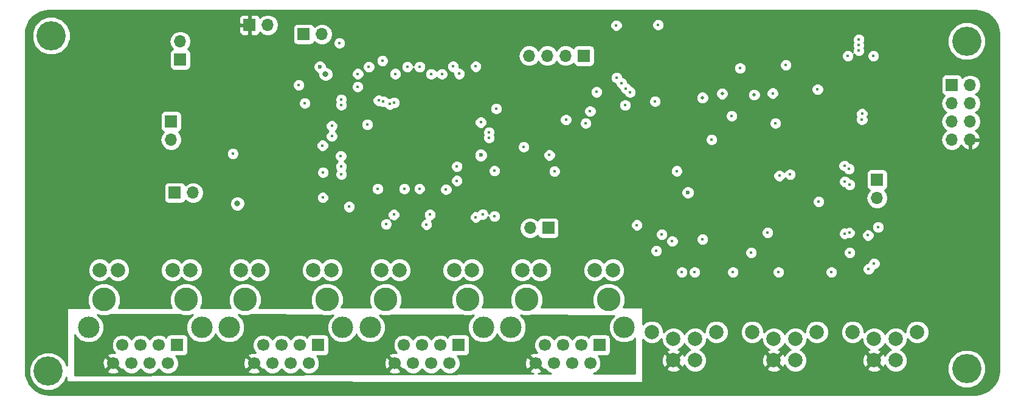
<source format=gbr>
G04 #@! TF.GenerationSoftware,KiCad,Pcbnew,(5.0.2)-1*
G04 #@! TF.CreationDate,2019-06-08T23:38:06+03:00*
G04 #@! TF.ProjectId,AVB switch with Can gateway,41564220-7377-4697-9463-682077697468,v01*
G04 #@! TF.SameCoordinates,Original*
G04 #@! TF.FileFunction,Copper,L2,Inr*
G04 #@! TF.FilePolarity,Positive*
%FSLAX46Y46*%
G04 Gerber Fmt 4.6, Leading zero omitted, Abs format (unit mm)*
G04 Created by KiCad (PCBNEW (5.0.2)-1) date 6/8/2019 11:38:06 PM*
%MOMM*%
%LPD*%
G01*
G04 APERTURE LIST*
G04 #@! TA.AperFunction,ViaPad*
%ADD10O,1.700000X1.700000*%
G04 #@! TD*
G04 #@! TA.AperFunction,ViaPad*
%ADD11R,1.700000X1.700000*%
G04 #@! TD*
G04 #@! TA.AperFunction,ViaPad*
%ADD12C,4.064000*%
G04 #@! TD*
G04 #@! TA.AperFunction,ViaPad*
%ADD13C,3.300000*%
G04 #@! TD*
G04 #@! TA.AperFunction,ViaPad*
%ADD14C,3.000000*%
G04 #@! TD*
G04 #@! TA.AperFunction,ViaPad*
%ADD15C,2.000000*%
G04 #@! TD*
G04 #@! TA.AperFunction,ViaPad*
%ADD16C,1.700000*%
G04 #@! TD*
G04 #@! TA.AperFunction,ViaPad*
%ADD17R,1.800000X1.800000*%
G04 #@! TD*
G04 #@! TA.AperFunction,ViaPad*
%ADD18C,0.450000*%
G04 #@! TD*
G04 #@! TA.AperFunction,ViaPad*
%ADD19C,0.500000*%
G04 #@! TD*
G04 #@! TA.AperFunction,ViaPad*
%ADD20C,0.600000*%
G04 #@! TD*
G04 #@! TA.AperFunction,ViaPad*
%ADD21C,0.800000*%
G04 #@! TD*
G04 #@! TA.AperFunction,Conductor*
%ADD22C,0.254000*%
G04 #@! TD*
G04 APERTURE END LIST*
D10*
G04 #@! TO.N,Net-(C4-Pad1)*
G04 #@! TO.C,J16*
X129464000Y-47766000D03*
D11*
G04 #@! TO.N,GND*
X126924000Y-47766000D03*
G04 #@! TD*
G04 #@! TO.N,Net-(FB2-Pad1)*
G04 #@! TO.C,J10*
X214300000Y-69356000D03*
D10*
G04 #@! TO.N,+3V3*
X214300000Y-71896000D03*
G04 #@! TD*
G04 #@! TO.N,Net-(FB5-Pad1)*
G04 #@! TO.C,J13*
X117272000Y-50052000D03*
D11*
G04 #@! TO.N,VDDLS_IN*
X117272000Y-52592000D03*
G04 #@! TD*
D10*
G04 #@! TO.N,Net-(FB3-Pad1)*
G04 #@! TO.C,J11*
X116002000Y-63768000D03*
D11*
G04 #@! TO.N,AVDDL_IN*
X116002000Y-61228000D03*
G04 #@! TD*
G04 #@! TO.N,AVDDH_IN*
G04 #@! TO.C,J14*
X168520000Y-76070000D03*
D10*
G04 #@! TO.N,Net-(FB6-Pad2)*
X165980000Y-76070000D03*
G04 #@! TD*
G04 #@! TO.N,/switch/VDDHS*
G04 #@! TO.C,J15*
X137015000Y-49050000D03*
D11*
G04 #@! TO.N,VDDHS_IN*
X134475000Y-49050000D03*
G04 #@! TD*
D10*
G04 #@! TO.N,Net-(FB4-Pad1)*
G04 #@! TO.C,J12*
X119065000Y-71150000D03*
D11*
G04 #@! TO.N,DVDDL_IN*
X116525000Y-71150000D03*
G04 #@! TD*
D10*
G04 #@! TO.N,/switch/Data_out_MISO_SPI*
G04 #@! TO.C,J5*
X165862000Y-52070000D03*
G04 #@! TO.N,/switch/Data_in_MOSI_SPI*
X168402000Y-52070000D03*
G04 #@! TO.N,/mcu_stm32/SPI_CS*
X170942000Y-52070000D03*
D11*
G04 #@! TO.N,/switch/SCL_SPI*
X173482000Y-52070000D03*
G04 #@! TD*
D12*
G04 #@! TO.N,N/C*
G04 #@! TO.C,H4*
X226780000Y-50038000D03*
G04 #@! TD*
G04 #@! TO.N,N/C*
G04 #@! TO.C,H3*
X226780000Y-95690000D03*
G04 #@! TD*
G04 #@! TO.N,N/C*
G04 #@! TO.C,H2*
X99314000Y-49276000D03*
G04 #@! TD*
G04 #@! TO.N,N/C*
G04 #@! TO.C,H1*
X98896999Y-96050000D03*
G04 #@! TD*
D13*
G04 #@! TO.N,*
G04 #@! TO.C,J8*
X165485000Y-86050000D03*
X176915000Y-86050000D03*
D14*
X163325000Y-89940000D03*
X179075000Y-89940000D03*
D15*
G04 #@! TO.N,Net-(J8-Pad11)*
X167385000Y-81940000D03*
G04 #@! TO.N,/LED4_0*
X175015000Y-81940000D03*
G04 #@! TO.N,/LED4_1*
X164885000Y-81940000D03*
G04 #@! TO.N,Net-(J8-Pad9)*
X177515000Y-81940000D03*
D16*
G04 #@! TO.N,GNDPWR*
X166755000Y-94940000D03*
D17*
G04 #@! TO.N,/RX4-*
X175645000Y-92400000D03*
D16*
G04 #@! TO.N,/RX4+*
X173105000Y-92400000D03*
G04 #@! TO.N,Net-(C13-Pad1)*
X170565000Y-92400000D03*
G04 #@! TO.N,N/C*
X168025000Y-92400000D03*
G04 #@! TO.N,/TX4+*
X169295000Y-94940000D03*
G04 #@! TO.N,/TX4-*
X171835000Y-94940000D03*
G04 #@! TO.N,Net-(C14-Pad1)*
X174375000Y-94940000D03*
G04 #@! TD*
D13*
G04 #@! TO.N,*
G04 #@! TO.C,J7*
X145881666Y-86050000D03*
X157311666Y-86050000D03*
D14*
X143721666Y-89940000D03*
X159471666Y-89940000D03*
D15*
G04 #@! TO.N,Net-(J7-Pad11)*
X147781666Y-81940000D03*
G04 #@! TO.N,/LED3_0*
X155411666Y-81940000D03*
G04 #@! TO.N,/LED3_1*
X145281666Y-81940000D03*
G04 #@! TO.N,Net-(J7-Pad9)*
X157911666Y-81940000D03*
D16*
G04 #@! TO.N,GNDPWR*
X147151666Y-94940000D03*
D17*
G04 #@! TO.N,/RX3-*
X156041666Y-92400000D03*
D16*
G04 #@! TO.N,/RX3+*
X153501666Y-92400000D03*
G04 #@! TO.N,Net-(C10-Pad1)*
X150961666Y-92400000D03*
G04 #@! TO.N,N/C*
X148421666Y-92400000D03*
G04 #@! TO.N,/TX3+*
X149691666Y-94940000D03*
G04 #@! TO.N,/TX3-*
X152231666Y-94940000D03*
G04 #@! TO.N,Net-(C11-Pad1)*
X154771666Y-94940000D03*
G04 #@! TD*
D11*
G04 #@! TO.N,/mcu_stm32/SYS_JTCK_SWCLK*
G04 #@! TO.C,J9*
X224714000Y-56148000D03*
D10*
G04 #@! TO.N,/mcu_stm32/SYS_JTMSE_SWDIO*
X227254000Y-56148000D03*
G04 #@! TO.N,/mcu_stm32/UART8_RX*
X224714000Y-58688000D03*
G04 #@! TO.N,/mcu_stm32/UART8_TX*
X227254000Y-58688000D03*
G04 #@! TO.N,Net-(J9-Pad5)*
X224714000Y-61228000D03*
G04 #@! TO.N,/mcu_stm32/NRESET*
X227254000Y-61228000D03*
G04 #@! TO.N,Net-(J9-Pad7)*
X224714000Y-63768000D03*
G04 #@! TO.N,GND*
X227254000Y-63768000D03*
G04 #@! TD*
D13*
G04 #@! TO.N,*
G04 #@! TO.C,J6*
X126278333Y-86050000D03*
X137708333Y-86050000D03*
D14*
X124118333Y-89940000D03*
X139868333Y-89940000D03*
D15*
G04 #@! TO.N,Net-(J6-Pad11)*
X128178333Y-81940000D03*
G04 #@! TO.N,/LED2_0*
X135808333Y-81940000D03*
G04 #@! TO.N,/LED2_1*
X125678333Y-81940000D03*
G04 #@! TO.N,Net-(J6-Pad9)*
X138308333Y-81940000D03*
D16*
G04 #@! TO.N,GNDPWR*
X127548333Y-94940000D03*
D17*
G04 #@! TO.N,/RX2-*
X136438333Y-92400000D03*
D16*
G04 #@! TO.N,/RX2+*
X133898333Y-92400000D03*
G04 #@! TO.N,Net-(C7-Pad1)*
X131358333Y-92400000D03*
G04 #@! TO.N,N/C*
X128818333Y-92400000D03*
G04 #@! TO.N,/TX2+*
X130088333Y-94940000D03*
G04 #@! TO.N,/TX2-*
X132628333Y-94940000D03*
G04 #@! TO.N,Net-(C8-Pad1)*
X135168333Y-94940000D03*
G04 #@! TD*
D13*
G04 #@! TO.N,*
G04 #@! TO.C,J4*
X106675000Y-86050000D03*
X118105000Y-86050000D03*
D14*
X104515000Y-89940000D03*
X120265000Y-89940000D03*
D15*
G04 #@! TO.N,Net-(J4-Pad11)*
X108575000Y-81940000D03*
G04 #@! TO.N,/switch/LED1_0*
X116205000Y-81940000D03*
G04 #@! TO.N,/switch/LED1_1*
X106075000Y-81940000D03*
G04 #@! TO.N,Net-(J4-Pad9)*
X118705000Y-81940000D03*
D16*
G04 #@! TO.N,GNDPWR*
X107945000Y-94940000D03*
D17*
G04 #@! TO.N,/RX1-*
X116835000Y-92400000D03*
D16*
G04 #@! TO.N,/RX1+*
X114295000Y-92400000D03*
G04 #@! TO.N,Net-(C1-Pad1)*
X111755000Y-92400000D03*
G04 #@! TO.N,N/C*
X109215000Y-92400000D03*
G04 #@! TO.N,/TX1+*
X110485000Y-94940000D03*
G04 #@! TO.N,/TX1-*
X113025000Y-94940000D03*
G04 #@! TO.N,Net-(C2-Pad1)*
X115565000Y-94940000D03*
G04 #@! TD*
D15*
G04 #@! TO.N,N/C*
G04 #@! TO.C,J1*
X219892000Y-90590000D03*
X210892000Y-90590000D03*
G04 #@! TO.N,+5V*
X216892000Y-94530000D03*
G04 #@! TO.N,GND*
X213892000Y-94530000D03*
G04 #@! TO.N,/CAN1+*
X216892000Y-91530000D03*
G04 #@! TO.N,/CAN1-*
X213892000Y-91530000D03*
G04 #@! TD*
G04 #@! TO.N,N/C*
G04 #@! TO.C,J2*
X191952000Y-90590000D03*
X182952000Y-90590000D03*
G04 #@! TO.N,+5V*
X188952000Y-94530000D03*
G04 #@! TO.N,GND*
X185952000Y-94530000D03*
G04 #@! TO.N,/CAN2+*
X188952000Y-91530000D03*
G04 #@! TO.N,/CAN2-*
X185952000Y-91530000D03*
G04 #@! TD*
G04 #@! TO.N,N/C*
G04 #@! TO.C,J3*
X205922000Y-90590000D03*
X196922000Y-90590000D03*
G04 #@! TO.N,+5V*
X202922000Y-94530000D03*
G04 #@! TO.N,GND*
X199922000Y-94530000D03*
G04 #@! TO.N,/CAN3+*
X202922000Y-91530000D03*
G04 #@! TO.N,/CAN3-*
X199922000Y-91530000D03*
G04 #@! TD*
D18*
G04 #@! TO.N,GND*
X153340000Y-68340000D03*
X150800000Y-68340000D03*
X148260000Y-68340000D03*
X145720000Y-68340000D03*
X145720000Y-67070000D03*
X148260000Y-67070000D03*
X150800000Y-67070000D03*
X153340000Y-67070000D03*
X153340000Y-65800000D03*
X150800000Y-65800000D03*
X148260000Y-65800000D03*
X145720000Y-65800000D03*
X145720000Y-64530000D03*
X148260000Y-64530000D03*
X150800000Y-64530000D03*
X153340000Y-64530000D03*
X153340000Y-63260000D03*
X150800000Y-63260000D03*
X148260000Y-63260000D03*
X145720000Y-63260000D03*
X145720000Y-61990000D03*
X148260000Y-61990000D03*
X150800000Y-61990000D03*
X153340000Y-61990000D03*
X153340000Y-60720000D03*
X150800000Y-60720000D03*
X148260000Y-60720000D03*
X145720000Y-60720000D03*
X165090000Y-73300000D03*
X149700000Y-55470000D03*
X150920000Y-55480000D03*
X151710000Y-55480000D03*
X140470000Y-62310000D03*
X140470000Y-63120000D03*
X193039994Y-60452000D03*
X198882000Y-59690000D03*
X197866000Y-54356000D03*
X193040000Y-54102000D03*
X209296000Y-58674000D03*
X207518000Y-74930000D03*
X182118000Y-56896000D03*
X134366000Y-59665000D03*
X164338000Y-66040000D03*
X143140000Y-68660000D03*
X154224124Y-55354124D03*
X136010000Y-57390000D03*
X132560000Y-85630000D03*
X149530000Y-46750000D03*
X152070000Y-46750000D03*
X154610000Y-46750000D03*
X157150000Y-46750000D03*
X159690000Y-46750000D03*
X211760000Y-46750000D03*
X215570000Y-46750000D03*
X218110000Y-46750000D03*
X221920000Y-46750000D03*
X154610000Y-77230000D03*
X149870000Y-77630000D03*
X158650000Y-77610000D03*
X166360000Y-55860000D03*
X161730000Y-54710000D03*
X170210000Y-56780000D03*
X167510000Y-63310000D03*
X164910000Y-63310000D03*
X172820000Y-56630000D03*
X184650000Y-62820000D03*
X185270000Y-64600000D03*
X182360000Y-67430000D03*
X173400000Y-67550000D03*
X166980000Y-67710000D03*
X165010000Y-67790000D03*
X146990000Y-46750000D03*
X144450000Y-46750000D03*
X141910000Y-46750000D03*
X102060000Y-61440000D03*
X103700000Y-58710000D03*
X103920000Y-68300000D03*
X102320000Y-71010000D03*
X103610000Y-51640000D03*
X105050000Y-49030000D03*
X201860000Y-51780000D03*
X193640000Y-49790000D03*
X124384000Y-71388000D03*
X124130000Y-67832000D03*
X122352000Y-52592000D03*
X120574000Y-55132000D03*
X210490000Y-58688000D03*
X211506000Y-67324000D03*
X188900000Y-50814000D03*
X131242000Y-64530000D03*
X131242000Y-63514000D03*
X131242000Y-72404000D03*
X132766000Y-72912000D03*
X129210000Y-65292000D03*
X123114000Y-70626000D03*
X121844000Y-67578000D03*
X123114000Y-68848000D03*
X110668000Y-86628000D03*
X226492000Y-74436000D03*
X227508000Y-73166000D03*
X228270000Y-71896000D03*
X149032876Y-77748876D03*
X133274000Y-73928000D03*
X164262000Y-74182000D03*
X180264000Y-69610000D03*
X217348000Y-76976000D03*
X222936000Y-85104000D03*
X189484000Y-75438000D03*
X207188000Y-84342000D03*
X193472000Y-84342000D03*
X170490000Y-59392010D03*
X167650000Y-59392010D03*
X199060000Y-75198000D03*
X203885988Y-75960000D03*
X203886000Y-74690000D03*
X182042000Y-69610000D03*
X182042000Y-71642000D03*
X127890000Y-67850000D03*
X132750000Y-69560000D03*
X198770000Y-52580000D03*
X196630000Y-48930000D03*
G04 #@! TO.N,Net-(C4-Pad1)*
X139446000Y-50292000D03*
X141986000Y-56388000D03*
G04 #@! TO.N,/mcu_stm32/NRESET*
X201600000Y-53354000D03*
X210236000Y-52084000D03*
X213792000Y-52084000D03*
X195230000Y-53790000D03*
G04 #@! TO.N,+3V3*
X177984000Y-47824000D03*
X155260000Y-53560000D03*
X161270000Y-59430000D03*
X134620000Y-58674000D03*
X158420000Y-53560000D03*
X139700000Y-58928000D03*
X213040000Y-77090000D03*
X211760000Y-51322000D03*
X211760000Y-50560000D03*
X211760000Y-49798000D03*
X214440000Y-75960000D03*
X200584000Y-82240000D03*
X213890000Y-81040000D03*
X213128000Y-81802000D03*
X207950000Y-82240000D03*
X194234000Y-82240000D03*
X188900000Y-82240000D03*
X187122000Y-82240000D03*
X183566000Y-79262000D03*
X184328000Y-76976000D03*
X199060000Y-76722000D03*
X196774000Y-79516000D03*
X210490000Y-79516000D03*
X183820000Y-47752000D03*
G04 #@! TO.N,/mcu_stm32/UART8_TX*
X212210004Y-60150002D03*
G04 #@! TO.N,/mcu_stm32/UART8_RX*
X212190002Y-60960000D03*
G04 #@! TO.N,/mcu_stm32/SYS_JTMSE_SWDIO*
X200700000Y-68790001D03*
G04 #@! TO.N,/mcu_stm32/SYS_JTCK_SWCLK*
X202190000Y-68600000D03*
G04 #@! TO.N,/switch/Data_in_MOSI_SPI*
X179230002Y-58950000D03*
X191262000Y-63754000D03*
X139700004Y-58166000D03*
G04 #@! TO.N,/mcu_stm32/CAN2_TX*
X210400000Y-67825000D03*
X210482713Y-70038030D03*
X190000000Y-77650000D03*
X210441158Y-76743141D03*
G04 #@! TO.N,/mcu_stm32/CAN2_RX*
X209800000Y-76850000D03*
X209758567Y-67391429D03*
X209825000Y-69600000D03*
X185780000Y-77919994D03*
G04 #@! TO.N,/mcu_stm32/SPI_CS*
X183388000Y-58420000D03*
G04 #@! TO.N,/mcu_stm32/ETH_TX_EN*
X169380000Y-68160000D03*
X186400000Y-68130000D03*
G04 #@! TO.N,/mcu_stm32/ETH_RX_DV*
X170980000Y-60980000D03*
X175242198Y-57105786D03*
G04 #@! TO.N,/mcu_stm32/ETH_COL*
X168678206Y-65911794D03*
X179910002Y-57150000D03*
G04 #@! TO.N,/mcu_stm32/ETH_RX_CLK*
X179324000Y-56642000D03*
X173736000Y-61468000D03*
G04 #@! TO.N,/mcu_stm32/ETH_CRS*
X178730000Y-55880000D03*
X174343934Y-59801952D03*
G04 #@! TO.N,/mcu_stm32/ETH_TX_CLK*
X165100000Y-64770000D03*
X178032000Y-55118000D03*
G04 #@! TO.N,/mcu_stm32/ETH_TXD2*
X160274000Y-62750000D03*
X194056000Y-60452000D03*
G04 #@! TO.N,/mcu_stm32/ETH_TXD3*
X160274000Y-63500000D03*
X200152000Y-61468000D03*
G04 #@! TO.N,/switch/LED1_0*
X143324979Y-61650000D03*
G04 #@! TO.N,/switch/LED1_1*
X140790000Y-73110000D03*
G04 #@! TO.N,/LED4_0*
X159399999Y-74150000D03*
G04 #@! TO.N,/LED4_1*
X158430002Y-74570000D03*
G04 #@! TO.N,/LED3_0*
X147050000Y-58600000D03*
G04 #@! TO.N,/LED3_1*
X146450000Y-58810000D03*
G04 #@! TO.N,/LED2_0*
X145537380Y-58427476D03*
G04 #@! TO.N,/LED2_1*
X144900000Y-58300000D03*
D19*
G04 #@! TO.N,VDD*
X192730000Y-57350000D03*
X197200000Y-57500000D03*
D18*
X206020000Y-56750000D03*
D19*
X189992000Y-57912000D03*
D20*
X187960000Y-71120000D03*
D18*
X199760000Y-57290000D03*
X206172000Y-72404000D03*
G04 #@! TO.N,+5V*
X180860000Y-75670000D03*
G04 #@! TO.N,/switch/VDDHS*
X143530000Y-53610000D03*
X150610000Y-53600000D03*
X148890000Y-53610000D03*
D20*
X136720000Y-53610000D03*
D18*
G04 #@! TO.N,VDDHS_IN*
X133782000Y-56148000D03*
G04 #@! TO.N,/switch/AVDDL*
X154280000Y-70690000D03*
X155800021Y-67510000D03*
X155800021Y-69490000D03*
X144770000Y-70610000D03*
X148480000Y-70610000D03*
X150580000Y-70600000D03*
X139630004Y-66040000D03*
X139690002Y-67520002D03*
X139700000Y-68580000D03*
X124600000Y-65716400D03*
G04 #@! TO.N,/switch/DVDDL*
X159120000Y-61350000D03*
D20*
X159120000Y-65920000D03*
D18*
X147010000Y-74220000D03*
X152045000Y-74220000D03*
X138380000Y-61850000D03*
X138379998Y-63280000D03*
X153700000Y-54600000D03*
X156130000Y-54570000D03*
X145430000Y-52760000D03*
D21*
X125240000Y-72680000D03*
D18*
G04 #@! TO.N,/switch/VDDLS*
X152220000Y-54600000D03*
X147220002Y-54580000D03*
X142000000Y-54590000D03*
D21*
X137520000Y-54630000D03*
D18*
G04 #@! TO.N,/switch/AVDDH*
X161030000Y-74440000D03*
X161030000Y-68110000D03*
X137100000Y-64570000D03*
X137120000Y-71830000D03*
X145940000Y-75550000D03*
X151560000Y-75580000D03*
X137160000Y-68326008D03*
G04 #@! TD*
D22*
G04 #@! TO.N,GND*
G36*
X228586797Y-45777215D02*
X229212813Y-45966221D01*
X229790192Y-46273218D01*
X230296941Y-46686514D01*
X230713769Y-47190371D01*
X231024790Y-47765592D01*
X231218160Y-48390269D01*
X231290000Y-49073784D01*
X231290001Y-95901261D01*
X231222784Y-96586798D01*
X231033779Y-97212812D01*
X230726780Y-97790193D01*
X230313486Y-98296941D01*
X229809629Y-98713769D01*
X229234408Y-99024790D01*
X228609731Y-99218160D01*
X227926217Y-99290000D01*
X99098729Y-99290000D01*
X98413202Y-99222784D01*
X97787188Y-99033779D01*
X97209807Y-98726780D01*
X96703059Y-98313486D01*
X96286231Y-97809629D01*
X95975210Y-97234408D01*
X95781840Y-96609731D01*
X95710000Y-95926217D01*
X95710000Y-95519501D01*
X96229999Y-95519501D01*
X96229999Y-96580499D01*
X96636025Y-97560734D01*
X97386265Y-98310974D01*
X98366500Y-98717000D01*
X99427498Y-98717000D01*
X100407733Y-98310974D01*
X101157973Y-97560734D01*
X101455133Y-96843325D01*
X101453001Y-97379495D01*
X101462475Y-97428134D01*
X101489841Y-97469445D01*
X101530933Y-97497139D01*
X101579825Y-97507000D01*
X181519825Y-97617000D01*
X181568439Y-97607399D01*
X181609679Y-97579926D01*
X181637266Y-97538762D01*
X181646998Y-97490746D01*
X181657623Y-95682532D01*
X184979073Y-95682532D01*
X185077736Y-95949387D01*
X185687461Y-96175908D01*
X186337460Y-96151856D01*
X186826264Y-95949387D01*
X186924927Y-95682532D01*
X185952000Y-94709605D01*
X184979073Y-95682532D01*
X181657623Y-95682532D01*
X181665951Y-94265461D01*
X184306092Y-94265461D01*
X184330144Y-94915460D01*
X184532613Y-95404264D01*
X184799468Y-95502927D01*
X185772395Y-94530000D01*
X184799468Y-93557073D01*
X184532613Y-93655736D01*
X184306092Y-94265461D01*
X181665951Y-94265461D01*
X181681429Y-91631668D01*
X182025847Y-91976086D01*
X182626778Y-92225000D01*
X183277222Y-92225000D01*
X183878153Y-91976086D01*
X184317000Y-91537239D01*
X184317000Y-91855222D01*
X184565914Y-92456153D01*
X185025847Y-92916086D01*
X185286606Y-93024096D01*
X185077736Y-93110613D01*
X184979073Y-93377468D01*
X185952000Y-94350395D01*
X186924927Y-93377468D01*
X186826264Y-93110613D01*
X186606043Y-93028798D01*
X186878153Y-92916086D01*
X187338086Y-92456153D01*
X187452000Y-92181141D01*
X187565914Y-92456153D01*
X188025847Y-92916086D01*
X188300859Y-93030000D01*
X188025847Y-93143914D01*
X187565914Y-93603847D01*
X187457904Y-93864606D01*
X187371387Y-93655736D01*
X187104532Y-93557073D01*
X186131605Y-94530000D01*
X187104532Y-95502927D01*
X187371387Y-95404264D01*
X187453202Y-95184043D01*
X187565914Y-95456153D01*
X188025847Y-95916086D01*
X188626778Y-96165000D01*
X189277222Y-96165000D01*
X189878153Y-95916086D01*
X190111707Y-95682532D01*
X198949073Y-95682532D01*
X199047736Y-95949387D01*
X199657461Y-96175908D01*
X200307460Y-96151856D01*
X200796264Y-95949387D01*
X200894927Y-95682532D01*
X199922000Y-94709605D01*
X198949073Y-95682532D01*
X190111707Y-95682532D01*
X190338086Y-95456153D01*
X190587000Y-94855222D01*
X190587000Y-94265461D01*
X198276092Y-94265461D01*
X198300144Y-94915460D01*
X198502613Y-95404264D01*
X198769468Y-95502927D01*
X199742395Y-94530000D01*
X198769468Y-93557073D01*
X198502613Y-93655736D01*
X198276092Y-94265461D01*
X190587000Y-94265461D01*
X190587000Y-94204778D01*
X190338086Y-93603847D01*
X189878153Y-93143914D01*
X189603141Y-93030000D01*
X189878153Y-92916086D01*
X190338086Y-92456153D01*
X190587000Y-91855222D01*
X190587000Y-91537239D01*
X191025847Y-91976086D01*
X191626778Y-92225000D01*
X192277222Y-92225000D01*
X192878153Y-91976086D01*
X193338086Y-91516153D01*
X193587000Y-90915222D01*
X193587000Y-90264778D01*
X195287000Y-90264778D01*
X195287000Y-90915222D01*
X195535914Y-91516153D01*
X195995847Y-91976086D01*
X196596778Y-92225000D01*
X197247222Y-92225000D01*
X197848153Y-91976086D01*
X198287000Y-91537239D01*
X198287000Y-91855222D01*
X198535914Y-92456153D01*
X198995847Y-92916086D01*
X199256606Y-93024096D01*
X199047736Y-93110613D01*
X198949073Y-93377468D01*
X199922000Y-94350395D01*
X200894927Y-93377468D01*
X200796264Y-93110613D01*
X200576043Y-93028798D01*
X200848153Y-92916086D01*
X201308086Y-92456153D01*
X201422000Y-92181141D01*
X201535914Y-92456153D01*
X201995847Y-92916086D01*
X202270859Y-93030000D01*
X201995847Y-93143914D01*
X201535914Y-93603847D01*
X201427904Y-93864606D01*
X201341387Y-93655736D01*
X201074532Y-93557073D01*
X200101605Y-94530000D01*
X201074532Y-95502927D01*
X201341387Y-95404264D01*
X201423202Y-95184043D01*
X201535914Y-95456153D01*
X201995847Y-95916086D01*
X202596778Y-96165000D01*
X203247222Y-96165000D01*
X203848153Y-95916086D01*
X204081707Y-95682532D01*
X212919073Y-95682532D01*
X213017736Y-95949387D01*
X213627461Y-96175908D01*
X214277460Y-96151856D01*
X214766264Y-95949387D01*
X214864927Y-95682532D01*
X213892000Y-94709605D01*
X212919073Y-95682532D01*
X204081707Y-95682532D01*
X204308086Y-95456153D01*
X204557000Y-94855222D01*
X204557000Y-94265461D01*
X212246092Y-94265461D01*
X212270144Y-94915460D01*
X212472613Y-95404264D01*
X212739468Y-95502927D01*
X213712395Y-94530000D01*
X212739468Y-93557073D01*
X212472613Y-93655736D01*
X212246092Y-94265461D01*
X204557000Y-94265461D01*
X204557000Y-94204778D01*
X204308086Y-93603847D01*
X203848153Y-93143914D01*
X203573141Y-93030000D01*
X203848153Y-92916086D01*
X204308086Y-92456153D01*
X204557000Y-91855222D01*
X204557000Y-91537239D01*
X204995847Y-91976086D01*
X205596778Y-92225000D01*
X206247222Y-92225000D01*
X206848153Y-91976086D01*
X207308086Y-91516153D01*
X207557000Y-90915222D01*
X207557000Y-90264778D01*
X209257000Y-90264778D01*
X209257000Y-90915222D01*
X209505914Y-91516153D01*
X209965847Y-91976086D01*
X210566778Y-92225000D01*
X211217222Y-92225000D01*
X211818153Y-91976086D01*
X212257000Y-91537239D01*
X212257000Y-91855222D01*
X212505914Y-92456153D01*
X212965847Y-92916086D01*
X213226606Y-93024096D01*
X213017736Y-93110613D01*
X212919073Y-93377468D01*
X213892000Y-94350395D01*
X214864927Y-93377468D01*
X214766264Y-93110613D01*
X214546043Y-93028798D01*
X214818153Y-92916086D01*
X215278086Y-92456153D01*
X215392000Y-92181141D01*
X215505914Y-92456153D01*
X215965847Y-92916086D01*
X216240859Y-93030000D01*
X215965847Y-93143914D01*
X215505914Y-93603847D01*
X215397904Y-93864606D01*
X215311387Y-93655736D01*
X215044532Y-93557073D01*
X214071605Y-94530000D01*
X215044532Y-95502927D01*
X215311387Y-95404264D01*
X215393202Y-95184043D01*
X215505914Y-95456153D01*
X215965847Y-95916086D01*
X216566778Y-96165000D01*
X217217222Y-96165000D01*
X217818153Y-95916086D01*
X218278086Y-95456153D01*
X218400963Y-95159501D01*
X224113000Y-95159501D01*
X224113000Y-96220499D01*
X224519026Y-97200734D01*
X225269266Y-97950974D01*
X226249501Y-98357000D01*
X227310499Y-98357000D01*
X228290734Y-97950974D01*
X229040974Y-97200734D01*
X229447000Y-96220499D01*
X229447000Y-95159501D01*
X229040974Y-94179266D01*
X228290734Y-93429026D01*
X227310499Y-93023000D01*
X226249501Y-93023000D01*
X225269266Y-93429026D01*
X224519026Y-94179266D01*
X224113000Y-95159501D01*
X218400963Y-95159501D01*
X218527000Y-94855222D01*
X218527000Y-94204778D01*
X218278086Y-93603847D01*
X217818153Y-93143914D01*
X217543141Y-93030000D01*
X217818153Y-92916086D01*
X218278086Y-92456153D01*
X218527000Y-91855222D01*
X218527000Y-91537239D01*
X218965847Y-91976086D01*
X219566778Y-92225000D01*
X220217222Y-92225000D01*
X220818153Y-91976086D01*
X221278086Y-91516153D01*
X221527000Y-90915222D01*
X221527000Y-90264778D01*
X221278086Y-89663847D01*
X220818153Y-89203914D01*
X220217222Y-88955000D01*
X219566778Y-88955000D01*
X218965847Y-89203914D01*
X218505914Y-89663847D01*
X218257000Y-90264778D01*
X218257000Y-90582761D01*
X217818153Y-90143914D01*
X217217222Y-89895000D01*
X216566778Y-89895000D01*
X215965847Y-90143914D01*
X215505914Y-90603847D01*
X215392000Y-90878859D01*
X215278086Y-90603847D01*
X214818153Y-90143914D01*
X214217222Y-89895000D01*
X213566778Y-89895000D01*
X212965847Y-90143914D01*
X212527000Y-90582761D01*
X212527000Y-90264778D01*
X212278086Y-89663847D01*
X211818153Y-89203914D01*
X211217222Y-88955000D01*
X210566778Y-88955000D01*
X209965847Y-89203914D01*
X209505914Y-89663847D01*
X209257000Y-90264778D01*
X207557000Y-90264778D01*
X207308086Y-89663847D01*
X206848153Y-89203914D01*
X206247222Y-88955000D01*
X205596778Y-88955000D01*
X204995847Y-89203914D01*
X204535914Y-89663847D01*
X204287000Y-90264778D01*
X204287000Y-90582761D01*
X203848153Y-90143914D01*
X203247222Y-89895000D01*
X202596778Y-89895000D01*
X201995847Y-90143914D01*
X201535914Y-90603847D01*
X201422000Y-90878859D01*
X201308086Y-90603847D01*
X200848153Y-90143914D01*
X200247222Y-89895000D01*
X199596778Y-89895000D01*
X198995847Y-90143914D01*
X198557000Y-90582761D01*
X198557000Y-90264778D01*
X198308086Y-89663847D01*
X197848153Y-89203914D01*
X197247222Y-88955000D01*
X196596778Y-88955000D01*
X195995847Y-89203914D01*
X195535914Y-89663847D01*
X195287000Y-90264778D01*
X193587000Y-90264778D01*
X193338086Y-89663847D01*
X192878153Y-89203914D01*
X192277222Y-88955000D01*
X191626778Y-88955000D01*
X191025847Y-89203914D01*
X190565914Y-89663847D01*
X190317000Y-90264778D01*
X190317000Y-90582761D01*
X189878153Y-90143914D01*
X189277222Y-89895000D01*
X188626778Y-89895000D01*
X188025847Y-90143914D01*
X187565914Y-90603847D01*
X187452000Y-90878859D01*
X187338086Y-90603847D01*
X186878153Y-90143914D01*
X186277222Y-89895000D01*
X185626778Y-89895000D01*
X185025847Y-90143914D01*
X184587000Y-90582761D01*
X184587000Y-90264778D01*
X184338086Y-89663847D01*
X183878153Y-89203914D01*
X183277222Y-88955000D01*
X182626778Y-88955000D01*
X182025847Y-89203914D01*
X181693745Y-89536016D01*
X181706998Y-87280746D01*
X181697616Y-87232090D01*
X181670329Y-87190727D01*
X181629289Y-87162955D01*
X181579936Y-87153000D01*
X178930840Y-87154325D01*
X179200000Y-86504515D01*
X179200000Y-85595485D01*
X178852130Y-84755651D01*
X178209349Y-84112870D01*
X177369515Y-83765000D01*
X176460485Y-83765000D01*
X175620651Y-84112870D01*
X174977870Y-84755651D01*
X174630000Y-85595485D01*
X174630000Y-86504515D01*
X174899995Y-87156342D01*
X167498471Y-87160044D01*
X167770000Y-86504515D01*
X167770000Y-85595485D01*
X167422130Y-84755651D01*
X166779349Y-84112870D01*
X165939515Y-83765000D01*
X165030485Y-83765000D01*
X164190651Y-84112870D01*
X163547870Y-84755651D01*
X163200000Y-85595485D01*
X163200000Y-86504515D01*
X163472363Y-87162058D01*
X159323443Y-87164134D01*
X159596666Y-86504515D01*
X159596666Y-85595485D01*
X159248796Y-84755651D01*
X158606015Y-84112870D01*
X157766181Y-83765000D01*
X156857151Y-83765000D01*
X156017317Y-84112870D01*
X155374536Y-84755651D01*
X155026666Y-85595485D01*
X155026666Y-86504515D01*
X155300722Y-87166146D01*
X147891075Y-87169853D01*
X148166666Y-86504515D01*
X148166666Y-85595485D01*
X147818796Y-84755651D01*
X147176015Y-84112870D01*
X146336181Y-83765000D01*
X145427151Y-83765000D01*
X144587317Y-84112870D01*
X143944536Y-84755651D01*
X143596666Y-85595485D01*
X143596666Y-86504515D01*
X143873090Y-87171863D01*
X139716048Y-87173942D01*
X139993333Y-86504515D01*
X139993333Y-85595485D01*
X139645463Y-84755651D01*
X139002682Y-84112870D01*
X138162848Y-83765000D01*
X137253818Y-83765000D01*
X136413984Y-84112870D01*
X135771203Y-84755651D01*
X135423333Y-85595485D01*
X135423333Y-86504515D01*
X135701450Y-87175951D01*
X128283679Y-87179661D01*
X128563333Y-86504515D01*
X128563333Y-85595485D01*
X128215463Y-84755651D01*
X127572682Y-84112870D01*
X126732848Y-83765000D01*
X125823818Y-83765000D01*
X124983984Y-84112870D01*
X124341203Y-84755651D01*
X123993333Y-85595485D01*
X123993333Y-86504515D01*
X124273818Y-87181667D01*
X120108652Y-87183751D01*
X120390000Y-86504515D01*
X120390000Y-85595485D01*
X120042130Y-84755651D01*
X119399349Y-84112870D01*
X118559515Y-83765000D01*
X117650485Y-83765000D01*
X116810651Y-84112870D01*
X116167870Y-84755651D01*
X115820000Y-85595485D01*
X115820000Y-86504515D01*
X116102178Y-87185755D01*
X108676283Y-87189470D01*
X108960000Y-86504515D01*
X108960000Y-85595485D01*
X108612130Y-84755651D01*
X107969349Y-84112870D01*
X107129515Y-83765000D01*
X106220485Y-83765000D01*
X105380651Y-84112870D01*
X104737870Y-84755651D01*
X104390000Y-85595485D01*
X104390000Y-86504515D01*
X104674546Y-87191472D01*
X101619936Y-87193000D01*
X101571341Y-87202692D01*
X101530153Y-87230242D01*
X101502643Y-87271458D01*
X101493001Y-87319495D01*
X101461382Y-95271760D01*
X101157973Y-94539266D01*
X100407733Y-93789026D01*
X99427498Y-93383000D01*
X98366500Y-93383000D01*
X97386265Y-93789026D01*
X96636025Y-94539266D01*
X96229999Y-95519501D01*
X95710000Y-95519501D01*
X95710000Y-81614778D01*
X104440000Y-81614778D01*
X104440000Y-82265222D01*
X104688914Y-82866153D01*
X105148847Y-83326086D01*
X105749778Y-83575000D01*
X106400222Y-83575000D01*
X107001153Y-83326086D01*
X107325000Y-83002239D01*
X107648847Y-83326086D01*
X108249778Y-83575000D01*
X108900222Y-83575000D01*
X109501153Y-83326086D01*
X109961086Y-82866153D01*
X110210000Y-82265222D01*
X110210000Y-81614778D01*
X114570000Y-81614778D01*
X114570000Y-82265222D01*
X114818914Y-82866153D01*
X115278847Y-83326086D01*
X115879778Y-83575000D01*
X116530222Y-83575000D01*
X117131153Y-83326086D01*
X117455000Y-83002239D01*
X117778847Y-83326086D01*
X118379778Y-83575000D01*
X119030222Y-83575000D01*
X119631153Y-83326086D01*
X120091086Y-82866153D01*
X120340000Y-82265222D01*
X120340000Y-81614778D01*
X124043333Y-81614778D01*
X124043333Y-82265222D01*
X124292247Y-82866153D01*
X124752180Y-83326086D01*
X125353111Y-83575000D01*
X126003555Y-83575000D01*
X126604486Y-83326086D01*
X126928333Y-83002239D01*
X127252180Y-83326086D01*
X127853111Y-83575000D01*
X128503555Y-83575000D01*
X129104486Y-83326086D01*
X129564419Y-82866153D01*
X129813333Y-82265222D01*
X129813333Y-81614778D01*
X134173333Y-81614778D01*
X134173333Y-82265222D01*
X134422247Y-82866153D01*
X134882180Y-83326086D01*
X135483111Y-83575000D01*
X136133555Y-83575000D01*
X136734486Y-83326086D01*
X137058333Y-83002239D01*
X137382180Y-83326086D01*
X137983111Y-83575000D01*
X138633555Y-83575000D01*
X139234486Y-83326086D01*
X139694419Y-82866153D01*
X139943333Y-82265222D01*
X139943333Y-81614778D01*
X143646666Y-81614778D01*
X143646666Y-82265222D01*
X143895580Y-82866153D01*
X144355513Y-83326086D01*
X144956444Y-83575000D01*
X145606888Y-83575000D01*
X146207819Y-83326086D01*
X146531666Y-83002239D01*
X146855513Y-83326086D01*
X147456444Y-83575000D01*
X148106888Y-83575000D01*
X148707819Y-83326086D01*
X149167752Y-82866153D01*
X149416666Y-82265222D01*
X149416666Y-81614778D01*
X153776666Y-81614778D01*
X153776666Y-82265222D01*
X154025580Y-82866153D01*
X154485513Y-83326086D01*
X155086444Y-83575000D01*
X155736888Y-83575000D01*
X156337819Y-83326086D01*
X156661666Y-83002239D01*
X156985513Y-83326086D01*
X157586444Y-83575000D01*
X158236888Y-83575000D01*
X158837819Y-83326086D01*
X159297752Y-82866153D01*
X159546666Y-82265222D01*
X159546666Y-81614778D01*
X163250000Y-81614778D01*
X163250000Y-82265222D01*
X163498914Y-82866153D01*
X163958847Y-83326086D01*
X164559778Y-83575000D01*
X165210222Y-83575000D01*
X165811153Y-83326086D01*
X166135000Y-83002239D01*
X166458847Y-83326086D01*
X167059778Y-83575000D01*
X167710222Y-83575000D01*
X168311153Y-83326086D01*
X168771086Y-82866153D01*
X169020000Y-82265222D01*
X169020000Y-81614778D01*
X173380000Y-81614778D01*
X173380000Y-82265222D01*
X173628914Y-82866153D01*
X174088847Y-83326086D01*
X174689778Y-83575000D01*
X175340222Y-83575000D01*
X175941153Y-83326086D01*
X176265000Y-83002239D01*
X176588847Y-83326086D01*
X177189778Y-83575000D01*
X177840222Y-83575000D01*
X178441153Y-83326086D01*
X178901086Y-82866153D01*
X179150000Y-82265222D01*
X179150000Y-82068935D01*
X186262000Y-82068935D01*
X186262000Y-82411065D01*
X186392928Y-82727151D01*
X186634849Y-82969072D01*
X186950935Y-83100000D01*
X187293065Y-83100000D01*
X187609151Y-82969072D01*
X187851072Y-82727151D01*
X187982000Y-82411065D01*
X187982000Y-82068935D01*
X188040000Y-82068935D01*
X188040000Y-82411065D01*
X188170928Y-82727151D01*
X188412849Y-82969072D01*
X188728935Y-83100000D01*
X189071065Y-83100000D01*
X189387151Y-82969072D01*
X189629072Y-82727151D01*
X189760000Y-82411065D01*
X189760000Y-82068935D01*
X193374000Y-82068935D01*
X193374000Y-82411065D01*
X193504928Y-82727151D01*
X193746849Y-82969072D01*
X194062935Y-83100000D01*
X194405065Y-83100000D01*
X194721151Y-82969072D01*
X194963072Y-82727151D01*
X195094000Y-82411065D01*
X195094000Y-82068935D01*
X199724000Y-82068935D01*
X199724000Y-82411065D01*
X199854928Y-82727151D01*
X200096849Y-82969072D01*
X200412935Y-83100000D01*
X200755065Y-83100000D01*
X201071151Y-82969072D01*
X201313072Y-82727151D01*
X201444000Y-82411065D01*
X201444000Y-82068935D01*
X207090000Y-82068935D01*
X207090000Y-82411065D01*
X207220928Y-82727151D01*
X207462849Y-82969072D01*
X207778935Y-83100000D01*
X208121065Y-83100000D01*
X208437151Y-82969072D01*
X208679072Y-82727151D01*
X208810000Y-82411065D01*
X208810000Y-82068935D01*
X208679072Y-81752849D01*
X208557158Y-81630935D01*
X212268000Y-81630935D01*
X212268000Y-81973065D01*
X212398928Y-82289151D01*
X212640849Y-82531072D01*
X212956935Y-82662000D01*
X213299065Y-82662000D01*
X213615151Y-82531072D01*
X213857072Y-82289151D01*
X213988000Y-81973065D01*
X213988000Y-81900000D01*
X214061065Y-81900000D01*
X214377151Y-81769072D01*
X214619072Y-81527151D01*
X214750000Y-81211065D01*
X214750000Y-80868935D01*
X214619072Y-80552849D01*
X214377151Y-80310928D01*
X214061065Y-80180000D01*
X213718935Y-80180000D01*
X213402849Y-80310928D01*
X213160928Y-80552849D01*
X213030000Y-80868935D01*
X213030000Y-80942000D01*
X212956935Y-80942000D01*
X212640849Y-81072928D01*
X212398928Y-81314849D01*
X212268000Y-81630935D01*
X208557158Y-81630935D01*
X208437151Y-81510928D01*
X208121065Y-81380000D01*
X207778935Y-81380000D01*
X207462849Y-81510928D01*
X207220928Y-81752849D01*
X207090000Y-82068935D01*
X201444000Y-82068935D01*
X201313072Y-81752849D01*
X201071151Y-81510928D01*
X200755065Y-81380000D01*
X200412935Y-81380000D01*
X200096849Y-81510928D01*
X199854928Y-81752849D01*
X199724000Y-82068935D01*
X195094000Y-82068935D01*
X194963072Y-81752849D01*
X194721151Y-81510928D01*
X194405065Y-81380000D01*
X194062935Y-81380000D01*
X193746849Y-81510928D01*
X193504928Y-81752849D01*
X193374000Y-82068935D01*
X189760000Y-82068935D01*
X189629072Y-81752849D01*
X189387151Y-81510928D01*
X189071065Y-81380000D01*
X188728935Y-81380000D01*
X188412849Y-81510928D01*
X188170928Y-81752849D01*
X188040000Y-82068935D01*
X187982000Y-82068935D01*
X187851072Y-81752849D01*
X187609151Y-81510928D01*
X187293065Y-81380000D01*
X186950935Y-81380000D01*
X186634849Y-81510928D01*
X186392928Y-81752849D01*
X186262000Y-82068935D01*
X179150000Y-82068935D01*
X179150000Y-81614778D01*
X178901086Y-81013847D01*
X178441153Y-80553914D01*
X177840222Y-80305000D01*
X177189778Y-80305000D01*
X176588847Y-80553914D01*
X176265000Y-80877761D01*
X175941153Y-80553914D01*
X175340222Y-80305000D01*
X174689778Y-80305000D01*
X174088847Y-80553914D01*
X173628914Y-81013847D01*
X173380000Y-81614778D01*
X169020000Y-81614778D01*
X168771086Y-81013847D01*
X168311153Y-80553914D01*
X167710222Y-80305000D01*
X167059778Y-80305000D01*
X166458847Y-80553914D01*
X166135000Y-80877761D01*
X165811153Y-80553914D01*
X165210222Y-80305000D01*
X164559778Y-80305000D01*
X163958847Y-80553914D01*
X163498914Y-81013847D01*
X163250000Y-81614778D01*
X159546666Y-81614778D01*
X159297752Y-81013847D01*
X158837819Y-80553914D01*
X158236888Y-80305000D01*
X157586444Y-80305000D01*
X156985513Y-80553914D01*
X156661666Y-80877761D01*
X156337819Y-80553914D01*
X155736888Y-80305000D01*
X155086444Y-80305000D01*
X154485513Y-80553914D01*
X154025580Y-81013847D01*
X153776666Y-81614778D01*
X149416666Y-81614778D01*
X149167752Y-81013847D01*
X148707819Y-80553914D01*
X148106888Y-80305000D01*
X147456444Y-80305000D01*
X146855513Y-80553914D01*
X146531666Y-80877761D01*
X146207819Y-80553914D01*
X145606888Y-80305000D01*
X144956444Y-80305000D01*
X144355513Y-80553914D01*
X143895580Y-81013847D01*
X143646666Y-81614778D01*
X139943333Y-81614778D01*
X139694419Y-81013847D01*
X139234486Y-80553914D01*
X138633555Y-80305000D01*
X137983111Y-80305000D01*
X137382180Y-80553914D01*
X137058333Y-80877761D01*
X136734486Y-80553914D01*
X136133555Y-80305000D01*
X135483111Y-80305000D01*
X134882180Y-80553914D01*
X134422247Y-81013847D01*
X134173333Y-81614778D01*
X129813333Y-81614778D01*
X129564419Y-81013847D01*
X129104486Y-80553914D01*
X128503555Y-80305000D01*
X127853111Y-80305000D01*
X127252180Y-80553914D01*
X126928333Y-80877761D01*
X126604486Y-80553914D01*
X126003555Y-80305000D01*
X125353111Y-80305000D01*
X124752180Y-80553914D01*
X124292247Y-81013847D01*
X124043333Y-81614778D01*
X120340000Y-81614778D01*
X120091086Y-81013847D01*
X119631153Y-80553914D01*
X119030222Y-80305000D01*
X118379778Y-80305000D01*
X117778847Y-80553914D01*
X117455000Y-80877761D01*
X117131153Y-80553914D01*
X116530222Y-80305000D01*
X115879778Y-80305000D01*
X115278847Y-80553914D01*
X114818914Y-81013847D01*
X114570000Y-81614778D01*
X110210000Y-81614778D01*
X109961086Y-81013847D01*
X109501153Y-80553914D01*
X108900222Y-80305000D01*
X108249778Y-80305000D01*
X107648847Y-80553914D01*
X107325000Y-80877761D01*
X107001153Y-80553914D01*
X106400222Y-80305000D01*
X105749778Y-80305000D01*
X105148847Y-80553914D01*
X104688914Y-81013847D01*
X104440000Y-81614778D01*
X95710000Y-81614778D01*
X95710000Y-79090935D01*
X182706000Y-79090935D01*
X182706000Y-79433065D01*
X182836928Y-79749151D01*
X183078849Y-79991072D01*
X183394935Y-80122000D01*
X183737065Y-80122000D01*
X184053151Y-79991072D01*
X184295072Y-79749151D01*
X184426000Y-79433065D01*
X184426000Y-79344935D01*
X195914000Y-79344935D01*
X195914000Y-79687065D01*
X196044928Y-80003151D01*
X196286849Y-80245072D01*
X196602935Y-80376000D01*
X196945065Y-80376000D01*
X197261151Y-80245072D01*
X197503072Y-80003151D01*
X197634000Y-79687065D01*
X197634000Y-79344935D01*
X209630000Y-79344935D01*
X209630000Y-79687065D01*
X209760928Y-80003151D01*
X210002849Y-80245072D01*
X210318935Y-80376000D01*
X210661065Y-80376000D01*
X210977151Y-80245072D01*
X211219072Y-80003151D01*
X211350000Y-79687065D01*
X211350000Y-79344935D01*
X211219072Y-79028849D01*
X210977151Y-78786928D01*
X210661065Y-78656000D01*
X210318935Y-78656000D01*
X210002849Y-78786928D01*
X209760928Y-79028849D01*
X209630000Y-79344935D01*
X197634000Y-79344935D01*
X197503072Y-79028849D01*
X197261151Y-78786928D01*
X196945065Y-78656000D01*
X196602935Y-78656000D01*
X196286849Y-78786928D01*
X196044928Y-79028849D01*
X195914000Y-79344935D01*
X184426000Y-79344935D01*
X184426000Y-79090935D01*
X184295072Y-78774849D01*
X184053151Y-78532928D01*
X183737065Y-78402000D01*
X183394935Y-78402000D01*
X183078849Y-78532928D01*
X182836928Y-78774849D01*
X182706000Y-79090935D01*
X95710000Y-79090935D01*
X95710000Y-75378935D01*
X145080000Y-75378935D01*
X145080000Y-75721065D01*
X145210928Y-76037151D01*
X145452849Y-76279072D01*
X145768935Y-76410000D01*
X146111065Y-76410000D01*
X146427151Y-76279072D01*
X146669072Y-76037151D01*
X146800000Y-75721065D01*
X146800000Y-75408935D01*
X150700000Y-75408935D01*
X150700000Y-75751065D01*
X150830928Y-76067151D01*
X151072849Y-76309072D01*
X151388935Y-76440000D01*
X151731065Y-76440000D01*
X152047151Y-76309072D01*
X152286223Y-76070000D01*
X164465908Y-76070000D01*
X164581161Y-76649418D01*
X164909375Y-77140625D01*
X165400582Y-77468839D01*
X165833744Y-77555000D01*
X166126256Y-77555000D01*
X166559418Y-77468839D01*
X167050625Y-77140625D01*
X167062816Y-77122381D01*
X167071843Y-77167765D01*
X167212191Y-77377809D01*
X167422235Y-77518157D01*
X167670000Y-77567440D01*
X169370000Y-77567440D01*
X169617765Y-77518157D01*
X169827809Y-77377809D01*
X169968157Y-77167765D01*
X170017440Y-76920000D01*
X170017440Y-76804935D01*
X183468000Y-76804935D01*
X183468000Y-77147065D01*
X183598928Y-77463151D01*
X183840849Y-77705072D01*
X184156935Y-77836000D01*
X184499065Y-77836000D01*
X184815151Y-77705072D01*
X185025152Y-77495071D01*
X184920000Y-77748929D01*
X184920000Y-78091059D01*
X185050928Y-78407145D01*
X185292849Y-78649066D01*
X185608935Y-78779994D01*
X185951065Y-78779994D01*
X186267151Y-78649066D01*
X186509072Y-78407145D01*
X186640000Y-78091059D01*
X186640000Y-77748929D01*
X186528165Y-77478935D01*
X189140000Y-77478935D01*
X189140000Y-77821065D01*
X189270928Y-78137151D01*
X189512849Y-78379072D01*
X189828935Y-78510000D01*
X190171065Y-78510000D01*
X190487151Y-78379072D01*
X190729072Y-78137151D01*
X190860000Y-77821065D01*
X190860000Y-77478935D01*
X190729072Y-77162849D01*
X190487151Y-76920928D01*
X190171065Y-76790000D01*
X189828935Y-76790000D01*
X189512849Y-76920928D01*
X189270928Y-77162849D01*
X189140000Y-77478935D01*
X186528165Y-77478935D01*
X186509072Y-77432843D01*
X186267151Y-77190922D01*
X185951065Y-77059994D01*
X185608935Y-77059994D01*
X185292849Y-77190922D01*
X185082848Y-77400923D01*
X185188000Y-77147065D01*
X185188000Y-76804935D01*
X185082790Y-76550935D01*
X198200000Y-76550935D01*
X198200000Y-76893065D01*
X198330928Y-77209151D01*
X198572849Y-77451072D01*
X198888935Y-77582000D01*
X199231065Y-77582000D01*
X199547151Y-77451072D01*
X199789072Y-77209151D01*
X199920000Y-76893065D01*
X199920000Y-76678935D01*
X208940000Y-76678935D01*
X208940000Y-77021065D01*
X209070928Y-77337151D01*
X209312849Y-77579072D01*
X209628935Y-77710000D01*
X209971065Y-77710000D01*
X210249568Y-77594639D01*
X210270093Y-77603141D01*
X210612223Y-77603141D01*
X210928309Y-77472213D01*
X211170230Y-77230292D01*
X211299199Y-76918935D01*
X212180000Y-76918935D01*
X212180000Y-77261065D01*
X212310928Y-77577151D01*
X212552849Y-77819072D01*
X212868935Y-77950000D01*
X213211065Y-77950000D01*
X213527151Y-77819072D01*
X213769072Y-77577151D01*
X213900000Y-77261065D01*
X213900000Y-76918935D01*
X213769072Y-76602849D01*
X213527151Y-76360928D01*
X213211065Y-76230000D01*
X212868935Y-76230000D01*
X212552849Y-76360928D01*
X212310928Y-76602849D01*
X212180000Y-76918935D01*
X211299199Y-76918935D01*
X211301158Y-76914206D01*
X211301158Y-76572076D01*
X211170230Y-76255990D01*
X210928309Y-76014069D01*
X210612223Y-75883141D01*
X210270093Y-75883141D01*
X209991590Y-75998502D01*
X209971065Y-75990000D01*
X209628935Y-75990000D01*
X209312849Y-76120928D01*
X209070928Y-76362849D01*
X208940000Y-76678935D01*
X199920000Y-76678935D01*
X199920000Y-76550935D01*
X199789072Y-76234849D01*
X199547151Y-75992928D01*
X199231065Y-75862000D01*
X198888935Y-75862000D01*
X198572849Y-75992928D01*
X198330928Y-76234849D01*
X198200000Y-76550935D01*
X185082790Y-76550935D01*
X185057072Y-76488849D01*
X184815151Y-76246928D01*
X184499065Y-76116000D01*
X184156935Y-76116000D01*
X183840849Y-76246928D01*
X183598928Y-76488849D01*
X183468000Y-76804935D01*
X170017440Y-76804935D01*
X170017440Y-75498935D01*
X180000000Y-75498935D01*
X180000000Y-75841065D01*
X180130928Y-76157151D01*
X180372849Y-76399072D01*
X180688935Y-76530000D01*
X181031065Y-76530000D01*
X181347151Y-76399072D01*
X181589072Y-76157151D01*
X181720000Y-75841065D01*
X181720000Y-75788935D01*
X213580000Y-75788935D01*
X213580000Y-76131065D01*
X213710928Y-76447151D01*
X213952849Y-76689072D01*
X214268935Y-76820000D01*
X214611065Y-76820000D01*
X214927151Y-76689072D01*
X215169072Y-76447151D01*
X215300000Y-76131065D01*
X215300000Y-75788935D01*
X215169072Y-75472849D01*
X214927151Y-75230928D01*
X214611065Y-75100000D01*
X214268935Y-75100000D01*
X213952849Y-75230928D01*
X213710928Y-75472849D01*
X213580000Y-75788935D01*
X181720000Y-75788935D01*
X181720000Y-75498935D01*
X181589072Y-75182849D01*
X181347151Y-74940928D01*
X181031065Y-74810000D01*
X180688935Y-74810000D01*
X180372849Y-74940928D01*
X180130928Y-75182849D01*
X180000000Y-75498935D01*
X170017440Y-75498935D01*
X170017440Y-75220000D01*
X169968157Y-74972235D01*
X169827809Y-74762191D01*
X169617765Y-74621843D01*
X169370000Y-74572560D01*
X167670000Y-74572560D01*
X167422235Y-74621843D01*
X167212191Y-74762191D01*
X167071843Y-74972235D01*
X167062816Y-75017619D01*
X167050625Y-74999375D01*
X166559418Y-74671161D01*
X166126256Y-74585000D01*
X165833744Y-74585000D01*
X165400582Y-74671161D01*
X164909375Y-74999375D01*
X164581161Y-75490582D01*
X164465908Y-76070000D01*
X152286223Y-76070000D01*
X152289072Y-76067151D01*
X152420000Y-75751065D01*
X152420000Y-75408935D01*
X152289072Y-75092849D01*
X152258603Y-75062380D01*
X152532151Y-74949072D01*
X152774072Y-74707151D01*
X152901740Y-74398935D01*
X157570002Y-74398935D01*
X157570002Y-74741065D01*
X157700930Y-75057151D01*
X157942851Y-75299072D01*
X158258937Y-75430000D01*
X158601067Y-75430000D01*
X158917153Y-75299072D01*
X159159074Y-75057151D01*
X159185975Y-74992206D01*
X159228934Y-75010000D01*
X159571064Y-75010000D01*
X159887150Y-74879072D01*
X160129071Y-74637151D01*
X160170000Y-74538340D01*
X160170000Y-74611065D01*
X160300928Y-74927151D01*
X160542849Y-75169072D01*
X160858935Y-75300000D01*
X161201065Y-75300000D01*
X161517151Y-75169072D01*
X161759072Y-74927151D01*
X161890000Y-74611065D01*
X161890000Y-74268935D01*
X161759072Y-73952849D01*
X161517151Y-73710928D01*
X161201065Y-73580000D01*
X160858935Y-73580000D01*
X160542849Y-73710928D01*
X160300928Y-73952849D01*
X160259999Y-74051660D01*
X160259999Y-73978935D01*
X160129071Y-73662849D01*
X159887150Y-73420928D01*
X159571064Y-73290000D01*
X159228934Y-73290000D01*
X158912848Y-73420928D01*
X158670927Y-73662849D01*
X158644026Y-73727794D01*
X158601067Y-73710000D01*
X158258937Y-73710000D01*
X157942851Y-73840928D01*
X157700930Y-74082849D01*
X157570002Y-74398935D01*
X152901740Y-74398935D01*
X152905000Y-74391065D01*
X152905000Y-74048935D01*
X152774072Y-73732849D01*
X152532151Y-73490928D01*
X152216065Y-73360000D01*
X151873935Y-73360000D01*
X151557849Y-73490928D01*
X151315928Y-73732849D01*
X151185000Y-74048935D01*
X151185000Y-74391065D01*
X151315928Y-74707151D01*
X151346397Y-74737620D01*
X151072849Y-74850928D01*
X150830928Y-75092849D01*
X150700000Y-75408935D01*
X146800000Y-75408935D01*
X146800000Y-75378935D01*
X146669072Y-75062849D01*
X146578238Y-74972015D01*
X146838935Y-75080000D01*
X147181065Y-75080000D01*
X147497151Y-74949072D01*
X147739072Y-74707151D01*
X147870000Y-74391065D01*
X147870000Y-74048935D01*
X147739072Y-73732849D01*
X147497151Y-73490928D01*
X147181065Y-73360000D01*
X146838935Y-73360000D01*
X146522849Y-73490928D01*
X146280928Y-73732849D01*
X146150000Y-74048935D01*
X146150000Y-74391065D01*
X146280928Y-74707151D01*
X146371762Y-74797985D01*
X146111065Y-74690000D01*
X145768935Y-74690000D01*
X145452849Y-74820928D01*
X145210928Y-75062849D01*
X145080000Y-75378935D01*
X95710000Y-75378935D01*
X95710000Y-70300000D01*
X115027560Y-70300000D01*
X115027560Y-72000000D01*
X115076843Y-72247765D01*
X115217191Y-72457809D01*
X115427235Y-72598157D01*
X115675000Y-72647440D01*
X117375000Y-72647440D01*
X117622765Y-72598157D01*
X117832809Y-72457809D01*
X117973157Y-72247765D01*
X117982184Y-72202381D01*
X117994375Y-72220625D01*
X118485582Y-72548839D01*
X118918744Y-72635000D01*
X119211256Y-72635000D01*
X119644418Y-72548839D01*
X119756233Y-72474126D01*
X124205000Y-72474126D01*
X124205000Y-72885874D01*
X124362569Y-73266280D01*
X124653720Y-73557431D01*
X125034126Y-73715000D01*
X125445874Y-73715000D01*
X125826280Y-73557431D01*
X126117431Y-73266280D01*
X126253021Y-72938935D01*
X139930000Y-72938935D01*
X139930000Y-73281065D01*
X140060928Y-73597151D01*
X140302849Y-73839072D01*
X140618935Y-73970000D01*
X140961065Y-73970000D01*
X141277151Y-73839072D01*
X141519072Y-73597151D01*
X141650000Y-73281065D01*
X141650000Y-72938935D01*
X141519072Y-72622849D01*
X141277151Y-72380928D01*
X140961065Y-72250000D01*
X140618935Y-72250000D01*
X140302849Y-72380928D01*
X140060928Y-72622849D01*
X139930000Y-72938935D01*
X126253021Y-72938935D01*
X126275000Y-72885874D01*
X126275000Y-72474126D01*
X126117431Y-72093720D01*
X125826280Y-71802569D01*
X125479517Y-71658935D01*
X136260000Y-71658935D01*
X136260000Y-72001065D01*
X136390928Y-72317151D01*
X136632849Y-72559072D01*
X136948935Y-72690000D01*
X137291065Y-72690000D01*
X137607151Y-72559072D01*
X137849072Y-72317151D01*
X137883955Y-72232935D01*
X205312000Y-72232935D01*
X205312000Y-72575065D01*
X205442928Y-72891151D01*
X205684849Y-73133072D01*
X206000935Y-73264000D01*
X206343065Y-73264000D01*
X206659151Y-73133072D01*
X206901072Y-72891151D01*
X207032000Y-72575065D01*
X207032000Y-72232935D01*
X206901072Y-71916849D01*
X206880223Y-71896000D01*
X212785908Y-71896000D01*
X212901161Y-72475418D01*
X213229375Y-72966625D01*
X213720582Y-73294839D01*
X214153744Y-73381000D01*
X214446256Y-73381000D01*
X214879418Y-73294839D01*
X215370625Y-72966625D01*
X215698839Y-72475418D01*
X215814092Y-71896000D01*
X215698839Y-71316582D01*
X215370625Y-70825375D01*
X215352381Y-70813184D01*
X215397765Y-70804157D01*
X215607809Y-70663809D01*
X215748157Y-70453765D01*
X215797440Y-70206000D01*
X215797440Y-68506000D01*
X215748157Y-68258235D01*
X215607809Y-68048191D01*
X215397765Y-67907843D01*
X215150000Y-67858560D01*
X213450000Y-67858560D01*
X213202235Y-67907843D01*
X212992191Y-68048191D01*
X212851843Y-68258235D01*
X212802560Y-68506000D01*
X212802560Y-70206000D01*
X212851843Y-70453765D01*
X212992191Y-70663809D01*
X213202235Y-70804157D01*
X213247619Y-70813184D01*
X213229375Y-70825375D01*
X212901161Y-71316582D01*
X212785908Y-71896000D01*
X206880223Y-71896000D01*
X206659151Y-71674928D01*
X206343065Y-71544000D01*
X206000935Y-71544000D01*
X205684849Y-71674928D01*
X205442928Y-71916849D01*
X205312000Y-72232935D01*
X137883955Y-72232935D01*
X137980000Y-72001065D01*
X137980000Y-71658935D01*
X137849072Y-71342849D01*
X137607151Y-71100928D01*
X137291065Y-70970000D01*
X136948935Y-70970000D01*
X136632849Y-71100928D01*
X136390928Y-71342849D01*
X136260000Y-71658935D01*
X125479517Y-71658935D01*
X125445874Y-71645000D01*
X125034126Y-71645000D01*
X124653720Y-71802569D01*
X124362569Y-72093720D01*
X124205000Y-72474126D01*
X119756233Y-72474126D01*
X120135625Y-72220625D01*
X120463839Y-71729418D01*
X120579092Y-71150000D01*
X120463839Y-70570582D01*
X120375876Y-70438935D01*
X143910000Y-70438935D01*
X143910000Y-70781065D01*
X144040928Y-71097151D01*
X144282849Y-71339072D01*
X144598935Y-71470000D01*
X144941065Y-71470000D01*
X145257151Y-71339072D01*
X145499072Y-71097151D01*
X145630000Y-70781065D01*
X145630000Y-70438935D01*
X147620000Y-70438935D01*
X147620000Y-70781065D01*
X147750928Y-71097151D01*
X147992849Y-71339072D01*
X148308935Y-71470000D01*
X148651065Y-71470000D01*
X148967151Y-71339072D01*
X149209072Y-71097151D01*
X149340000Y-70781065D01*
X149340000Y-70438935D01*
X149335858Y-70428935D01*
X149720000Y-70428935D01*
X149720000Y-70771065D01*
X149850928Y-71087151D01*
X150092849Y-71329072D01*
X150408935Y-71460000D01*
X150751065Y-71460000D01*
X151067151Y-71329072D01*
X151309072Y-71087151D01*
X151440000Y-70771065D01*
X151440000Y-70518935D01*
X153420000Y-70518935D01*
X153420000Y-70861065D01*
X153550928Y-71177151D01*
X153792849Y-71419072D01*
X154108935Y-71550000D01*
X154451065Y-71550000D01*
X154767151Y-71419072D01*
X155009072Y-71177151D01*
X155109782Y-70934017D01*
X187025000Y-70934017D01*
X187025000Y-71305983D01*
X187167345Y-71649635D01*
X187430365Y-71912655D01*
X187774017Y-72055000D01*
X188145983Y-72055000D01*
X188489635Y-71912655D01*
X188752655Y-71649635D01*
X188895000Y-71305983D01*
X188895000Y-70934017D01*
X188752655Y-70590365D01*
X188489635Y-70327345D01*
X188145983Y-70185000D01*
X187774017Y-70185000D01*
X187430365Y-70327345D01*
X187167345Y-70590365D01*
X187025000Y-70934017D01*
X155109782Y-70934017D01*
X155140000Y-70861065D01*
X155140000Y-70518935D01*
X155009072Y-70202849D01*
X154767151Y-69960928D01*
X154451065Y-69830000D01*
X154108935Y-69830000D01*
X153792849Y-69960928D01*
X153550928Y-70202849D01*
X153420000Y-70518935D01*
X151440000Y-70518935D01*
X151440000Y-70428935D01*
X151309072Y-70112849D01*
X151067151Y-69870928D01*
X150751065Y-69740000D01*
X150408935Y-69740000D01*
X150092849Y-69870928D01*
X149850928Y-70112849D01*
X149720000Y-70428935D01*
X149335858Y-70428935D01*
X149209072Y-70122849D01*
X148967151Y-69880928D01*
X148651065Y-69750000D01*
X148308935Y-69750000D01*
X147992849Y-69880928D01*
X147750928Y-70122849D01*
X147620000Y-70438935D01*
X145630000Y-70438935D01*
X145499072Y-70122849D01*
X145257151Y-69880928D01*
X144941065Y-69750000D01*
X144598935Y-69750000D01*
X144282849Y-69880928D01*
X144040928Y-70122849D01*
X143910000Y-70438935D01*
X120375876Y-70438935D01*
X120135625Y-70079375D01*
X119644418Y-69751161D01*
X119211256Y-69665000D01*
X118918744Y-69665000D01*
X118485582Y-69751161D01*
X117994375Y-70079375D01*
X117982184Y-70097619D01*
X117973157Y-70052235D01*
X117832809Y-69842191D01*
X117622765Y-69701843D01*
X117375000Y-69652560D01*
X115675000Y-69652560D01*
X115427235Y-69701843D01*
X115217191Y-69842191D01*
X115076843Y-70052235D01*
X115027560Y-70300000D01*
X95710000Y-70300000D01*
X95710000Y-68154943D01*
X136300000Y-68154943D01*
X136300000Y-68497073D01*
X136430928Y-68813159D01*
X136672849Y-69055080D01*
X136988935Y-69186008D01*
X137331065Y-69186008D01*
X137647151Y-69055080D01*
X137889072Y-68813159D01*
X138020000Y-68497073D01*
X138020000Y-68154943D01*
X137889072Y-67838857D01*
X137647151Y-67596936D01*
X137331065Y-67466008D01*
X136988935Y-67466008D01*
X136672849Y-67596936D01*
X136430928Y-67838857D01*
X136300000Y-68154943D01*
X95710000Y-68154943D01*
X95710000Y-65545335D01*
X123740000Y-65545335D01*
X123740000Y-65887465D01*
X123870928Y-66203551D01*
X124112849Y-66445472D01*
X124428935Y-66576400D01*
X124771065Y-66576400D01*
X125087151Y-66445472D01*
X125329072Y-66203551D01*
X125460000Y-65887465D01*
X125460000Y-65868935D01*
X138770004Y-65868935D01*
X138770004Y-66211065D01*
X138900932Y-66527151D01*
X139142853Y-66769072D01*
X139200734Y-66793047D01*
X138960930Y-67032851D01*
X138830002Y-67348937D01*
X138830002Y-67691067D01*
X138960930Y-68007153D01*
X139008777Y-68055000D01*
X138970928Y-68092849D01*
X138840000Y-68408935D01*
X138840000Y-68751065D01*
X138970928Y-69067151D01*
X139212849Y-69309072D01*
X139528935Y-69440000D01*
X139871065Y-69440000D01*
X140163339Y-69318935D01*
X154940021Y-69318935D01*
X154940021Y-69661065D01*
X155070949Y-69977151D01*
X155312870Y-70219072D01*
X155628956Y-70350000D01*
X155971086Y-70350000D01*
X156287172Y-70219072D01*
X156529093Y-69977151D01*
X156660021Y-69661065D01*
X156660021Y-69318935D01*
X156529093Y-69002849D01*
X156287172Y-68760928D01*
X155971086Y-68630000D01*
X155628956Y-68630000D01*
X155312870Y-68760928D01*
X155070949Y-69002849D01*
X154940021Y-69318935D01*
X140163339Y-69318935D01*
X140187151Y-69309072D01*
X140429072Y-69067151D01*
X140560000Y-68751065D01*
X140560000Y-68408935D01*
X140429072Y-68092849D01*
X140381225Y-68045002D01*
X140419074Y-68007153D01*
X140550002Y-67691067D01*
X140550002Y-67348937D01*
X140545860Y-67338935D01*
X154940021Y-67338935D01*
X154940021Y-67681065D01*
X155070949Y-67997151D01*
X155312870Y-68239072D01*
X155628956Y-68370000D01*
X155971086Y-68370000D01*
X156287172Y-68239072D01*
X156529093Y-67997151D01*
X156553207Y-67938935D01*
X160170000Y-67938935D01*
X160170000Y-68281065D01*
X160300928Y-68597151D01*
X160542849Y-68839072D01*
X160858935Y-68970000D01*
X161201065Y-68970000D01*
X161517151Y-68839072D01*
X161759072Y-68597151D01*
X161890000Y-68281065D01*
X161890000Y-67988935D01*
X168520000Y-67988935D01*
X168520000Y-68331065D01*
X168650928Y-68647151D01*
X168892849Y-68889072D01*
X169208935Y-69020000D01*
X169551065Y-69020000D01*
X169867151Y-68889072D01*
X170109072Y-68647151D01*
X170240000Y-68331065D01*
X170240000Y-67988935D01*
X170227574Y-67958935D01*
X185540000Y-67958935D01*
X185540000Y-68301065D01*
X185670928Y-68617151D01*
X185912849Y-68859072D01*
X186228935Y-68990000D01*
X186571065Y-68990000D01*
X186887151Y-68859072D01*
X187127287Y-68618936D01*
X199840000Y-68618936D01*
X199840000Y-68961066D01*
X199970928Y-69277152D01*
X200212849Y-69519073D01*
X200528935Y-69650001D01*
X200871065Y-69650001D01*
X201187151Y-69519073D01*
X201429072Y-69277152D01*
X201494053Y-69120276D01*
X201702849Y-69329072D01*
X202018935Y-69460000D01*
X202361065Y-69460000D01*
X202436062Y-69428935D01*
X208965000Y-69428935D01*
X208965000Y-69771065D01*
X209095928Y-70087151D01*
X209337849Y-70329072D01*
X209653935Y-70460000D01*
X209726642Y-70460000D01*
X209753641Y-70525181D01*
X209995562Y-70767102D01*
X210311648Y-70898030D01*
X210653778Y-70898030D01*
X210969864Y-70767102D01*
X211211785Y-70525181D01*
X211342713Y-70209095D01*
X211342713Y-69866965D01*
X211211785Y-69550879D01*
X210969864Y-69308958D01*
X210653778Y-69178030D01*
X210581071Y-69178030D01*
X210554072Y-69112849D01*
X210312151Y-68870928D01*
X209996065Y-68740000D01*
X209653935Y-68740000D01*
X209337849Y-68870928D01*
X209095928Y-69112849D01*
X208965000Y-69428935D01*
X202436062Y-69428935D01*
X202677151Y-69329072D01*
X202919072Y-69087151D01*
X203050000Y-68771065D01*
X203050000Y-68428935D01*
X202919072Y-68112849D01*
X202677151Y-67870928D01*
X202361065Y-67740000D01*
X202018935Y-67740000D01*
X201702849Y-67870928D01*
X201460928Y-68112849D01*
X201395947Y-68269725D01*
X201187151Y-68060929D01*
X200871065Y-67930001D01*
X200528935Y-67930001D01*
X200212849Y-68060929D01*
X199970928Y-68302850D01*
X199840000Y-68618936D01*
X187127287Y-68618936D01*
X187129072Y-68617151D01*
X187260000Y-68301065D01*
X187260000Y-67958935D01*
X187129072Y-67642849D01*
X186887151Y-67400928D01*
X186571065Y-67270000D01*
X186228935Y-67270000D01*
X185912849Y-67400928D01*
X185670928Y-67642849D01*
X185540000Y-67958935D01*
X170227574Y-67958935D01*
X170109072Y-67672849D01*
X169867151Y-67430928D01*
X169551065Y-67300000D01*
X169208935Y-67300000D01*
X168892849Y-67430928D01*
X168650928Y-67672849D01*
X168520000Y-67988935D01*
X161890000Y-67988935D01*
X161890000Y-67938935D01*
X161759072Y-67622849D01*
X161517151Y-67380928D01*
X161201065Y-67250000D01*
X160858935Y-67250000D01*
X160542849Y-67380928D01*
X160300928Y-67622849D01*
X160170000Y-67938935D01*
X156553207Y-67938935D01*
X156660021Y-67681065D01*
X156660021Y-67338935D01*
X156610907Y-67220364D01*
X208898567Y-67220364D01*
X208898567Y-67562494D01*
X209029495Y-67878580D01*
X209271416Y-68120501D01*
X209587502Y-68251429D01*
X209645776Y-68251429D01*
X209670928Y-68312151D01*
X209912849Y-68554072D01*
X210228935Y-68685000D01*
X210571065Y-68685000D01*
X210887151Y-68554072D01*
X211129072Y-68312151D01*
X211260000Y-67996065D01*
X211260000Y-67653935D01*
X211129072Y-67337849D01*
X210887151Y-67095928D01*
X210571065Y-66965000D01*
X210512791Y-66965000D01*
X210487639Y-66904278D01*
X210245718Y-66662357D01*
X209929632Y-66531429D01*
X209587502Y-66531429D01*
X209271416Y-66662357D01*
X209029495Y-66904278D01*
X208898567Y-67220364D01*
X156610907Y-67220364D01*
X156529093Y-67022849D01*
X156287172Y-66780928D01*
X155971086Y-66650000D01*
X155628956Y-66650000D01*
X155312870Y-66780928D01*
X155070949Y-67022849D01*
X154940021Y-67338935D01*
X140545860Y-67338935D01*
X140419074Y-67032851D01*
X140177153Y-66790930D01*
X140119272Y-66766955D01*
X140359076Y-66527151D01*
X140490004Y-66211065D01*
X140490004Y-65868935D01*
X140434119Y-65734017D01*
X158185000Y-65734017D01*
X158185000Y-66105983D01*
X158327345Y-66449635D01*
X158590365Y-66712655D01*
X158934017Y-66855000D01*
X159305983Y-66855000D01*
X159649635Y-66712655D01*
X159912655Y-66449635D01*
X160055000Y-66105983D01*
X160055000Y-65740729D01*
X167818206Y-65740729D01*
X167818206Y-66082859D01*
X167949134Y-66398945D01*
X168191055Y-66640866D01*
X168507141Y-66771794D01*
X168849271Y-66771794D01*
X169165357Y-66640866D01*
X169407278Y-66398945D01*
X169538206Y-66082859D01*
X169538206Y-65740729D01*
X169407278Y-65424643D01*
X169165357Y-65182722D01*
X168849271Y-65051794D01*
X168507141Y-65051794D01*
X168191055Y-65182722D01*
X167949134Y-65424643D01*
X167818206Y-65740729D01*
X160055000Y-65740729D01*
X160055000Y-65734017D01*
X159912655Y-65390365D01*
X159649635Y-65127345D01*
X159305983Y-64985000D01*
X158934017Y-64985000D01*
X158590365Y-65127345D01*
X158327345Y-65390365D01*
X158185000Y-65734017D01*
X140434119Y-65734017D01*
X140359076Y-65552849D01*
X140117155Y-65310928D01*
X139801069Y-65180000D01*
X139458939Y-65180000D01*
X139142853Y-65310928D01*
X138900932Y-65552849D01*
X138770004Y-65868935D01*
X125460000Y-65868935D01*
X125460000Y-65545335D01*
X125329072Y-65229249D01*
X125087151Y-64987328D01*
X124771065Y-64856400D01*
X124428935Y-64856400D01*
X124112849Y-64987328D01*
X123870928Y-65229249D01*
X123740000Y-65545335D01*
X95710000Y-65545335D01*
X95710000Y-63768000D01*
X114487908Y-63768000D01*
X114603161Y-64347418D01*
X114931375Y-64838625D01*
X115422582Y-65166839D01*
X115855744Y-65253000D01*
X116148256Y-65253000D01*
X116581418Y-65166839D01*
X117072625Y-64838625D01*
X117366416Y-64398935D01*
X136240000Y-64398935D01*
X136240000Y-64741065D01*
X136370928Y-65057151D01*
X136612849Y-65299072D01*
X136928935Y-65430000D01*
X137271065Y-65430000D01*
X137587151Y-65299072D01*
X137829072Y-65057151D01*
X137960000Y-64741065D01*
X137960000Y-64598935D01*
X164240000Y-64598935D01*
X164240000Y-64941065D01*
X164370928Y-65257151D01*
X164612849Y-65499072D01*
X164928935Y-65630000D01*
X165271065Y-65630000D01*
X165587151Y-65499072D01*
X165829072Y-65257151D01*
X165960000Y-64941065D01*
X165960000Y-64598935D01*
X165829072Y-64282849D01*
X165587151Y-64040928D01*
X165271065Y-63910000D01*
X164928935Y-63910000D01*
X164612849Y-64040928D01*
X164370928Y-64282849D01*
X164240000Y-64598935D01*
X137960000Y-64598935D01*
X137960000Y-64398935D01*
X137829072Y-64082849D01*
X137587151Y-63840928D01*
X137271065Y-63710000D01*
X136928935Y-63710000D01*
X136612849Y-63840928D01*
X136370928Y-64082849D01*
X136240000Y-64398935D01*
X117366416Y-64398935D01*
X117400839Y-64347418D01*
X117516092Y-63768000D01*
X117400839Y-63188582D01*
X117347621Y-63108935D01*
X137519998Y-63108935D01*
X137519998Y-63451065D01*
X137650926Y-63767151D01*
X137892847Y-64009072D01*
X138208933Y-64140000D01*
X138551063Y-64140000D01*
X138867149Y-64009072D01*
X139109070Y-63767151D01*
X139239998Y-63451065D01*
X139239998Y-63108935D01*
X139109070Y-62792849D01*
X138895156Y-62578935D01*
X159414000Y-62578935D01*
X159414000Y-62921065D01*
X159498473Y-63125000D01*
X159414000Y-63328935D01*
X159414000Y-63671065D01*
X159544928Y-63987151D01*
X159786849Y-64229072D01*
X160102935Y-64360000D01*
X160445065Y-64360000D01*
X160761151Y-64229072D01*
X161003072Y-63987151D01*
X161134000Y-63671065D01*
X161134000Y-63582935D01*
X190402000Y-63582935D01*
X190402000Y-63925065D01*
X190532928Y-64241151D01*
X190774849Y-64483072D01*
X191090935Y-64614000D01*
X191433065Y-64614000D01*
X191749151Y-64483072D01*
X191991072Y-64241151D01*
X192122000Y-63925065D01*
X192122000Y-63582935D01*
X191991072Y-63266849D01*
X191749151Y-63024928D01*
X191433065Y-62894000D01*
X191090935Y-62894000D01*
X190774849Y-63024928D01*
X190532928Y-63266849D01*
X190402000Y-63582935D01*
X161134000Y-63582935D01*
X161134000Y-63328935D01*
X161049527Y-63125000D01*
X161134000Y-62921065D01*
X161134000Y-62578935D01*
X161003072Y-62262849D01*
X160761151Y-62020928D01*
X160445065Y-61890000D01*
X160102935Y-61890000D01*
X159786849Y-62020928D01*
X159544928Y-62262849D01*
X159414000Y-62578935D01*
X138895156Y-62578935D01*
X138881222Y-62565001D01*
X139109072Y-62337151D01*
X139240000Y-62021065D01*
X139240000Y-61678935D01*
X139157157Y-61478935D01*
X142464979Y-61478935D01*
X142464979Y-61821065D01*
X142595907Y-62137151D01*
X142837828Y-62379072D01*
X143153914Y-62510000D01*
X143496044Y-62510000D01*
X143812130Y-62379072D01*
X144054051Y-62137151D01*
X144184979Y-61821065D01*
X144184979Y-61478935D01*
X144060715Y-61178935D01*
X158260000Y-61178935D01*
X158260000Y-61521065D01*
X158390928Y-61837151D01*
X158632849Y-62079072D01*
X158948935Y-62210000D01*
X159291065Y-62210000D01*
X159607151Y-62079072D01*
X159849072Y-61837151D01*
X159980000Y-61521065D01*
X159980000Y-61178935D01*
X159849072Y-60862849D01*
X159795158Y-60808935D01*
X170120000Y-60808935D01*
X170120000Y-61151065D01*
X170250928Y-61467151D01*
X170492849Y-61709072D01*
X170808935Y-61840000D01*
X171151065Y-61840000D01*
X171467151Y-61709072D01*
X171709072Y-61467151D01*
X171779578Y-61296935D01*
X172876000Y-61296935D01*
X172876000Y-61639065D01*
X173006928Y-61955151D01*
X173248849Y-62197072D01*
X173564935Y-62328000D01*
X173907065Y-62328000D01*
X174223151Y-62197072D01*
X174465072Y-61955151D01*
X174596000Y-61639065D01*
X174596000Y-61296935D01*
X174465072Y-60980849D01*
X174223151Y-60738928D01*
X173907065Y-60608000D01*
X173564935Y-60608000D01*
X173248849Y-60738928D01*
X173006928Y-60980849D01*
X172876000Y-61296935D01*
X171779578Y-61296935D01*
X171840000Y-61151065D01*
X171840000Y-60808935D01*
X171709072Y-60492849D01*
X171467151Y-60250928D01*
X171151065Y-60120000D01*
X170808935Y-60120000D01*
X170492849Y-60250928D01*
X170250928Y-60492849D01*
X170120000Y-60808935D01*
X159795158Y-60808935D01*
X159607151Y-60620928D01*
X159291065Y-60490000D01*
X158948935Y-60490000D01*
X158632849Y-60620928D01*
X158390928Y-60862849D01*
X158260000Y-61178935D01*
X144060715Y-61178935D01*
X144054051Y-61162849D01*
X143812130Y-60920928D01*
X143496044Y-60790000D01*
X143153914Y-60790000D01*
X142837828Y-60920928D01*
X142595907Y-61162849D01*
X142464979Y-61478935D01*
X139157157Y-61478935D01*
X139109072Y-61362849D01*
X138867151Y-61120928D01*
X138551065Y-60990000D01*
X138208935Y-60990000D01*
X137892849Y-61120928D01*
X137650928Y-61362849D01*
X137520000Y-61678935D01*
X137520000Y-62021065D01*
X137650928Y-62337151D01*
X137878776Y-62564999D01*
X137650926Y-62792849D01*
X137519998Y-63108935D01*
X117347621Y-63108935D01*
X117072625Y-62697375D01*
X117054381Y-62685184D01*
X117099765Y-62676157D01*
X117309809Y-62535809D01*
X117450157Y-62325765D01*
X117499440Y-62078000D01*
X117499440Y-60378000D01*
X117450157Y-60130235D01*
X117309809Y-59920191D01*
X117099765Y-59779843D01*
X116852000Y-59730560D01*
X115152000Y-59730560D01*
X114904235Y-59779843D01*
X114694191Y-59920191D01*
X114553843Y-60130235D01*
X114504560Y-60378000D01*
X114504560Y-62078000D01*
X114553843Y-62325765D01*
X114694191Y-62535809D01*
X114904235Y-62676157D01*
X114949619Y-62685184D01*
X114931375Y-62697375D01*
X114603161Y-63188582D01*
X114487908Y-63768000D01*
X95710000Y-63768000D01*
X95710000Y-58502935D01*
X133760000Y-58502935D01*
X133760000Y-58845065D01*
X133890928Y-59161151D01*
X134132849Y-59403072D01*
X134448935Y-59534000D01*
X134791065Y-59534000D01*
X135107151Y-59403072D01*
X135349072Y-59161151D01*
X135480000Y-58845065D01*
X135480000Y-58756935D01*
X138840000Y-58756935D01*
X138840000Y-59099065D01*
X138970928Y-59415151D01*
X139212849Y-59657072D01*
X139528935Y-59788000D01*
X139871065Y-59788000D01*
X140187151Y-59657072D01*
X140429072Y-59415151D01*
X140560000Y-59099065D01*
X140560000Y-58756935D01*
X140473043Y-58547005D01*
X140560004Y-58337065D01*
X140560004Y-58128935D01*
X144040000Y-58128935D01*
X144040000Y-58471065D01*
X144170928Y-58787151D01*
X144412849Y-59029072D01*
X144728935Y-59160000D01*
X145058563Y-59160000D01*
X145366315Y-59287476D01*
X145708445Y-59287476D01*
X145715679Y-59284479D01*
X145720928Y-59297151D01*
X145962849Y-59539072D01*
X146278935Y-59670000D01*
X146621065Y-59670000D01*
X146937151Y-59539072D01*
X147016223Y-59460000D01*
X147221065Y-59460000D01*
X147537151Y-59329072D01*
X147607288Y-59258935D01*
X160410000Y-59258935D01*
X160410000Y-59601065D01*
X160540928Y-59917151D01*
X160782849Y-60159072D01*
X161098935Y-60290000D01*
X161441065Y-60290000D01*
X161757151Y-60159072D01*
X161999072Y-59917151D01*
X162117647Y-59630887D01*
X173483934Y-59630887D01*
X173483934Y-59973017D01*
X173614862Y-60289103D01*
X173856783Y-60531024D01*
X174172869Y-60661952D01*
X174514999Y-60661952D01*
X174831085Y-60531024D01*
X175073006Y-60289103D01*
X175076389Y-60280935D01*
X193196000Y-60280935D01*
X193196000Y-60623065D01*
X193326928Y-60939151D01*
X193568849Y-61181072D01*
X193884935Y-61312000D01*
X194227065Y-61312000D01*
X194263434Y-61296935D01*
X199292000Y-61296935D01*
X199292000Y-61639065D01*
X199422928Y-61955151D01*
X199664849Y-62197072D01*
X199980935Y-62328000D01*
X200323065Y-62328000D01*
X200639151Y-62197072D01*
X200881072Y-61955151D01*
X201012000Y-61639065D01*
X201012000Y-61296935D01*
X200881072Y-60980849D01*
X200689158Y-60788935D01*
X211330002Y-60788935D01*
X211330002Y-61131065D01*
X211460930Y-61447151D01*
X211702851Y-61689072D01*
X212018937Y-61820000D01*
X212361067Y-61820000D01*
X212677153Y-61689072D01*
X212919074Y-61447151D01*
X213050002Y-61131065D01*
X213050002Y-60788935D01*
X212963104Y-60579145D01*
X213070004Y-60321067D01*
X213070004Y-59978937D01*
X212939076Y-59662851D01*
X212697155Y-59420930D01*
X212381069Y-59290002D01*
X212038939Y-59290002D01*
X211722853Y-59420930D01*
X211480932Y-59662851D01*
X211350004Y-59978937D01*
X211350004Y-60321067D01*
X211436902Y-60530857D01*
X211330002Y-60788935D01*
X200689158Y-60788935D01*
X200639151Y-60738928D01*
X200323065Y-60608000D01*
X199980935Y-60608000D01*
X199664849Y-60738928D01*
X199422928Y-60980849D01*
X199292000Y-61296935D01*
X194263434Y-61296935D01*
X194543151Y-61181072D01*
X194785072Y-60939151D01*
X194916000Y-60623065D01*
X194916000Y-60280935D01*
X194785072Y-59964849D01*
X194543151Y-59722928D01*
X194227065Y-59592000D01*
X193884935Y-59592000D01*
X193568849Y-59722928D01*
X193326928Y-59964849D01*
X193196000Y-60280935D01*
X175076389Y-60280935D01*
X175203934Y-59973017D01*
X175203934Y-59630887D01*
X175073006Y-59314801D01*
X174831085Y-59072880D01*
X174514999Y-58941952D01*
X174172869Y-58941952D01*
X173856783Y-59072880D01*
X173614862Y-59314801D01*
X173483934Y-59630887D01*
X162117647Y-59630887D01*
X162130000Y-59601065D01*
X162130000Y-59258935D01*
X161999072Y-58942849D01*
X161835158Y-58778935D01*
X178370002Y-58778935D01*
X178370002Y-59121065D01*
X178500930Y-59437151D01*
X178742851Y-59679072D01*
X179058937Y-59810000D01*
X179401067Y-59810000D01*
X179717153Y-59679072D01*
X179959074Y-59437151D01*
X180090002Y-59121065D01*
X180090002Y-58778935D01*
X179959074Y-58462849D01*
X179745160Y-58248935D01*
X182528000Y-58248935D01*
X182528000Y-58591065D01*
X182658928Y-58907151D01*
X182900849Y-59149072D01*
X183216935Y-59280000D01*
X183559065Y-59280000D01*
X183875151Y-59149072D01*
X184117072Y-58907151D01*
X184248000Y-58591065D01*
X184248000Y-58248935D01*
X184117072Y-57932849D01*
X183920186Y-57735963D01*
X189107000Y-57735963D01*
X189107000Y-58088037D01*
X189241733Y-58413312D01*
X189490688Y-58662267D01*
X189815963Y-58797000D01*
X190168037Y-58797000D01*
X190431186Y-58688000D01*
X223199908Y-58688000D01*
X223315161Y-59267418D01*
X223643375Y-59758625D01*
X223941761Y-59958000D01*
X223643375Y-60157375D01*
X223315161Y-60648582D01*
X223199908Y-61228000D01*
X223315161Y-61807418D01*
X223643375Y-62298625D01*
X223941761Y-62498000D01*
X223643375Y-62697375D01*
X223315161Y-63188582D01*
X223199908Y-63768000D01*
X223315161Y-64347418D01*
X223643375Y-64838625D01*
X224134582Y-65166839D01*
X224567744Y-65253000D01*
X224860256Y-65253000D01*
X225293418Y-65166839D01*
X225784625Y-64838625D01*
X225985353Y-64538214D01*
X226372642Y-64963183D01*
X226897108Y-65209486D01*
X227127000Y-65088819D01*
X227127000Y-63895000D01*
X227381000Y-63895000D01*
X227381000Y-65088819D01*
X227610892Y-65209486D01*
X228135358Y-64963183D01*
X228525645Y-64534924D01*
X228695476Y-64124890D01*
X228574155Y-63895000D01*
X227381000Y-63895000D01*
X227127000Y-63895000D01*
X227107000Y-63895000D01*
X227107000Y-63641000D01*
X227127000Y-63641000D01*
X227127000Y-63621000D01*
X227381000Y-63621000D01*
X227381000Y-63641000D01*
X228574155Y-63641000D01*
X228695476Y-63411110D01*
X228525645Y-63001076D01*
X228135358Y-62572817D01*
X228005522Y-62511843D01*
X228324625Y-62298625D01*
X228652839Y-61807418D01*
X228768092Y-61228000D01*
X228652839Y-60648582D01*
X228324625Y-60157375D01*
X228026239Y-59958000D01*
X228324625Y-59758625D01*
X228652839Y-59267418D01*
X228768092Y-58688000D01*
X228652839Y-58108582D01*
X228324625Y-57617375D01*
X228026239Y-57418000D01*
X228324625Y-57218625D01*
X228652839Y-56727418D01*
X228768092Y-56148000D01*
X228652839Y-55568582D01*
X228324625Y-55077375D01*
X227833418Y-54749161D01*
X227400256Y-54663000D01*
X227107744Y-54663000D01*
X226674582Y-54749161D01*
X226183375Y-55077375D01*
X226171184Y-55095619D01*
X226162157Y-55050235D01*
X226021809Y-54840191D01*
X225811765Y-54699843D01*
X225564000Y-54650560D01*
X223864000Y-54650560D01*
X223616235Y-54699843D01*
X223406191Y-54840191D01*
X223265843Y-55050235D01*
X223216560Y-55298000D01*
X223216560Y-56998000D01*
X223265843Y-57245765D01*
X223406191Y-57455809D01*
X223616235Y-57596157D01*
X223661619Y-57605184D01*
X223643375Y-57617375D01*
X223315161Y-58108582D01*
X223199908Y-58688000D01*
X190431186Y-58688000D01*
X190493312Y-58662267D01*
X190742267Y-58413312D01*
X190877000Y-58088037D01*
X190877000Y-57735963D01*
X190742267Y-57410688D01*
X190505542Y-57173963D01*
X191845000Y-57173963D01*
X191845000Y-57526037D01*
X191979733Y-57851312D01*
X192228688Y-58100267D01*
X192553963Y-58235000D01*
X192906037Y-58235000D01*
X193231312Y-58100267D01*
X193480267Y-57851312D01*
X193615000Y-57526037D01*
X193615000Y-57323963D01*
X196315000Y-57323963D01*
X196315000Y-57676037D01*
X196449733Y-58001312D01*
X196698688Y-58250267D01*
X197023963Y-58385000D01*
X197376037Y-58385000D01*
X197701312Y-58250267D01*
X197950267Y-58001312D01*
X198085000Y-57676037D01*
X198085000Y-57323963D01*
X198000075Y-57118935D01*
X198900000Y-57118935D01*
X198900000Y-57461065D01*
X199030928Y-57777151D01*
X199272849Y-58019072D01*
X199588935Y-58150000D01*
X199931065Y-58150000D01*
X200247151Y-58019072D01*
X200489072Y-57777151D01*
X200620000Y-57461065D01*
X200620000Y-57118935D01*
X200489072Y-56802849D01*
X200265158Y-56578935D01*
X205160000Y-56578935D01*
X205160000Y-56921065D01*
X205290928Y-57237151D01*
X205532849Y-57479072D01*
X205848935Y-57610000D01*
X206191065Y-57610000D01*
X206507151Y-57479072D01*
X206749072Y-57237151D01*
X206880000Y-56921065D01*
X206880000Y-56578935D01*
X206749072Y-56262849D01*
X206507151Y-56020928D01*
X206191065Y-55890000D01*
X205848935Y-55890000D01*
X205532849Y-56020928D01*
X205290928Y-56262849D01*
X205160000Y-56578935D01*
X200265158Y-56578935D01*
X200247151Y-56560928D01*
X199931065Y-56430000D01*
X199588935Y-56430000D01*
X199272849Y-56560928D01*
X199030928Y-56802849D01*
X198900000Y-57118935D01*
X198000075Y-57118935D01*
X197950267Y-56998688D01*
X197701312Y-56749733D01*
X197376037Y-56615000D01*
X197023963Y-56615000D01*
X196698688Y-56749733D01*
X196449733Y-56998688D01*
X196315000Y-57323963D01*
X193615000Y-57323963D01*
X193615000Y-57173963D01*
X193480267Y-56848688D01*
X193231312Y-56599733D01*
X192906037Y-56465000D01*
X192553963Y-56465000D01*
X192228688Y-56599733D01*
X191979733Y-56848688D01*
X191845000Y-57173963D01*
X190505542Y-57173963D01*
X190493312Y-57161733D01*
X190168037Y-57027000D01*
X189815963Y-57027000D01*
X189490688Y-57161733D01*
X189241733Y-57410688D01*
X189107000Y-57735963D01*
X183920186Y-57735963D01*
X183875151Y-57690928D01*
X183559065Y-57560000D01*
X183216935Y-57560000D01*
X182900849Y-57690928D01*
X182658928Y-57932849D01*
X182528000Y-58248935D01*
X179745160Y-58248935D01*
X179717153Y-58220928D01*
X179401067Y-58090000D01*
X179058937Y-58090000D01*
X178742851Y-58220928D01*
X178500930Y-58462849D01*
X178370002Y-58778935D01*
X161835158Y-58778935D01*
X161757151Y-58700928D01*
X161441065Y-58570000D01*
X161098935Y-58570000D01*
X160782849Y-58700928D01*
X160540928Y-58942849D01*
X160410000Y-59258935D01*
X147607288Y-59258935D01*
X147779072Y-59087151D01*
X147910000Y-58771065D01*
X147910000Y-58428935D01*
X147779072Y-58112849D01*
X147537151Y-57870928D01*
X147221065Y-57740000D01*
X146878935Y-57740000D01*
X146562849Y-57870928D01*
X146483777Y-57950000D01*
X146278935Y-57950000D01*
X146271701Y-57952997D01*
X146266452Y-57940325D01*
X146024531Y-57698404D01*
X145708445Y-57567476D01*
X145378817Y-57567476D01*
X145071065Y-57440000D01*
X144728935Y-57440000D01*
X144412849Y-57570928D01*
X144170928Y-57812849D01*
X144040000Y-58128935D01*
X140560004Y-58128935D01*
X140560004Y-57994935D01*
X140429076Y-57678849D01*
X140187155Y-57436928D01*
X139871069Y-57306000D01*
X139528939Y-57306000D01*
X139212853Y-57436928D01*
X138970932Y-57678849D01*
X138840004Y-57994935D01*
X138840004Y-58337065D01*
X138926961Y-58546995D01*
X138840000Y-58756935D01*
X135480000Y-58756935D01*
X135480000Y-58502935D01*
X135349072Y-58186849D01*
X135107151Y-57944928D01*
X134791065Y-57814000D01*
X134448935Y-57814000D01*
X134132849Y-57944928D01*
X133890928Y-58186849D01*
X133760000Y-58502935D01*
X95710000Y-58502935D01*
X95710000Y-55976935D01*
X132922000Y-55976935D01*
X132922000Y-56319065D01*
X133052928Y-56635151D01*
X133294849Y-56877072D01*
X133610935Y-57008000D01*
X133953065Y-57008000D01*
X134269151Y-56877072D01*
X134511072Y-56635151D01*
X134642000Y-56319065D01*
X134642000Y-56216935D01*
X141126000Y-56216935D01*
X141126000Y-56559065D01*
X141256928Y-56875151D01*
X141498849Y-57117072D01*
X141814935Y-57248000D01*
X142157065Y-57248000D01*
X142473151Y-57117072D01*
X142655502Y-56934721D01*
X174382198Y-56934721D01*
X174382198Y-57276851D01*
X174513126Y-57592937D01*
X174755047Y-57834858D01*
X175071133Y-57965786D01*
X175413263Y-57965786D01*
X175729349Y-57834858D01*
X175971270Y-57592937D01*
X176102198Y-57276851D01*
X176102198Y-56934721D01*
X175971270Y-56618635D01*
X175729349Y-56376714D01*
X175413263Y-56245786D01*
X175071133Y-56245786D01*
X174755047Y-56376714D01*
X174513126Y-56618635D01*
X174382198Y-56934721D01*
X142655502Y-56934721D01*
X142715072Y-56875151D01*
X142846000Y-56559065D01*
X142846000Y-56216935D01*
X142715072Y-55900849D01*
X142473151Y-55658928D01*
X142157065Y-55528000D01*
X141814935Y-55528000D01*
X141498849Y-55658928D01*
X141256928Y-55900849D01*
X141126000Y-56216935D01*
X134642000Y-56216935D01*
X134642000Y-55976935D01*
X134511072Y-55660849D01*
X134269151Y-55418928D01*
X133953065Y-55288000D01*
X133610935Y-55288000D01*
X133294849Y-55418928D01*
X133052928Y-55660849D01*
X132922000Y-55976935D01*
X95710000Y-55976935D01*
X95710000Y-49098720D01*
X95744633Y-48745501D01*
X96647000Y-48745501D01*
X96647000Y-49806499D01*
X97053026Y-50786734D01*
X97803266Y-51536974D01*
X98783501Y-51943000D01*
X99844499Y-51943000D01*
X100824734Y-51536974D01*
X101574974Y-50786734D01*
X101879310Y-50052000D01*
X115757908Y-50052000D01*
X115873161Y-50631418D01*
X116201375Y-51122625D01*
X116219619Y-51134816D01*
X116174235Y-51143843D01*
X115964191Y-51284191D01*
X115823843Y-51494235D01*
X115774560Y-51742000D01*
X115774560Y-53442000D01*
X115823843Y-53689765D01*
X115964191Y-53899809D01*
X116174235Y-54040157D01*
X116422000Y-54089440D01*
X118122000Y-54089440D01*
X118369765Y-54040157D01*
X118579809Y-53899809D01*
X118720157Y-53689765D01*
X118769440Y-53442000D01*
X118769440Y-53424017D01*
X135785000Y-53424017D01*
X135785000Y-53795983D01*
X135927345Y-54139635D01*
X136190365Y-54402655D01*
X136485000Y-54524697D01*
X136485000Y-54835874D01*
X136642569Y-55216280D01*
X136933720Y-55507431D01*
X137314126Y-55665000D01*
X137725874Y-55665000D01*
X138106280Y-55507431D01*
X138397431Y-55216280D01*
X138555000Y-54835874D01*
X138555000Y-54424126D01*
X138552850Y-54418935D01*
X141140000Y-54418935D01*
X141140000Y-54761065D01*
X141270928Y-55077151D01*
X141512849Y-55319072D01*
X141828935Y-55450000D01*
X142171065Y-55450000D01*
X142487151Y-55319072D01*
X142729072Y-55077151D01*
X142860000Y-54761065D01*
X142860000Y-54418935D01*
X142729072Y-54102849D01*
X142487151Y-53860928D01*
X142171065Y-53730000D01*
X141828935Y-53730000D01*
X141512849Y-53860928D01*
X141270928Y-54102849D01*
X141140000Y-54418935D01*
X138552850Y-54418935D01*
X138397431Y-54043720D01*
X138106280Y-53752569D01*
X137725874Y-53595000D01*
X137655000Y-53595000D01*
X137655000Y-53438935D01*
X142670000Y-53438935D01*
X142670000Y-53781065D01*
X142800928Y-54097151D01*
X143042849Y-54339072D01*
X143358935Y-54470000D01*
X143701065Y-54470000D01*
X143848487Y-54408935D01*
X146360002Y-54408935D01*
X146360002Y-54751065D01*
X146490930Y-55067151D01*
X146732851Y-55309072D01*
X147048937Y-55440000D01*
X147391067Y-55440000D01*
X147707153Y-55309072D01*
X147949074Y-55067151D01*
X148080002Y-54751065D01*
X148080002Y-54408935D01*
X147949074Y-54092849D01*
X147707153Y-53850928D01*
X147391067Y-53720000D01*
X147048937Y-53720000D01*
X146732851Y-53850928D01*
X146490930Y-54092849D01*
X146360002Y-54408935D01*
X143848487Y-54408935D01*
X144017151Y-54339072D01*
X144259072Y-54097151D01*
X144390000Y-53781065D01*
X144390000Y-53438935D01*
X144259072Y-53122849D01*
X144017151Y-52880928D01*
X143701065Y-52750000D01*
X143358935Y-52750000D01*
X143042849Y-52880928D01*
X142800928Y-53122849D01*
X142670000Y-53438935D01*
X137655000Y-53438935D01*
X137655000Y-53424017D01*
X137512655Y-53080365D01*
X137249635Y-52817345D01*
X136905983Y-52675000D01*
X136534017Y-52675000D01*
X136190365Y-52817345D01*
X135927345Y-53080365D01*
X135785000Y-53424017D01*
X118769440Y-53424017D01*
X118769440Y-52588935D01*
X144570000Y-52588935D01*
X144570000Y-52931065D01*
X144700928Y-53247151D01*
X144942849Y-53489072D01*
X145258935Y-53620000D01*
X145601065Y-53620000D01*
X145917151Y-53489072D01*
X145967288Y-53438935D01*
X148030000Y-53438935D01*
X148030000Y-53781065D01*
X148160928Y-54097151D01*
X148402849Y-54339072D01*
X148718935Y-54470000D01*
X149061065Y-54470000D01*
X149377151Y-54339072D01*
X149619072Y-54097151D01*
X149750000Y-53781065D01*
X149750000Y-53771065D01*
X149880928Y-54087151D01*
X150122849Y-54329072D01*
X150438935Y-54460000D01*
X150781065Y-54460000D01*
X150856062Y-54428935D01*
X151360000Y-54428935D01*
X151360000Y-54771065D01*
X151490928Y-55087151D01*
X151732849Y-55329072D01*
X152048935Y-55460000D01*
X152391065Y-55460000D01*
X152707151Y-55329072D01*
X152949072Y-55087151D01*
X152960000Y-55060769D01*
X152970928Y-55087151D01*
X153212849Y-55329072D01*
X153528935Y-55460000D01*
X153871065Y-55460000D01*
X154187151Y-55329072D01*
X154429072Y-55087151D01*
X154560000Y-54771065D01*
X154560000Y-54428935D01*
X154429072Y-54112849D01*
X154187151Y-53870928D01*
X153871065Y-53740000D01*
X153528935Y-53740000D01*
X153212849Y-53870928D01*
X152970928Y-54112849D01*
X152960000Y-54139231D01*
X152949072Y-54112849D01*
X152707151Y-53870928D01*
X152391065Y-53740000D01*
X152048935Y-53740000D01*
X151732849Y-53870928D01*
X151490928Y-54112849D01*
X151360000Y-54428935D01*
X150856062Y-54428935D01*
X151097151Y-54329072D01*
X151339072Y-54087151D01*
X151470000Y-53771065D01*
X151470000Y-53428935D01*
X151453432Y-53388935D01*
X154400000Y-53388935D01*
X154400000Y-53731065D01*
X154530928Y-54047151D01*
X154772849Y-54289072D01*
X155088935Y-54420000D01*
X155270000Y-54420000D01*
X155270000Y-54741065D01*
X155400928Y-55057151D01*
X155642849Y-55299072D01*
X155958935Y-55430000D01*
X156301065Y-55430000D01*
X156617151Y-55299072D01*
X156859072Y-55057151D01*
X156904725Y-54946935D01*
X177172000Y-54946935D01*
X177172000Y-55289065D01*
X177302928Y-55605151D01*
X177544849Y-55847072D01*
X177860935Y-55978000D01*
X177870000Y-55978000D01*
X177870000Y-56051065D01*
X178000928Y-56367151D01*
X178242849Y-56609072D01*
X178464000Y-56700676D01*
X178464000Y-56813065D01*
X178594928Y-57129151D01*
X178836849Y-57371072D01*
X179119152Y-57488006D01*
X179180930Y-57637151D01*
X179422851Y-57879072D01*
X179738937Y-58010000D01*
X180081067Y-58010000D01*
X180397153Y-57879072D01*
X180639074Y-57637151D01*
X180770002Y-57321065D01*
X180770002Y-56978935D01*
X180639074Y-56662849D01*
X180397153Y-56420928D01*
X180114850Y-56303994D01*
X180053072Y-56154849D01*
X179811151Y-55912928D01*
X179590000Y-55821324D01*
X179590000Y-55708935D01*
X179459072Y-55392849D01*
X179217151Y-55150928D01*
X178901065Y-55020000D01*
X178892000Y-55020000D01*
X178892000Y-54946935D01*
X178761072Y-54630849D01*
X178519151Y-54388928D01*
X178203065Y-54258000D01*
X177860935Y-54258000D01*
X177544849Y-54388928D01*
X177302928Y-54630849D01*
X177172000Y-54946935D01*
X156904725Y-54946935D01*
X156990000Y-54741065D01*
X156990000Y-54398935D01*
X156859072Y-54082849D01*
X156617151Y-53840928D01*
X156301065Y-53710000D01*
X156120000Y-53710000D01*
X156120000Y-53388935D01*
X157560000Y-53388935D01*
X157560000Y-53731065D01*
X157690928Y-54047151D01*
X157932849Y-54289072D01*
X158248935Y-54420000D01*
X158591065Y-54420000D01*
X158907151Y-54289072D01*
X159149072Y-54047151D01*
X159280000Y-53731065D01*
X159280000Y-53618935D01*
X194370000Y-53618935D01*
X194370000Y-53961065D01*
X194500928Y-54277151D01*
X194742849Y-54519072D01*
X195058935Y-54650000D01*
X195401065Y-54650000D01*
X195717151Y-54519072D01*
X195959072Y-54277151D01*
X196090000Y-53961065D01*
X196090000Y-53618935D01*
X195959072Y-53302849D01*
X195839158Y-53182935D01*
X200740000Y-53182935D01*
X200740000Y-53525065D01*
X200870928Y-53841151D01*
X201112849Y-54083072D01*
X201428935Y-54214000D01*
X201771065Y-54214000D01*
X202087151Y-54083072D01*
X202329072Y-53841151D01*
X202460000Y-53525065D01*
X202460000Y-53182935D01*
X202329072Y-52866849D01*
X202087151Y-52624928D01*
X201771065Y-52494000D01*
X201428935Y-52494000D01*
X201112849Y-52624928D01*
X200870928Y-52866849D01*
X200740000Y-53182935D01*
X195839158Y-53182935D01*
X195717151Y-53060928D01*
X195401065Y-52930000D01*
X195058935Y-52930000D01*
X194742849Y-53060928D01*
X194500928Y-53302849D01*
X194370000Y-53618935D01*
X159280000Y-53618935D01*
X159280000Y-53388935D01*
X159149072Y-53072849D01*
X158907151Y-52830928D01*
X158591065Y-52700000D01*
X158248935Y-52700000D01*
X157932849Y-52830928D01*
X157690928Y-53072849D01*
X157560000Y-53388935D01*
X156120000Y-53388935D01*
X155989072Y-53072849D01*
X155747151Y-52830928D01*
X155431065Y-52700000D01*
X155088935Y-52700000D01*
X154772849Y-52830928D01*
X154530928Y-53072849D01*
X154400000Y-53388935D01*
X151453432Y-53388935D01*
X151339072Y-53112849D01*
X151097151Y-52870928D01*
X150781065Y-52740000D01*
X150438935Y-52740000D01*
X150122849Y-52870928D01*
X149880928Y-53112849D01*
X149750000Y-53428935D01*
X149750000Y-53438935D01*
X149619072Y-53122849D01*
X149377151Y-52880928D01*
X149061065Y-52750000D01*
X148718935Y-52750000D01*
X148402849Y-52880928D01*
X148160928Y-53122849D01*
X148030000Y-53438935D01*
X145967288Y-53438935D01*
X146159072Y-53247151D01*
X146290000Y-52931065D01*
X146290000Y-52588935D01*
X146159072Y-52272849D01*
X145956223Y-52070000D01*
X164347908Y-52070000D01*
X164463161Y-52649418D01*
X164791375Y-53140625D01*
X165282582Y-53468839D01*
X165715744Y-53555000D01*
X166008256Y-53555000D01*
X166441418Y-53468839D01*
X166932625Y-53140625D01*
X167132000Y-52842239D01*
X167331375Y-53140625D01*
X167822582Y-53468839D01*
X168255744Y-53555000D01*
X168548256Y-53555000D01*
X168981418Y-53468839D01*
X169472625Y-53140625D01*
X169672000Y-52842239D01*
X169871375Y-53140625D01*
X170362582Y-53468839D01*
X170795744Y-53555000D01*
X171088256Y-53555000D01*
X171521418Y-53468839D01*
X172012625Y-53140625D01*
X172024816Y-53122381D01*
X172033843Y-53167765D01*
X172174191Y-53377809D01*
X172384235Y-53518157D01*
X172632000Y-53567440D01*
X174332000Y-53567440D01*
X174579765Y-53518157D01*
X174789809Y-53377809D01*
X174930157Y-53167765D01*
X174979440Y-52920000D01*
X174979440Y-51912935D01*
X209376000Y-51912935D01*
X209376000Y-52255065D01*
X209506928Y-52571151D01*
X209748849Y-52813072D01*
X210064935Y-52944000D01*
X210407065Y-52944000D01*
X210723151Y-52813072D01*
X210965072Y-52571151D01*
X211096000Y-52255065D01*
X211096000Y-51912935D01*
X211068626Y-51846849D01*
X211272849Y-52051072D01*
X211588935Y-52182000D01*
X211931065Y-52182000D01*
X212247151Y-52051072D01*
X212385288Y-51912935D01*
X212932000Y-51912935D01*
X212932000Y-52255065D01*
X213062928Y-52571151D01*
X213304849Y-52813072D01*
X213620935Y-52944000D01*
X213963065Y-52944000D01*
X214279151Y-52813072D01*
X214521072Y-52571151D01*
X214652000Y-52255065D01*
X214652000Y-51912935D01*
X214521072Y-51596849D01*
X214279151Y-51354928D01*
X213963065Y-51224000D01*
X213620935Y-51224000D01*
X213304849Y-51354928D01*
X213062928Y-51596849D01*
X212932000Y-51912935D01*
X212385288Y-51912935D01*
X212489072Y-51809151D01*
X212620000Y-51493065D01*
X212620000Y-51150935D01*
X212533041Y-50941000D01*
X212620000Y-50731065D01*
X212620000Y-50388935D01*
X212533041Y-50179000D01*
X212620000Y-49969065D01*
X212620000Y-49626935D01*
X212570529Y-49507501D01*
X224113000Y-49507501D01*
X224113000Y-50568499D01*
X224519026Y-51548734D01*
X225269266Y-52298974D01*
X226249501Y-52705000D01*
X227310499Y-52705000D01*
X228290734Y-52298974D01*
X229040974Y-51548734D01*
X229447000Y-50568499D01*
X229447000Y-49507501D01*
X229040974Y-48527266D01*
X228290734Y-47777026D01*
X227310499Y-47371000D01*
X226249501Y-47371000D01*
X225269266Y-47777026D01*
X224519026Y-48527266D01*
X224113000Y-49507501D01*
X212570529Y-49507501D01*
X212489072Y-49310849D01*
X212247151Y-49068928D01*
X211931065Y-48938000D01*
X211588935Y-48938000D01*
X211272849Y-49068928D01*
X211030928Y-49310849D01*
X210900000Y-49626935D01*
X210900000Y-49969065D01*
X210986959Y-50179000D01*
X210900000Y-50388935D01*
X210900000Y-50731065D01*
X210986959Y-50941000D01*
X210900000Y-51150935D01*
X210900000Y-51493065D01*
X210927374Y-51559151D01*
X210723151Y-51354928D01*
X210407065Y-51224000D01*
X210064935Y-51224000D01*
X209748849Y-51354928D01*
X209506928Y-51596849D01*
X209376000Y-51912935D01*
X174979440Y-51912935D01*
X174979440Y-51220000D01*
X174930157Y-50972235D01*
X174789809Y-50762191D01*
X174579765Y-50621843D01*
X174332000Y-50572560D01*
X172632000Y-50572560D01*
X172384235Y-50621843D01*
X172174191Y-50762191D01*
X172033843Y-50972235D01*
X172024816Y-51017619D01*
X172012625Y-50999375D01*
X171521418Y-50671161D01*
X171088256Y-50585000D01*
X170795744Y-50585000D01*
X170362582Y-50671161D01*
X169871375Y-50999375D01*
X169672000Y-51297761D01*
X169472625Y-50999375D01*
X168981418Y-50671161D01*
X168548256Y-50585000D01*
X168255744Y-50585000D01*
X167822582Y-50671161D01*
X167331375Y-50999375D01*
X167132000Y-51297761D01*
X166932625Y-50999375D01*
X166441418Y-50671161D01*
X166008256Y-50585000D01*
X165715744Y-50585000D01*
X165282582Y-50671161D01*
X164791375Y-50999375D01*
X164463161Y-51490582D01*
X164347908Y-52070000D01*
X145956223Y-52070000D01*
X145917151Y-52030928D01*
X145601065Y-51900000D01*
X145258935Y-51900000D01*
X144942849Y-52030928D01*
X144700928Y-52272849D01*
X144570000Y-52588935D01*
X118769440Y-52588935D01*
X118769440Y-51742000D01*
X118720157Y-51494235D01*
X118579809Y-51284191D01*
X118369765Y-51143843D01*
X118324381Y-51134816D01*
X118342625Y-51122625D01*
X118670839Y-50631418D01*
X118786092Y-50052000D01*
X118670839Y-49472582D01*
X118342625Y-48981375D01*
X117851418Y-48653161D01*
X117418256Y-48567000D01*
X117125744Y-48567000D01*
X116692582Y-48653161D01*
X116201375Y-48981375D01*
X115873161Y-49472582D01*
X115757908Y-50052000D01*
X101879310Y-50052000D01*
X101981000Y-49806499D01*
X101981000Y-48745501D01*
X101693640Y-48051750D01*
X125439000Y-48051750D01*
X125439000Y-48742309D01*
X125535673Y-48975698D01*
X125714301Y-49154327D01*
X125947690Y-49251000D01*
X126638250Y-49251000D01*
X126797000Y-49092250D01*
X126797000Y-47893000D01*
X125597750Y-47893000D01*
X125439000Y-48051750D01*
X101693640Y-48051750D01*
X101574974Y-47765266D01*
X100824734Y-47015026D01*
X100280727Y-46789691D01*
X125439000Y-46789691D01*
X125439000Y-47480250D01*
X125597750Y-47639000D01*
X126797000Y-47639000D01*
X126797000Y-46439750D01*
X127051000Y-46439750D01*
X127051000Y-47639000D01*
X127071000Y-47639000D01*
X127071000Y-47893000D01*
X127051000Y-47893000D01*
X127051000Y-49092250D01*
X127209750Y-49251000D01*
X127900310Y-49251000D01*
X128133699Y-49154327D01*
X128312327Y-48975698D01*
X128378904Y-48814967D01*
X128393375Y-48836625D01*
X128884582Y-49164839D01*
X129317744Y-49251000D01*
X129610256Y-49251000D01*
X130043418Y-49164839D01*
X130534625Y-48836625D01*
X130862839Y-48345418D01*
X130891764Y-48200000D01*
X132977560Y-48200000D01*
X132977560Y-49900000D01*
X133026843Y-50147765D01*
X133167191Y-50357809D01*
X133377235Y-50498157D01*
X133625000Y-50547440D01*
X135325000Y-50547440D01*
X135572765Y-50498157D01*
X135782809Y-50357809D01*
X135923157Y-50147765D01*
X135932184Y-50102381D01*
X135944375Y-50120625D01*
X136435582Y-50448839D01*
X136868744Y-50535000D01*
X137161256Y-50535000D01*
X137594418Y-50448839D01*
X138085161Y-50120935D01*
X138586000Y-50120935D01*
X138586000Y-50463065D01*
X138716928Y-50779151D01*
X138958849Y-51021072D01*
X139274935Y-51152000D01*
X139617065Y-51152000D01*
X139933151Y-51021072D01*
X140175072Y-50779151D01*
X140306000Y-50463065D01*
X140306000Y-50120935D01*
X140175072Y-49804849D01*
X139933151Y-49562928D01*
X139617065Y-49432000D01*
X139274935Y-49432000D01*
X138958849Y-49562928D01*
X138716928Y-49804849D01*
X138586000Y-50120935D01*
X138085161Y-50120935D01*
X138085625Y-50120625D01*
X138413839Y-49629418D01*
X138529092Y-49050000D01*
X138413839Y-48470582D01*
X138085625Y-47979375D01*
X137597073Y-47652935D01*
X177124000Y-47652935D01*
X177124000Y-47995065D01*
X177254928Y-48311151D01*
X177496849Y-48553072D01*
X177812935Y-48684000D01*
X178155065Y-48684000D01*
X178471151Y-48553072D01*
X178713072Y-48311151D01*
X178844000Y-47995065D01*
X178844000Y-47652935D01*
X178814177Y-47580935D01*
X182960000Y-47580935D01*
X182960000Y-47923065D01*
X183090928Y-48239151D01*
X183332849Y-48481072D01*
X183648935Y-48612000D01*
X183991065Y-48612000D01*
X184307151Y-48481072D01*
X184549072Y-48239151D01*
X184680000Y-47923065D01*
X184680000Y-47580935D01*
X184549072Y-47264849D01*
X184307151Y-47022928D01*
X183991065Y-46892000D01*
X183648935Y-46892000D01*
X183332849Y-47022928D01*
X183090928Y-47264849D01*
X182960000Y-47580935D01*
X178814177Y-47580935D01*
X178713072Y-47336849D01*
X178471151Y-47094928D01*
X178155065Y-46964000D01*
X177812935Y-46964000D01*
X177496849Y-47094928D01*
X177254928Y-47336849D01*
X177124000Y-47652935D01*
X137597073Y-47652935D01*
X137594418Y-47651161D01*
X137161256Y-47565000D01*
X136868744Y-47565000D01*
X136435582Y-47651161D01*
X135944375Y-47979375D01*
X135932184Y-47997619D01*
X135923157Y-47952235D01*
X135782809Y-47742191D01*
X135572765Y-47601843D01*
X135325000Y-47552560D01*
X133625000Y-47552560D01*
X133377235Y-47601843D01*
X133167191Y-47742191D01*
X133026843Y-47952235D01*
X132977560Y-48200000D01*
X130891764Y-48200000D01*
X130978092Y-47766000D01*
X130862839Y-47186582D01*
X130534625Y-46695375D01*
X130043418Y-46367161D01*
X129610256Y-46281000D01*
X129317744Y-46281000D01*
X128884582Y-46367161D01*
X128393375Y-46695375D01*
X128378904Y-46717033D01*
X128312327Y-46556302D01*
X128133699Y-46377673D01*
X127900310Y-46281000D01*
X127209750Y-46281000D01*
X127051000Y-46439750D01*
X126797000Y-46439750D01*
X126638250Y-46281000D01*
X125947690Y-46281000D01*
X125714301Y-46377673D01*
X125535673Y-46556302D01*
X125439000Y-46789691D01*
X100280727Y-46789691D01*
X99844499Y-46609000D01*
X98783501Y-46609000D01*
X97803266Y-47015026D01*
X97053026Y-47765266D01*
X96647000Y-48745501D01*
X95744633Y-48745501D01*
X95777215Y-48413203D01*
X95966221Y-47787187D01*
X96273218Y-47209808D01*
X96686514Y-46703059D01*
X97190371Y-46286231D01*
X97765592Y-45975210D01*
X98390269Y-45781840D01*
X99073783Y-45710000D01*
X227901280Y-45710000D01*
X228586797Y-45777215D01*
X228586797Y-45777215D01*
G37*
X228586797Y-45777215D02*
X229212813Y-45966221D01*
X229790192Y-46273218D01*
X230296941Y-46686514D01*
X230713769Y-47190371D01*
X231024790Y-47765592D01*
X231218160Y-48390269D01*
X231290000Y-49073784D01*
X231290001Y-95901261D01*
X231222784Y-96586798D01*
X231033779Y-97212812D01*
X230726780Y-97790193D01*
X230313486Y-98296941D01*
X229809629Y-98713769D01*
X229234408Y-99024790D01*
X228609731Y-99218160D01*
X227926217Y-99290000D01*
X99098729Y-99290000D01*
X98413202Y-99222784D01*
X97787188Y-99033779D01*
X97209807Y-98726780D01*
X96703059Y-98313486D01*
X96286231Y-97809629D01*
X95975210Y-97234408D01*
X95781840Y-96609731D01*
X95710000Y-95926217D01*
X95710000Y-95519501D01*
X96229999Y-95519501D01*
X96229999Y-96580499D01*
X96636025Y-97560734D01*
X97386265Y-98310974D01*
X98366500Y-98717000D01*
X99427498Y-98717000D01*
X100407733Y-98310974D01*
X101157973Y-97560734D01*
X101455133Y-96843325D01*
X101453001Y-97379495D01*
X101462475Y-97428134D01*
X101489841Y-97469445D01*
X101530933Y-97497139D01*
X101579825Y-97507000D01*
X181519825Y-97617000D01*
X181568439Y-97607399D01*
X181609679Y-97579926D01*
X181637266Y-97538762D01*
X181646998Y-97490746D01*
X181657623Y-95682532D01*
X184979073Y-95682532D01*
X185077736Y-95949387D01*
X185687461Y-96175908D01*
X186337460Y-96151856D01*
X186826264Y-95949387D01*
X186924927Y-95682532D01*
X185952000Y-94709605D01*
X184979073Y-95682532D01*
X181657623Y-95682532D01*
X181665951Y-94265461D01*
X184306092Y-94265461D01*
X184330144Y-94915460D01*
X184532613Y-95404264D01*
X184799468Y-95502927D01*
X185772395Y-94530000D01*
X184799468Y-93557073D01*
X184532613Y-93655736D01*
X184306092Y-94265461D01*
X181665951Y-94265461D01*
X181681429Y-91631668D01*
X182025847Y-91976086D01*
X182626778Y-92225000D01*
X183277222Y-92225000D01*
X183878153Y-91976086D01*
X184317000Y-91537239D01*
X184317000Y-91855222D01*
X184565914Y-92456153D01*
X185025847Y-92916086D01*
X185286606Y-93024096D01*
X185077736Y-93110613D01*
X184979073Y-93377468D01*
X185952000Y-94350395D01*
X186924927Y-93377468D01*
X186826264Y-93110613D01*
X186606043Y-93028798D01*
X186878153Y-92916086D01*
X187338086Y-92456153D01*
X187452000Y-92181141D01*
X187565914Y-92456153D01*
X188025847Y-92916086D01*
X188300859Y-93030000D01*
X188025847Y-93143914D01*
X187565914Y-93603847D01*
X187457904Y-93864606D01*
X187371387Y-93655736D01*
X187104532Y-93557073D01*
X186131605Y-94530000D01*
X187104532Y-95502927D01*
X187371387Y-95404264D01*
X187453202Y-95184043D01*
X187565914Y-95456153D01*
X188025847Y-95916086D01*
X188626778Y-96165000D01*
X189277222Y-96165000D01*
X189878153Y-95916086D01*
X190111707Y-95682532D01*
X198949073Y-95682532D01*
X199047736Y-95949387D01*
X199657461Y-96175908D01*
X200307460Y-96151856D01*
X200796264Y-95949387D01*
X200894927Y-95682532D01*
X199922000Y-94709605D01*
X198949073Y-95682532D01*
X190111707Y-95682532D01*
X190338086Y-95456153D01*
X190587000Y-94855222D01*
X190587000Y-94265461D01*
X198276092Y-94265461D01*
X198300144Y-94915460D01*
X198502613Y-95404264D01*
X198769468Y-95502927D01*
X199742395Y-94530000D01*
X198769468Y-93557073D01*
X198502613Y-93655736D01*
X198276092Y-94265461D01*
X190587000Y-94265461D01*
X190587000Y-94204778D01*
X190338086Y-93603847D01*
X189878153Y-93143914D01*
X189603141Y-93030000D01*
X189878153Y-92916086D01*
X190338086Y-92456153D01*
X190587000Y-91855222D01*
X190587000Y-91537239D01*
X191025847Y-91976086D01*
X191626778Y-92225000D01*
X192277222Y-92225000D01*
X192878153Y-91976086D01*
X193338086Y-91516153D01*
X193587000Y-90915222D01*
X193587000Y-90264778D01*
X195287000Y-90264778D01*
X195287000Y-90915222D01*
X195535914Y-91516153D01*
X195995847Y-91976086D01*
X196596778Y-92225000D01*
X197247222Y-92225000D01*
X197848153Y-91976086D01*
X198287000Y-91537239D01*
X198287000Y-91855222D01*
X198535914Y-92456153D01*
X198995847Y-92916086D01*
X199256606Y-93024096D01*
X199047736Y-93110613D01*
X198949073Y-93377468D01*
X199922000Y-94350395D01*
X200894927Y-93377468D01*
X200796264Y-93110613D01*
X200576043Y-93028798D01*
X200848153Y-92916086D01*
X201308086Y-92456153D01*
X201422000Y-92181141D01*
X201535914Y-92456153D01*
X201995847Y-92916086D01*
X202270859Y-93030000D01*
X201995847Y-93143914D01*
X201535914Y-93603847D01*
X201427904Y-93864606D01*
X201341387Y-93655736D01*
X201074532Y-93557073D01*
X200101605Y-94530000D01*
X201074532Y-95502927D01*
X201341387Y-95404264D01*
X201423202Y-95184043D01*
X201535914Y-95456153D01*
X201995847Y-95916086D01*
X202596778Y-96165000D01*
X203247222Y-96165000D01*
X203848153Y-95916086D01*
X204081707Y-95682532D01*
X212919073Y-95682532D01*
X213017736Y-95949387D01*
X213627461Y-96175908D01*
X214277460Y-96151856D01*
X214766264Y-95949387D01*
X214864927Y-95682532D01*
X213892000Y-94709605D01*
X212919073Y-95682532D01*
X204081707Y-95682532D01*
X204308086Y-95456153D01*
X204557000Y-94855222D01*
X204557000Y-94265461D01*
X212246092Y-94265461D01*
X212270144Y-94915460D01*
X212472613Y-95404264D01*
X212739468Y-95502927D01*
X213712395Y-94530000D01*
X212739468Y-93557073D01*
X212472613Y-93655736D01*
X212246092Y-94265461D01*
X204557000Y-94265461D01*
X204557000Y-94204778D01*
X204308086Y-93603847D01*
X203848153Y-93143914D01*
X203573141Y-93030000D01*
X203848153Y-92916086D01*
X204308086Y-92456153D01*
X204557000Y-91855222D01*
X204557000Y-91537239D01*
X204995847Y-91976086D01*
X205596778Y-92225000D01*
X206247222Y-92225000D01*
X206848153Y-91976086D01*
X207308086Y-91516153D01*
X207557000Y-90915222D01*
X207557000Y-90264778D01*
X209257000Y-90264778D01*
X209257000Y-90915222D01*
X209505914Y-91516153D01*
X209965847Y-91976086D01*
X210566778Y-92225000D01*
X211217222Y-92225000D01*
X211818153Y-91976086D01*
X212257000Y-91537239D01*
X212257000Y-91855222D01*
X212505914Y-92456153D01*
X212965847Y-92916086D01*
X213226606Y-93024096D01*
X213017736Y-93110613D01*
X212919073Y-93377468D01*
X213892000Y-94350395D01*
X214864927Y-93377468D01*
X214766264Y-93110613D01*
X214546043Y-93028798D01*
X214818153Y-92916086D01*
X215278086Y-92456153D01*
X215392000Y-92181141D01*
X215505914Y-92456153D01*
X215965847Y-92916086D01*
X216240859Y-93030000D01*
X215965847Y-93143914D01*
X215505914Y-93603847D01*
X215397904Y-93864606D01*
X215311387Y-93655736D01*
X215044532Y-93557073D01*
X214071605Y-94530000D01*
X215044532Y-95502927D01*
X215311387Y-95404264D01*
X215393202Y-95184043D01*
X215505914Y-95456153D01*
X215965847Y-95916086D01*
X216566778Y-96165000D01*
X217217222Y-96165000D01*
X217818153Y-95916086D01*
X218278086Y-95456153D01*
X218400963Y-95159501D01*
X224113000Y-95159501D01*
X224113000Y-96220499D01*
X224519026Y-97200734D01*
X225269266Y-97950974D01*
X226249501Y-98357000D01*
X227310499Y-98357000D01*
X228290734Y-97950974D01*
X229040974Y-97200734D01*
X229447000Y-96220499D01*
X229447000Y-95159501D01*
X229040974Y-94179266D01*
X228290734Y-93429026D01*
X227310499Y-93023000D01*
X226249501Y-93023000D01*
X225269266Y-93429026D01*
X224519026Y-94179266D01*
X224113000Y-95159501D01*
X218400963Y-95159501D01*
X218527000Y-94855222D01*
X218527000Y-94204778D01*
X218278086Y-93603847D01*
X217818153Y-93143914D01*
X217543141Y-93030000D01*
X217818153Y-92916086D01*
X218278086Y-92456153D01*
X218527000Y-91855222D01*
X218527000Y-91537239D01*
X218965847Y-91976086D01*
X219566778Y-92225000D01*
X220217222Y-92225000D01*
X220818153Y-91976086D01*
X221278086Y-91516153D01*
X221527000Y-90915222D01*
X221527000Y-90264778D01*
X221278086Y-89663847D01*
X220818153Y-89203914D01*
X220217222Y-88955000D01*
X219566778Y-88955000D01*
X218965847Y-89203914D01*
X218505914Y-89663847D01*
X218257000Y-90264778D01*
X218257000Y-90582761D01*
X217818153Y-90143914D01*
X217217222Y-89895000D01*
X216566778Y-89895000D01*
X215965847Y-90143914D01*
X215505914Y-90603847D01*
X215392000Y-90878859D01*
X215278086Y-90603847D01*
X214818153Y-90143914D01*
X214217222Y-89895000D01*
X213566778Y-89895000D01*
X212965847Y-90143914D01*
X212527000Y-90582761D01*
X212527000Y-90264778D01*
X212278086Y-89663847D01*
X211818153Y-89203914D01*
X211217222Y-88955000D01*
X210566778Y-88955000D01*
X209965847Y-89203914D01*
X209505914Y-89663847D01*
X209257000Y-90264778D01*
X207557000Y-90264778D01*
X207308086Y-89663847D01*
X206848153Y-89203914D01*
X206247222Y-88955000D01*
X205596778Y-88955000D01*
X204995847Y-89203914D01*
X204535914Y-89663847D01*
X204287000Y-90264778D01*
X204287000Y-90582761D01*
X203848153Y-90143914D01*
X203247222Y-89895000D01*
X202596778Y-89895000D01*
X201995847Y-90143914D01*
X201535914Y-90603847D01*
X201422000Y-90878859D01*
X201308086Y-90603847D01*
X200848153Y-90143914D01*
X200247222Y-89895000D01*
X199596778Y-89895000D01*
X198995847Y-90143914D01*
X198557000Y-90582761D01*
X198557000Y-90264778D01*
X198308086Y-89663847D01*
X197848153Y-89203914D01*
X197247222Y-88955000D01*
X196596778Y-88955000D01*
X195995847Y-89203914D01*
X195535914Y-89663847D01*
X195287000Y-90264778D01*
X193587000Y-90264778D01*
X193338086Y-89663847D01*
X192878153Y-89203914D01*
X192277222Y-88955000D01*
X191626778Y-88955000D01*
X191025847Y-89203914D01*
X190565914Y-89663847D01*
X190317000Y-90264778D01*
X190317000Y-90582761D01*
X189878153Y-90143914D01*
X189277222Y-89895000D01*
X188626778Y-89895000D01*
X188025847Y-90143914D01*
X187565914Y-90603847D01*
X187452000Y-90878859D01*
X187338086Y-90603847D01*
X186878153Y-90143914D01*
X186277222Y-89895000D01*
X185626778Y-89895000D01*
X185025847Y-90143914D01*
X184587000Y-90582761D01*
X184587000Y-90264778D01*
X184338086Y-89663847D01*
X183878153Y-89203914D01*
X183277222Y-88955000D01*
X182626778Y-88955000D01*
X182025847Y-89203914D01*
X181693745Y-89536016D01*
X181706998Y-87280746D01*
X181697616Y-87232090D01*
X181670329Y-87190727D01*
X181629289Y-87162955D01*
X181579936Y-87153000D01*
X178930840Y-87154325D01*
X179200000Y-86504515D01*
X179200000Y-85595485D01*
X178852130Y-84755651D01*
X178209349Y-84112870D01*
X177369515Y-83765000D01*
X176460485Y-83765000D01*
X175620651Y-84112870D01*
X174977870Y-84755651D01*
X174630000Y-85595485D01*
X174630000Y-86504515D01*
X174899995Y-87156342D01*
X167498471Y-87160044D01*
X167770000Y-86504515D01*
X167770000Y-85595485D01*
X167422130Y-84755651D01*
X166779349Y-84112870D01*
X165939515Y-83765000D01*
X165030485Y-83765000D01*
X164190651Y-84112870D01*
X163547870Y-84755651D01*
X163200000Y-85595485D01*
X163200000Y-86504515D01*
X163472363Y-87162058D01*
X159323443Y-87164134D01*
X159596666Y-86504515D01*
X159596666Y-85595485D01*
X159248796Y-84755651D01*
X158606015Y-84112870D01*
X157766181Y-83765000D01*
X156857151Y-83765000D01*
X156017317Y-84112870D01*
X155374536Y-84755651D01*
X155026666Y-85595485D01*
X155026666Y-86504515D01*
X155300722Y-87166146D01*
X147891075Y-87169853D01*
X148166666Y-86504515D01*
X148166666Y-85595485D01*
X147818796Y-84755651D01*
X147176015Y-84112870D01*
X146336181Y-83765000D01*
X145427151Y-83765000D01*
X144587317Y-84112870D01*
X143944536Y-84755651D01*
X143596666Y-85595485D01*
X143596666Y-86504515D01*
X143873090Y-87171863D01*
X139716048Y-87173942D01*
X139993333Y-86504515D01*
X139993333Y-85595485D01*
X139645463Y-84755651D01*
X139002682Y-84112870D01*
X138162848Y-83765000D01*
X137253818Y-83765000D01*
X136413984Y-84112870D01*
X135771203Y-84755651D01*
X135423333Y-85595485D01*
X135423333Y-86504515D01*
X135701450Y-87175951D01*
X128283679Y-87179661D01*
X128563333Y-86504515D01*
X128563333Y-85595485D01*
X128215463Y-84755651D01*
X127572682Y-84112870D01*
X126732848Y-83765000D01*
X125823818Y-83765000D01*
X124983984Y-84112870D01*
X124341203Y-84755651D01*
X123993333Y-85595485D01*
X123993333Y-86504515D01*
X124273818Y-87181667D01*
X120108652Y-87183751D01*
X120390000Y-86504515D01*
X120390000Y-85595485D01*
X120042130Y-84755651D01*
X119399349Y-84112870D01*
X118559515Y-83765000D01*
X117650485Y-83765000D01*
X116810651Y-84112870D01*
X116167870Y-84755651D01*
X115820000Y-85595485D01*
X115820000Y-86504515D01*
X116102178Y-87185755D01*
X108676283Y-87189470D01*
X108960000Y-86504515D01*
X108960000Y-85595485D01*
X108612130Y-84755651D01*
X107969349Y-84112870D01*
X107129515Y-83765000D01*
X106220485Y-83765000D01*
X105380651Y-84112870D01*
X104737870Y-84755651D01*
X104390000Y-85595485D01*
X104390000Y-86504515D01*
X104674546Y-87191472D01*
X101619936Y-87193000D01*
X101571341Y-87202692D01*
X101530153Y-87230242D01*
X101502643Y-87271458D01*
X101493001Y-87319495D01*
X101461382Y-95271760D01*
X101157973Y-94539266D01*
X100407733Y-93789026D01*
X99427498Y-93383000D01*
X98366500Y-93383000D01*
X97386265Y-93789026D01*
X96636025Y-94539266D01*
X96229999Y-95519501D01*
X95710000Y-95519501D01*
X95710000Y-81614778D01*
X104440000Y-81614778D01*
X104440000Y-82265222D01*
X104688914Y-82866153D01*
X105148847Y-83326086D01*
X105749778Y-83575000D01*
X106400222Y-83575000D01*
X107001153Y-83326086D01*
X107325000Y-83002239D01*
X107648847Y-83326086D01*
X108249778Y-83575000D01*
X108900222Y-83575000D01*
X109501153Y-83326086D01*
X109961086Y-82866153D01*
X110210000Y-82265222D01*
X110210000Y-81614778D01*
X114570000Y-81614778D01*
X114570000Y-82265222D01*
X114818914Y-82866153D01*
X115278847Y-83326086D01*
X115879778Y-83575000D01*
X116530222Y-83575000D01*
X117131153Y-83326086D01*
X117455000Y-83002239D01*
X117778847Y-83326086D01*
X118379778Y-83575000D01*
X119030222Y-83575000D01*
X119631153Y-83326086D01*
X120091086Y-82866153D01*
X120340000Y-82265222D01*
X120340000Y-81614778D01*
X124043333Y-81614778D01*
X124043333Y-82265222D01*
X124292247Y-82866153D01*
X124752180Y-83326086D01*
X125353111Y-83575000D01*
X126003555Y-83575000D01*
X126604486Y-83326086D01*
X126928333Y-83002239D01*
X127252180Y-83326086D01*
X127853111Y-83575000D01*
X128503555Y-83575000D01*
X129104486Y-83326086D01*
X129564419Y-82866153D01*
X129813333Y-82265222D01*
X129813333Y-81614778D01*
X134173333Y-81614778D01*
X134173333Y-82265222D01*
X134422247Y-82866153D01*
X134882180Y-83326086D01*
X135483111Y-83575000D01*
X136133555Y-83575000D01*
X136734486Y-83326086D01*
X137058333Y-83002239D01*
X137382180Y-83326086D01*
X137983111Y-83575000D01*
X138633555Y-83575000D01*
X139234486Y-83326086D01*
X139694419Y-82866153D01*
X139943333Y-82265222D01*
X139943333Y-81614778D01*
X143646666Y-81614778D01*
X143646666Y-82265222D01*
X143895580Y-82866153D01*
X144355513Y-83326086D01*
X144956444Y-83575000D01*
X145606888Y-83575000D01*
X146207819Y-83326086D01*
X146531666Y-83002239D01*
X146855513Y-83326086D01*
X147456444Y-83575000D01*
X148106888Y-83575000D01*
X148707819Y-83326086D01*
X149167752Y-82866153D01*
X149416666Y-82265222D01*
X149416666Y-81614778D01*
X153776666Y-81614778D01*
X153776666Y-82265222D01*
X154025580Y-82866153D01*
X154485513Y-83326086D01*
X155086444Y-83575000D01*
X155736888Y-83575000D01*
X156337819Y-83326086D01*
X156661666Y-83002239D01*
X156985513Y-83326086D01*
X157586444Y-83575000D01*
X158236888Y-83575000D01*
X158837819Y-83326086D01*
X159297752Y-82866153D01*
X159546666Y-82265222D01*
X159546666Y-81614778D01*
X163250000Y-81614778D01*
X163250000Y-82265222D01*
X163498914Y-82866153D01*
X163958847Y-83326086D01*
X164559778Y-83575000D01*
X165210222Y-83575000D01*
X165811153Y-83326086D01*
X166135000Y-83002239D01*
X166458847Y-83326086D01*
X167059778Y-83575000D01*
X167710222Y-83575000D01*
X168311153Y-83326086D01*
X168771086Y-82866153D01*
X169020000Y-82265222D01*
X169020000Y-81614778D01*
X173380000Y-81614778D01*
X173380000Y-82265222D01*
X173628914Y-82866153D01*
X174088847Y-83326086D01*
X174689778Y-83575000D01*
X175340222Y-83575000D01*
X175941153Y-83326086D01*
X176265000Y-83002239D01*
X176588847Y-83326086D01*
X177189778Y-83575000D01*
X177840222Y-83575000D01*
X178441153Y-83326086D01*
X178901086Y-82866153D01*
X179150000Y-82265222D01*
X179150000Y-82068935D01*
X186262000Y-82068935D01*
X186262000Y-82411065D01*
X186392928Y-82727151D01*
X186634849Y-82969072D01*
X186950935Y-83100000D01*
X187293065Y-83100000D01*
X187609151Y-82969072D01*
X187851072Y-82727151D01*
X187982000Y-82411065D01*
X187982000Y-82068935D01*
X188040000Y-82068935D01*
X188040000Y-82411065D01*
X188170928Y-82727151D01*
X188412849Y-82969072D01*
X188728935Y-83100000D01*
X189071065Y-83100000D01*
X189387151Y-82969072D01*
X189629072Y-82727151D01*
X189760000Y-82411065D01*
X189760000Y-82068935D01*
X193374000Y-82068935D01*
X193374000Y-82411065D01*
X193504928Y-82727151D01*
X193746849Y-82969072D01*
X194062935Y-83100000D01*
X194405065Y-83100000D01*
X194721151Y-82969072D01*
X194963072Y-82727151D01*
X195094000Y-82411065D01*
X195094000Y-82068935D01*
X199724000Y-82068935D01*
X199724000Y-82411065D01*
X199854928Y-82727151D01*
X200096849Y-82969072D01*
X200412935Y-83100000D01*
X200755065Y-83100000D01*
X201071151Y-82969072D01*
X201313072Y-82727151D01*
X201444000Y-82411065D01*
X201444000Y-82068935D01*
X207090000Y-82068935D01*
X207090000Y-82411065D01*
X207220928Y-82727151D01*
X207462849Y-82969072D01*
X207778935Y-83100000D01*
X208121065Y-83100000D01*
X208437151Y-82969072D01*
X208679072Y-82727151D01*
X208810000Y-82411065D01*
X208810000Y-82068935D01*
X208679072Y-81752849D01*
X208557158Y-81630935D01*
X212268000Y-81630935D01*
X212268000Y-81973065D01*
X212398928Y-82289151D01*
X212640849Y-82531072D01*
X212956935Y-82662000D01*
X213299065Y-82662000D01*
X213615151Y-82531072D01*
X213857072Y-82289151D01*
X213988000Y-81973065D01*
X213988000Y-81900000D01*
X214061065Y-81900000D01*
X214377151Y-81769072D01*
X214619072Y-81527151D01*
X214750000Y-81211065D01*
X214750000Y-80868935D01*
X214619072Y-80552849D01*
X214377151Y-80310928D01*
X214061065Y-80180000D01*
X213718935Y-80180000D01*
X213402849Y-80310928D01*
X213160928Y-80552849D01*
X213030000Y-80868935D01*
X213030000Y-80942000D01*
X212956935Y-80942000D01*
X212640849Y-81072928D01*
X212398928Y-81314849D01*
X212268000Y-81630935D01*
X208557158Y-81630935D01*
X208437151Y-81510928D01*
X208121065Y-81380000D01*
X207778935Y-81380000D01*
X207462849Y-81510928D01*
X207220928Y-81752849D01*
X207090000Y-82068935D01*
X201444000Y-82068935D01*
X201313072Y-81752849D01*
X201071151Y-81510928D01*
X200755065Y-81380000D01*
X200412935Y-81380000D01*
X200096849Y-81510928D01*
X199854928Y-81752849D01*
X199724000Y-82068935D01*
X195094000Y-82068935D01*
X194963072Y-81752849D01*
X194721151Y-81510928D01*
X194405065Y-81380000D01*
X194062935Y-81380000D01*
X193746849Y-81510928D01*
X193504928Y-81752849D01*
X193374000Y-82068935D01*
X189760000Y-82068935D01*
X189629072Y-81752849D01*
X189387151Y-81510928D01*
X189071065Y-81380000D01*
X188728935Y-81380000D01*
X188412849Y-81510928D01*
X188170928Y-81752849D01*
X188040000Y-82068935D01*
X187982000Y-82068935D01*
X187851072Y-81752849D01*
X187609151Y-81510928D01*
X187293065Y-81380000D01*
X186950935Y-81380000D01*
X186634849Y-81510928D01*
X186392928Y-81752849D01*
X186262000Y-82068935D01*
X179150000Y-82068935D01*
X179150000Y-81614778D01*
X178901086Y-81013847D01*
X178441153Y-80553914D01*
X177840222Y-80305000D01*
X177189778Y-80305000D01*
X176588847Y-80553914D01*
X176265000Y-80877761D01*
X175941153Y-80553914D01*
X175340222Y-80305000D01*
X174689778Y-80305000D01*
X174088847Y-80553914D01*
X173628914Y-81013847D01*
X173380000Y-81614778D01*
X169020000Y-81614778D01*
X168771086Y-81013847D01*
X168311153Y-80553914D01*
X167710222Y-80305000D01*
X167059778Y-80305000D01*
X166458847Y-80553914D01*
X166135000Y-80877761D01*
X165811153Y-80553914D01*
X165210222Y-80305000D01*
X164559778Y-80305000D01*
X163958847Y-80553914D01*
X163498914Y-81013847D01*
X163250000Y-81614778D01*
X159546666Y-81614778D01*
X159297752Y-81013847D01*
X158837819Y-80553914D01*
X158236888Y-80305000D01*
X157586444Y-80305000D01*
X156985513Y-80553914D01*
X156661666Y-80877761D01*
X156337819Y-80553914D01*
X155736888Y-80305000D01*
X155086444Y-80305000D01*
X154485513Y-80553914D01*
X154025580Y-81013847D01*
X153776666Y-81614778D01*
X149416666Y-81614778D01*
X149167752Y-81013847D01*
X148707819Y-80553914D01*
X148106888Y-80305000D01*
X147456444Y-80305000D01*
X146855513Y-80553914D01*
X146531666Y-80877761D01*
X146207819Y-80553914D01*
X145606888Y-80305000D01*
X144956444Y-80305000D01*
X144355513Y-80553914D01*
X143895580Y-81013847D01*
X143646666Y-81614778D01*
X139943333Y-81614778D01*
X139694419Y-81013847D01*
X139234486Y-80553914D01*
X138633555Y-80305000D01*
X137983111Y-80305000D01*
X137382180Y-80553914D01*
X137058333Y-80877761D01*
X136734486Y-80553914D01*
X136133555Y-80305000D01*
X135483111Y-80305000D01*
X134882180Y-80553914D01*
X134422247Y-81013847D01*
X134173333Y-81614778D01*
X129813333Y-81614778D01*
X129564419Y-81013847D01*
X129104486Y-80553914D01*
X128503555Y-80305000D01*
X127853111Y-80305000D01*
X127252180Y-80553914D01*
X126928333Y-80877761D01*
X126604486Y-80553914D01*
X126003555Y-80305000D01*
X125353111Y-80305000D01*
X124752180Y-80553914D01*
X124292247Y-81013847D01*
X124043333Y-81614778D01*
X120340000Y-81614778D01*
X120091086Y-81013847D01*
X119631153Y-80553914D01*
X119030222Y-80305000D01*
X118379778Y-80305000D01*
X117778847Y-80553914D01*
X117455000Y-80877761D01*
X117131153Y-80553914D01*
X116530222Y-80305000D01*
X115879778Y-80305000D01*
X115278847Y-80553914D01*
X114818914Y-81013847D01*
X114570000Y-81614778D01*
X110210000Y-81614778D01*
X109961086Y-81013847D01*
X109501153Y-80553914D01*
X108900222Y-80305000D01*
X108249778Y-80305000D01*
X107648847Y-80553914D01*
X107325000Y-80877761D01*
X107001153Y-80553914D01*
X106400222Y-80305000D01*
X105749778Y-80305000D01*
X105148847Y-80553914D01*
X104688914Y-81013847D01*
X104440000Y-81614778D01*
X95710000Y-81614778D01*
X95710000Y-79090935D01*
X182706000Y-79090935D01*
X182706000Y-79433065D01*
X182836928Y-79749151D01*
X183078849Y-79991072D01*
X183394935Y-80122000D01*
X183737065Y-80122000D01*
X184053151Y-79991072D01*
X184295072Y-79749151D01*
X184426000Y-79433065D01*
X184426000Y-79344935D01*
X195914000Y-79344935D01*
X195914000Y-79687065D01*
X196044928Y-80003151D01*
X196286849Y-80245072D01*
X196602935Y-80376000D01*
X196945065Y-80376000D01*
X197261151Y-80245072D01*
X197503072Y-80003151D01*
X197634000Y-79687065D01*
X197634000Y-79344935D01*
X209630000Y-79344935D01*
X209630000Y-79687065D01*
X209760928Y-80003151D01*
X210002849Y-80245072D01*
X210318935Y-80376000D01*
X210661065Y-80376000D01*
X210977151Y-80245072D01*
X211219072Y-80003151D01*
X211350000Y-79687065D01*
X211350000Y-79344935D01*
X211219072Y-79028849D01*
X210977151Y-78786928D01*
X210661065Y-78656000D01*
X210318935Y-78656000D01*
X210002849Y-78786928D01*
X209760928Y-79028849D01*
X209630000Y-79344935D01*
X197634000Y-79344935D01*
X197503072Y-79028849D01*
X197261151Y-78786928D01*
X196945065Y-78656000D01*
X196602935Y-78656000D01*
X196286849Y-78786928D01*
X196044928Y-79028849D01*
X195914000Y-79344935D01*
X184426000Y-79344935D01*
X184426000Y-79090935D01*
X184295072Y-78774849D01*
X184053151Y-78532928D01*
X183737065Y-78402000D01*
X183394935Y-78402000D01*
X183078849Y-78532928D01*
X182836928Y-78774849D01*
X182706000Y-79090935D01*
X95710000Y-79090935D01*
X95710000Y-75378935D01*
X145080000Y-75378935D01*
X145080000Y-75721065D01*
X145210928Y-76037151D01*
X145452849Y-76279072D01*
X145768935Y-76410000D01*
X146111065Y-76410000D01*
X146427151Y-76279072D01*
X146669072Y-76037151D01*
X146800000Y-75721065D01*
X146800000Y-75408935D01*
X150700000Y-75408935D01*
X150700000Y-75751065D01*
X150830928Y-76067151D01*
X151072849Y-76309072D01*
X151388935Y-76440000D01*
X151731065Y-76440000D01*
X152047151Y-76309072D01*
X152286223Y-76070000D01*
X164465908Y-76070000D01*
X164581161Y-76649418D01*
X164909375Y-77140625D01*
X165400582Y-77468839D01*
X165833744Y-77555000D01*
X166126256Y-77555000D01*
X166559418Y-77468839D01*
X167050625Y-77140625D01*
X167062816Y-77122381D01*
X167071843Y-77167765D01*
X167212191Y-77377809D01*
X167422235Y-77518157D01*
X167670000Y-77567440D01*
X169370000Y-77567440D01*
X169617765Y-77518157D01*
X169827809Y-77377809D01*
X169968157Y-77167765D01*
X170017440Y-76920000D01*
X170017440Y-76804935D01*
X183468000Y-76804935D01*
X183468000Y-77147065D01*
X183598928Y-77463151D01*
X183840849Y-77705072D01*
X184156935Y-77836000D01*
X184499065Y-77836000D01*
X184815151Y-77705072D01*
X185025152Y-77495071D01*
X184920000Y-77748929D01*
X184920000Y-78091059D01*
X185050928Y-78407145D01*
X185292849Y-78649066D01*
X185608935Y-78779994D01*
X185951065Y-78779994D01*
X186267151Y-78649066D01*
X186509072Y-78407145D01*
X186640000Y-78091059D01*
X186640000Y-77748929D01*
X186528165Y-77478935D01*
X189140000Y-77478935D01*
X189140000Y-77821065D01*
X189270928Y-78137151D01*
X189512849Y-78379072D01*
X189828935Y-78510000D01*
X190171065Y-78510000D01*
X190487151Y-78379072D01*
X190729072Y-78137151D01*
X190860000Y-77821065D01*
X190860000Y-77478935D01*
X190729072Y-77162849D01*
X190487151Y-76920928D01*
X190171065Y-76790000D01*
X189828935Y-76790000D01*
X189512849Y-76920928D01*
X189270928Y-77162849D01*
X189140000Y-77478935D01*
X186528165Y-77478935D01*
X186509072Y-77432843D01*
X186267151Y-77190922D01*
X185951065Y-77059994D01*
X185608935Y-77059994D01*
X185292849Y-77190922D01*
X185082848Y-77400923D01*
X185188000Y-77147065D01*
X185188000Y-76804935D01*
X185082790Y-76550935D01*
X198200000Y-76550935D01*
X198200000Y-76893065D01*
X198330928Y-77209151D01*
X198572849Y-77451072D01*
X198888935Y-77582000D01*
X199231065Y-77582000D01*
X199547151Y-77451072D01*
X199789072Y-77209151D01*
X199920000Y-76893065D01*
X199920000Y-76678935D01*
X208940000Y-76678935D01*
X208940000Y-77021065D01*
X209070928Y-77337151D01*
X209312849Y-77579072D01*
X209628935Y-77710000D01*
X209971065Y-77710000D01*
X210249568Y-77594639D01*
X210270093Y-77603141D01*
X210612223Y-77603141D01*
X210928309Y-77472213D01*
X211170230Y-77230292D01*
X211299199Y-76918935D01*
X212180000Y-76918935D01*
X212180000Y-77261065D01*
X212310928Y-77577151D01*
X212552849Y-77819072D01*
X212868935Y-77950000D01*
X213211065Y-77950000D01*
X213527151Y-77819072D01*
X213769072Y-77577151D01*
X213900000Y-77261065D01*
X213900000Y-76918935D01*
X213769072Y-76602849D01*
X213527151Y-76360928D01*
X213211065Y-76230000D01*
X212868935Y-76230000D01*
X212552849Y-76360928D01*
X212310928Y-76602849D01*
X212180000Y-76918935D01*
X211299199Y-76918935D01*
X211301158Y-76914206D01*
X211301158Y-76572076D01*
X211170230Y-76255990D01*
X210928309Y-76014069D01*
X210612223Y-75883141D01*
X210270093Y-75883141D01*
X209991590Y-75998502D01*
X209971065Y-75990000D01*
X209628935Y-75990000D01*
X209312849Y-76120928D01*
X209070928Y-76362849D01*
X208940000Y-76678935D01*
X199920000Y-76678935D01*
X199920000Y-76550935D01*
X199789072Y-76234849D01*
X199547151Y-75992928D01*
X199231065Y-75862000D01*
X198888935Y-75862000D01*
X198572849Y-75992928D01*
X198330928Y-76234849D01*
X198200000Y-76550935D01*
X185082790Y-76550935D01*
X185057072Y-76488849D01*
X184815151Y-76246928D01*
X184499065Y-76116000D01*
X184156935Y-76116000D01*
X183840849Y-76246928D01*
X183598928Y-76488849D01*
X183468000Y-76804935D01*
X170017440Y-76804935D01*
X170017440Y-75498935D01*
X180000000Y-75498935D01*
X180000000Y-75841065D01*
X180130928Y-76157151D01*
X180372849Y-76399072D01*
X180688935Y-76530000D01*
X181031065Y-76530000D01*
X181347151Y-76399072D01*
X181589072Y-76157151D01*
X181720000Y-75841065D01*
X181720000Y-75788935D01*
X213580000Y-75788935D01*
X213580000Y-76131065D01*
X213710928Y-76447151D01*
X213952849Y-76689072D01*
X214268935Y-76820000D01*
X214611065Y-76820000D01*
X214927151Y-76689072D01*
X215169072Y-76447151D01*
X215300000Y-76131065D01*
X215300000Y-75788935D01*
X215169072Y-75472849D01*
X214927151Y-75230928D01*
X214611065Y-75100000D01*
X214268935Y-75100000D01*
X213952849Y-75230928D01*
X213710928Y-75472849D01*
X213580000Y-75788935D01*
X181720000Y-75788935D01*
X181720000Y-75498935D01*
X181589072Y-75182849D01*
X181347151Y-74940928D01*
X181031065Y-74810000D01*
X180688935Y-74810000D01*
X180372849Y-74940928D01*
X180130928Y-75182849D01*
X180000000Y-75498935D01*
X170017440Y-75498935D01*
X170017440Y-75220000D01*
X169968157Y-74972235D01*
X169827809Y-74762191D01*
X169617765Y-74621843D01*
X169370000Y-74572560D01*
X167670000Y-74572560D01*
X167422235Y-74621843D01*
X167212191Y-74762191D01*
X167071843Y-74972235D01*
X167062816Y-75017619D01*
X167050625Y-74999375D01*
X166559418Y-74671161D01*
X166126256Y-74585000D01*
X165833744Y-74585000D01*
X165400582Y-74671161D01*
X164909375Y-74999375D01*
X164581161Y-75490582D01*
X164465908Y-76070000D01*
X152286223Y-76070000D01*
X152289072Y-76067151D01*
X152420000Y-75751065D01*
X152420000Y-75408935D01*
X152289072Y-75092849D01*
X152258603Y-75062380D01*
X152532151Y-74949072D01*
X152774072Y-74707151D01*
X152901740Y-74398935D01*
X157570002Y-74398935D01*
X157570002Y-74741065D01*
X157700930Y-75057151D01*
X157942851Y-75299072D01*
X158258937Y-75430000D01*
X158601067Y-75430000D01*
X158917153Y-75299072D01*
X159159074Y-75057151D01*
X159185975Y-74992206D01*
X159228934Y-75010000D01*
X159571064Y-75010000D01*
X159887150Y-74879072D01*
X160129071Y-74637151D01*
X160170000Y-74538340D01*
X160170000Y-74611065D01*
X160300928Y-74927151D01*
X160542849Y-75169072D01*
X160858935Y-75300000D01*
X161201065Y-75300000D01*
X161517151Y-75169072D01*
X161759072Y-74927151D01*
X161890000Y-74611065D01*
X161890000Y-74268935D01*
X161759072Y-73952849D01*
X161517151Y-73710928D01*
X161201065Y-73580000D01*
X160858935Y-73580000D01*
X160542849Y-73710928D01*
X160300928Y-73952849D01*
X160259999Y-74051660D01*
X160259999Y-73978935D01*
X160129071Y-73662849D01*
X159887150Y-73420928D01*
X159571064Y-73290000D01*
X159228934Y-73290000D01*
X158912848Y-73420928D01*
X158670927Y-73662849D01*
X158644026Y-73727794D01*
X158601067Y-73710000D01*
X158258937Y-73710000D01*
X157942851Y-73840928D01*
X157700930Y-74082849D01*
X157570002Y-74398935D01*
X152901740Y-74398935D01*
X152905000Y-74391065D01*
X152905000Y-74048935D01*
X152774072Y-73732849D01*
X152532151Y-73490928D01*
X152216065Y-73360000D01*
X151873935Y-73360000D01*
X151557849Y-73490928D01*
X151315928Y-73732849D01*
X151185000Y-74048935D01*
X151185000Y-74391065D01*
X151315928Y-74707151D01*
X151346397Y-74737620D01*
X151072849Y-74850928D01*
X150830928Y-75092849D01*
X150700000Y-75408935D01*
X146800000Y-75408935D01*
X146800000Y-75378935D01*
X146669072Y-75062849D01*
X146578238Y-74972015D01*
X146838935Y-75080000D01*
X147181065Y-75080000D01*
X147497151Y-74949072D01*
X147739072Y-74707151D01*
X147870000Y-74391065D01*
X147870000Y-74048935D01*
X147739072Y-73732849D01*
X147497151Y-73490928D01*
X147181065Y-73360000D01*
X146838935Y-73360000D01*
X146522849Y-73490928D01*
X146280928Y-73732849D01*
X146150000Y-74048935D01*
X146150000Y-74391065D01*
X146280928Y-74707151D01*
X146371762Y-74797985D01*
X146111065Y-74690000D01*
X145768935Y-74690000D01*
X145452849Y-74820928D01*
X145210928Y-75062849D01*
X145080000Y-75378935D01*
X95710000Y-75378935D01*
X95710000Y-70300000D01*
X115027560Y-70300000D01*
X115027560Y-72000000D01*
X115076843Y-72247765D01*
X115217191Y-72457809D01*
X115427235Y-72598157D01*
X115675000Y-72647440D01*
X117375000Y-72647440D01*
X117622765Y-72598157D01*
X117832809Y-72457809D01*
X117973157Y-72247765D01*
X117982184Y-72202381D01*
X117994375Y-72220625D01*
X118485582Y-72548839D01*
X118918744Y-72635000D01*
X119211256Y-72635000D01*
X119644418Y-72548839D01*
X119756233Y-72474126D01*
X124205000Y-72474126D01*
X124205000Y-72885874D01*
X124362569Y-73266280D01*
X124653720Y-73557431D01*
X125034126Y-73715000D01*
X125445874Y-73715000D01*
X125826280Y-73557431D01*
X126117431Y-73266280D01*
X126253021Y-72938935D01*
X139930000Y-72938935D01*
X139930000Y-73281065D01*
X140060928Y-73597151D01*
X140302849Y-73839072D01*
X140618935Y-73970000D01*
X140961065Y-73970000D01*
X141277151Y-73839072D01*
X141519072Y-73597151D01*
X141650000Y-73281065D01*
X141650000Y-72938935D01*
X141519072Y-72622849D01*
X141277151Y-72380928D01*
X140961065Y-72250000D01*
X140618935Y-72250000D01*
X140302849Y-72380928D01*
X140060928Y-72622849D01*
X139930000Y-72938935D01*
X126253021Y-72938935D01*
X126275000Y-72885874D01*
X126275000Y-72474126D01*
X126117431Y-72093720D01*
X125826280Y-71802569D01*
X125479517Y-71658935D01*
X136260000Y-71658935D01*
X136260000Y-72001065D01*
X136390928Y-72317151D01*
X136632849Y-72559072D01*
X136948935Y-72690000D01*
X137291065Y-72690000D01*
X137607151Y-72559072D01*
X137849072Y-72317151D01*
X137883955Y-72232935D01*
X205312000Y-72232935D01*
X205312000Y-72575065D01*
X205442928Y-72891151D01*
X205684849Y-73133072D01*
X206000935Y-73264000D01*
X206343065Y-73264000D01*
X206659151Y-73133072D01*
X206901072Y-72891151D01*
X207032000Y-72575065D01*
X207032000Y-72232935D01*
X206901072Y-71916849D01*
X206880223Y-71896000D01*
X212785908Y-71896000D01*
X212901161Y-72475418D01*
X213229375Y-72966625D01*
X213720582Y-73294839D01*
X214153744Y-73381000D01*
X214446256Y-73381000D01*
X214879418Y-73294839D01*
X215370625Y-72966625D01*
X215698839Y-72475418D01*
X215814092Y-71896000D01*
X215698839Y-71316582D01*
X215370625Y-70825375D01*
X215352381Y-70813184D01*
X215397765Y-70804157D01*
X215607809Y-70663809D01*
X215748157Y-70453765D01*
X215797440Y-70206000D01*
X215797440Y-68506000D01*
X215748157Y-68258235D01*
X215607809Y-68048191D01*
X215397765Y-67907843D01*
X215150000Y-67858560D01*
X213450000Y-67858560D01*
X213202235Y-67907843D01*
X212992191Y-68048191D01*
X212851843Y-68258235D01*
X212802560Y-68506000D01*
X212802560Y-70206000D01*
X212851843Y-70453765D01*
X212992191Y-70663809D01*
X213202235Y-70804157D01*
X213247619Y-70813184D01*
X213229375Y-70825375D01*
X212901161Y-71316582D01*
X212785908Y-71896000D01*
X206880223Y-71896000D01*
X206659151Y-71674928D01*
X206343065Y-71544000D01*
X206000935Y-71544000D01*
X205684849Y-71674928D01*
X205442928Y-71916849D01*
X205312000Y-72232935D01*
X137883955Y-72232935D01*
X137980000Y-72001065D01*
X137980000Y-71658935D01*
X137849072Y-71342849D01*
X137607151Y-71100928D01*
X137291065Y-70970000D01*
X136948935Y-70970000D01*
X136632849Y-71100928D01*
X136390928Y-71342849D01*
X136260000Y-71658935D01*
X125479517Y-71658935D01*
X125445874Y-71645000D01*
X125034126Y-71645000D01*
X124653720Y-71802569D01*
X124362569Y-72093720D01*
X124205000Y-72474126D01*
X119756233Y-72474126D01*
X120135625Y-72220625D01*
X120463839Y-71729418D01*
X120579092Y-71150000D01*
X120463839Y-70570582D01*
X120375876Y-70438935D01*
X143910000Y-70438935D01*
X143910000Y-70781065D01*
X144040928Y-71097151D01*
X144282849Y-71339072D01*
X144598935Y-71470000D01*
X144941065Y-71470000D01*
X145257151Y-71339072D01*
X145499072Y-71097151D01*
X145630000Y-70781065D01*
X145630000Y-70438935D01*
X147620000Y-70438935D01*
X147620000Y-70781065D01*
X147750928Y-71097151D01*
X147992849Y-71339072D01*
X148308935Y-71470000D01*
X148651065Y-71470000D01*
X148967151Y-71339072D01*
X149209072Y-71097151D01*
X149340000Y-70781065D01*
X149340000Y-70438935D01*
X149335858Y-70428935D01*
X149720000Y-70428935D01*
X149720000Y-70771065D01*
X149850928Y-71087151D01*
X150092849Y-71329072D01*
X150408935Y-71460000D01*
X150751065Y-71460000D01*
X151067151Y-71329072D01*
X151309072Y-71087151D01*
X151440000Y-70771065D01*
X151440000Y-70518935D01*
X153420000Y-70518935D01*
X153420000Y-70861065D01*
X153550928Y-71177151D01*
X153792849Y-71419072D01*
X154108935Y-71550000D01*
X154451065Y-71550000D01*
X154767151Y-71419072D01*
X155009072Y-71177151D01*
X155109782Y-70934017D01*
X187025000Y-70934017D01*
X187025000Y-71305983D01*
X187167345Y-71649635D01*
X187430365Y-71912655D01*
X187774017Y-72055000D01*
X188145983Y-72055000D01*
X188489635Y-71912655D01*
X188752655Y-71649635D01*
X188895000Y-71305983D01*
X188895000Y-70934017D01*
X188752655Y-70590365D01*
X188489635Y-70327345D01*
X188145983Y-70185000D01*
X187774017Y-70185000D01*
X187430365Y-70327345D01*
X187167345Y-70590365D01*
X187025000Y-70934017D01*
X155109782Y-70934017D01*
X155140000Y-70861065D01*
X155140000Y-70518935D01*
X155009072Y-70202849D01*
X154767151Y-69960928D01*
X154451065Y-69830000D01*
X154108935Y-69830000D01*
X153792849Y-69960928D01*
X153550928Y-70202849D01*
X153420000Y-70518935D01*
X151440000Y-70518935D01*
X151440000Y-70428935D01*
X151309072Y-70112849D01*
X151067151Y-69870928D01*
X150751065Y-69740000D01*
X150408935Y-69740000D01*
X150092849Y-69870928D01*
X149850928Y-70112849D01*
X149720000Y-70428935D01*
X149335858Y-70428935D01*
X149209072Y-70122849D01*
X148967151Y-69880928D01*
X148651065Y-69750000D01*
X148308935Y-69750000D01*
X147992849Y-69880928D01*
X147750928Y-70122849D01*
X147620000Y-70438935D01*
X145630000Y-70438935D01*
X145499072Y-70122849D01*
X145257151Y-69880928D01*
X144941065Y-69750000D01*
X144598935Y-69750000D01*
X144282849Y-69880928D01*
X144040928Y-70122849D01*
X143910000Y-70438935D01*
X120375876Y-70438935D01*
X120135625Y-70079375D01*
X119644418Y-69751161D01*
X119211256Y-69665000D01*
X118918744Y-69665000D01*
X118485582Y-69751161D01*
X117994375Y-70079375D01*
X117982184Y-70097619D01*
X117973157Y-70052235D01*
X117832809Y-69842191D01*
X117622765Y-69701843D01*
X117375000Y-69652560D01*
X115675000Y-69652560D01*
X115427235Y-69701843D01*
X115217191Y-69842191D01*
X115076843Y-70052235D01*
X115027560Y-70300000D01*
X95710000Y-70300000D01*
X95710000Y-68154943D01*
X136300000Y-68154943D01*
X136300000Y-68497073D01*
X136430928Y-68813159D01*
X136672849Y-69055080D01*
X136988935Y-69186008D01*
X137331065Y-69186008D01*
X137647151Y-69055080D01*
X137889072Y-68813159D01*
X138020000Y-68497073D01*
X138020000Y-68154943D01*
X137889072Y-67838857D01*
X137647151Y-67596936D01*
X137331065Y-67466008D01*
X136988935Y-67466008D01*
X136672849Y-67596936D01*
X136430928Y-67838857D01*
X136300000Y-68154943D01*
X95710000Y-68154943D01*
X95710000Y-65545335D01*
X123740000Y-65545335D01*
X123740000Y-65887465D01*
X123870928Y-66203551D01*
X124112849Y-66445472D01*
X124428935Y-66576400D01*
X124771065Y-66576400D01*
X125087151Y-66445472D01*
X125329072Y-66203551D01*
X125460000Y-65887465D01*
X125460000Y-65868935D01*
X138770004Y-65868935D01*
X138770004Y-66211065D01*
X138900932Y-66527151D01*
X139142853Y-66769072D01*
X139200734Y-66793047D01*
X138960930Y-67032851D01*
X138830002Y-67348937D01*
X138830002Y-67691067D01*
X138960930Y-68007153D01*
X139008777Y-68055000D01*
X138970928Y-68092849D01*
X138840000Y-68408935D01*
X138840000Y-68751065D01*
X138970928Y-69067151D01*
X139212849Y-69309072D01*
X139528935Y-69440000D01*
X139871065Y-69440000D01*
X140163339Y-69318935D01*
X154940021Y-69318935D01*
X154940021Y-69661065D01*
X155070949Y-69977151D01*
X155312870Y-70219072D01*
X155628956Y-70350000D01*
X155971086Y-70350000D01*
X156287172Y-70219072D01*
X156529093Y-69977151D01*
X156660021Y-69661065D01*
X156660021Y-69318935D01*
X156529093Y-69002849D01*
X156287172Y-68760928D01*
X155971086Y-68630000D01*
X155628956Y-68630000D01*
X155312870Y-68760928D01*
X155070949Y-69002849D01*
X154940021Y-69318935D01*
X140163339Y-69318935D01*
X140187151Y-69309072D01*
X140429072Y-69067151D01*
X140560000Y-68751065D01*
X140560000Y-68408935D01*
X140429072Y-68092849D01*
X140381225Y-68045002D01*
X140419074Y-68007153D01*
X140550002Y-67691067D01*
X140550002Y-67348937D01*
X140545860Y-67338935D01*
X154940021Y-67338935D01*
X154940021Y-67681065D01*
X155070949Y-67997151D01*
X155312870Y-68239072D01*
X155628956Y-68370000D01*
X155971086Y-68370000D01*
X156287172Y-68239072D01*
X156529093Y-67997151D01*
X156553207Y-67938935D01*
X160170000Y-67938935D01*
X160170000Y-68281065D01*
X160300928Y-68597151D01*
X160542849Y-68839072D01*
X160858935Y-68970000D01*
X161201065Y-68970000D01*
X161517151Y-68839072D01*
X161759072Y-68597151D01*
X161890000Y-68281065D01*
X161890000Y-67988935D01*
X168520000Y-67988935D01*
X168520000Y-68331065D01*
X168650928Y-68647151D01*
X168892849Y-68889072D01*
X169208935Y-69020000D01*
X169551065Y-69020000D01*
X169867151Y-68889072D01*
X170109072Y-68647151D01*
X170240000Y-68331065D01*
X170240000Y-67988935D01*
X170227574Y-67958935D01*
X185540000Y-67958935D01*
X185540000Y-68301065D01*
X185670928Y-68617151D01*
X185912849Y-68859072D01*
X186228935Y-68990000D01*
X186571065Y-68990000D01*
X186887151Y-68859072D01*
X187127287Y-68618936D01*
X199840000Y-68618936D01*
X199840000Y-68961066D01*
X199970928Y-69277152D01*
X200212849Y-69519073D01*
X200528935Y-69650001D01*
X200871065Y-69650001D01*
X201187151Y-69519073D01*
X201429072Y-69277152D01*
X201494053Y-69120276D01*
X201702849Y-69329072D01*
X202018935Y-69460000D01*
X202361065Y-69460000D01*
X202436062Y-69428935D01*
X208965000Y-69428935D01*
X208965000Y-69771065D01*
X209095928Y-70087151D01*
X209337849Y-70329072D01*
X209653935Y-70460000D01*
X209726642Y-70460000D01*
X209753641Y-70525181D01*
X209995562Y-70767102D01*
X210311648Y-70898030D01*
X210653778Y-70898030D01*
X210969864Y-70767102D01*
X211211785Y-70525181D01*
X211342713Y-70209095D01*
X211342713Y-69866965D01*
X211211785Y-69550879D01*
X210969864Y-69308958D01*
X210653778Y-69178030D01*
X210581071Y-69178030D01*
X210554072Y-69112849D01*
X210312151Y-68870928D01*
X209996065Y-68740000D01*
X209653935Y-68740000D01*
X209337849Y-68870928D01*
X209095928Y-69112849D01*
X208965000Y-69428935D01*
X202436062Y-69428935D01*
X202677151Y-69329072D01*
X202919072Y-69087151D01*
X203050000Y-68771065D01*
X203050000Y-68428935D01*
X202919072Y-68112849D01*
X202677151Y-67870928D01*
X202361065Y-67740000D01*
X202018935Y-67740000D01*
X201702849Y-67870928D01*
X201460928Y-68112849D01*
X201395947Y-68269725D01*
X201187151Y-68060929D01*
X200871065Y-67930001D01*
X200528935Y-67930001D01*
X200212849Y-68060929D01*
X199970928Y-68302850D01*
X199840000Y-68618936D01*
X187127287Y-68618936D01*
X187129072Y-68617151D01*
X187260000Y-68301065D01*
X187260000Y-67958935D01*
X187129072Y-67642849D01*
X186887151Y-67400928D01*
X186571065Y-67270000D01*
X186228935Y-67270000D01*
X185912849Y-67400928D01*
X185670928Y-67642849D01*
X185540000Y-67958935D01*
X170227574Y-67958935D01*
X170109072Y-67672849D01*
X169867151Y-67430928D01*
X169551065Y-67300000D01*
X169208935Y-67300000D01*
X168892849Y-67430928D01*
X168650928Y-67672849D01*
X168520000Y-67988935D01*
X161890000Y-67988935D01*
X161890000Y-67938935D01*
X161759072Y-67622849D01*
X161517151Y-67380928D01*
X161201065Y-67250000D01*
X160858935Y-67250000D01*
X160542849Y-67380928D01*
X160300928Y-67622849D01*
X160170000Y-67938935D01*
X156553207Y-67938935D01*
X156660021Y-67681065D01*
X156660021Y-67338935D01*
X156610907Y-67220364D01*
X208898567Y-67220364D01*
X208898567Y-67562494D01*
X209029495Y-67878580D01*
X209271416Y-68120501D01*
X209587502Y-68251429D01*
X209645776Y-68251429D01*
X209670928Y-68312151D01*
X209912849Y-68554072D01*
X210228935Y-68685000D01*
X210571065Y-68685000D01*
X210887151Y-68554072D01*
X211129072Y-68312151D01*
X211260000Y-67996065D01*
X211260000Y-67653935D01*
X211129072Y-67337849D01*
X210887151Y-67095928D01*
X210571065Y-66965000D01*
X210512791Y-66965000D01*
X210487639Y-66904278D01*
X210245718Y-66662357D01*
X209929632Y-66531429D01*
X209587502Y-66531429D01*
X209271416Y-66662357D01*
X209029495Y-66904278D01*
X208898567Y-67220364D01*
X156610907Y-67220364D01*
X156529093Y-67022849D01*
X156287172Y-66780928D01*
X155971086Y-66650000D01*
X155628956Y-66650000D01*
X155312870Y-66780928D01*
X155070949Y-67022849D01*
X154940021Y-67338935D01*
X140545860Y-67338935D01*
X140419074Y-67032851D01*
X140177153Y-66790930D01*
X140119272Y-66766955D01*
X140359076Y-66527151D01*
X140490004Y-66211065D01*
X140490004Y-65868935D01*
X140434119Y-65734017D01*
X158185000Y-65734017D01*
X158185000Y-66105983D01*
X158327345Y-66449635D01*
X158590365Y-66712655D01*
X158934017Y-66855000D01*
X159305983Y-66855000D01*
X159649635Y-66712655D01*
X159912655Y-66449635D01*
X160055000Y-66105983D01*
X160055000Y-65740729D01*
X167818206Y-65740729D01*
X167818206Y-66082859D01*
X167949134Y-66398945D01*
X168191055Y-66640866D01*
X168507141Y-66771794D01*
X168849271Y-66771794D01*
X169165357Y-66640866D01*
X169407278Y-66398945D01*
X169538206Y-66082859D01*
X169538206Y-65740729D01*
X169407278Y-65424643D01*
X169165357Y-65182722D01*
X168849271Y-65051794D01*
X168507141Y-65051794D01*
X168191055Y-65182722D01*
X167949134Y-65424643D01*
X167818206Y-65740729D01*
X160055000Y-65740729D01*
X160055000Y-65734017D01*
X159912655Y-65390365D01*
X159649635Y-65127345D01*
X159305983Y-64985000D01*
X158934017Y-64985000D01*
X158590365Y-65127345D01*
X158327345Y-65390365D01*
X158185000Y-65734017D01*
X140434119Y-65734017D01*
X140359076Y-65552849D01*
X140117155Y-65310928D01*
X139801069Y-65180000D01*
X139458939Y-65180000D01*
X139142853Y-65310928D01*
X138900932Y-65552849D01*
X138770004Y-65868935D01*
X125460000Y-65868935D01*
X125460000Y-65545335D01*
X125329072Y-65229249D01*
X125087151Y-64987328D01*
X124771065Y-64856400D01*
X124428935Y-64856400D01*
X124112849Y-64987328D01*
X123870928Y-65229249D01*
X123740000Y-65545335D01*
X95710000Y-65545335D01*
X95710000Y-63768000D01*
X114487908Y-63768000D01*
X114603161Y-64347418D01*
X114931375Y-64838625D01*
X115422582Y-65166839D01*
X115855744Y-65253000D01*
X116148256Y-65253000D01*
X116581418Y-65166839D01*
X117072625Y-64838625D01*
X117366416Y-64398935D01*
X136240000Y-64398935D01*
X136240000Y-64741065D01*
X136370928Y-65057151D01*
X136612849Y-65299072D01*
X136928935Y-65430000D01*
X137271065Y-65430000D01*
X137587151Y-65299072D01*
X137829072Y-65057151D01*
X137960000Y-64741065D01*
X137960000Y-64598935D01*
X164240000Y-64598935D01*
X164240000Y-64941065D01*
X164370928Y-65257151D01*
X164612849Y-65499072D01*
X164928935Y-65630000D01*
X165271065Y-65630000D01*
X165587151Y-65499072D01*
X165829072Y-65257151D01*
X165960000Y-64941065D01*
X165960000Y-64598935D01*
X165829072Y-64282849D01*
X165587151Y-64040928D01*
X165271065Y-63910000D01*
X164928935Y-63910000D01*
X164612849Y-64040928D01*
X164370928Y-64282849D01*
X164240000Y-64598935D01*
X137960000Y-64598935D01*
X137960000Y-64398935D01*
X137829072Y-64082849D01*
X137587151Y-63840928D01*
X137271065Y-63710000D01*
X136928935Y-63710000D01*
X136612849Y-63840928D01*
X136370928Y-64082849D01*
X136240000Y-64398935D01*
X117366416Y-64398935D01*
X117400839Y-64347418D01*
X117516092Y-63768000D01*
X117400839Y-63188582D01*
X117347621Y-63108935D01*
X137519998Y-63108935D01*
X137519998Y-63451065D01*
X137650926Y-63767151D01*
X137892847Y-64009072D01*
X138208933Y-64140000D01*
X138551063Y-64140000D01*
X138867149Y-64009072D01*
X139109070Y-63767151D01*
X139239998Y-63451065D01*
X139239998Y-63108935D01*
X139109070Y-62792849D01*
X138895156Y-62578935D01*
X159414000Y-62578935D01*
X159414000Y-62921065D01*
X159498473Y-63125000D01*
X159414000Y-63328935D01*
X159414000Y-63671065D01*
X159544928Y-63987151D01*
X159786849Y-64229072D01*
X160102935Y-64360000D01*
X160445065Y-64360000D01*
X160761151Y-64229072D01*
X161003072Y-63987151D01*
X161134000Y-63671065D01*
X161134000Y-63582935D01*
X190402000Y-63582935D01*
X190402000Y-63925065D01*
X190532928Y-64241151D01*
X190774849Y-64483072D01*
X191090935Y-64614000D01*
X191433065Y-64614000D01*
X191749151Y-64483072D01*
X191991072Y-64241151D01*
X192122000Y-63925065D01*
X192122000Y-63582935D01*
X191991072Y-63266849D01*
X191749151Y-63024928D01*
X191433065Y-62894000D01*
X191090935Y-62894000D01*
X190774849Y-63024928D01*
X190532928Y-63266849D01*
X190402000Y-63582935D01*
X161134000Y-63582935D01*
X161134000Y-63328935D01*
X161049527Y-63125000D01*
X161134000Y-62921065D01*
X161134000Y-62578935D01*
X161003072Y-62262849D01*
X160761151Y-62020928D01*
X160445065Y-61890000D01*
X160102935Y-61890000D01*
X159786849Y-62020928D01*
X159544928Y-62262849D01*
X159414000Y-62578935D01*
X138895156Y-62578935D01*
X138881222Y-62565001D01*
X139109072Y-62337151D01*
X139240000Y-62021065D01*
X139240000Y-61678935D01*
X139157157Y-61478935D01*
X142464979Y-61478935D01*
X142464979Y-61821065D01*
X142595907Y-62137151D01*
X142837828Y-62379072D01*
X143153914Y-62510000D01*
X143496044Y-62510000D01*
X143812130Y-62379072D01*
X144054051Y-62137151D01*
X144184979Y-61821065D01*
X144184979Y-61478935D01*
X144060715Y-61178935D01*
X158260000Y-61178935D01*
X158260000Y-61521065D01*
X158390928Y-61837151D01*
X158632849Y-62079072D01*
X158948935Y-62210000D01*
X159291065Y-62210000D01*
X159607151Y-62079072D01*
X159849072Y-61837151D01*
X159980000Y-61521065D01*
X159980000Y-61178935D01*
X159849072Y-60862849D01*
X159795158Y-60808935D01*
X170120000Y-60808935D01*
X170120000Y-61151065D01*
X170250928Y-61467151D01*
X170492849Y-61709072D01*
X170808935Y-61840000D01*
X171151065Y-61840000D01*
X171467151Y-61709072D01*
X171709072Y-61467151D01*
X171779578Y-61296935D01*
X172876000Y-61296935D01*
X172876000Y-61639065D01*
X173006928Y-61955151D01*
X173248849Y-62197072D01*
X173564935Y-62328000D01*
X173907065Y-62328000D01*
X174223151Y-62197072D01*
X174465072Y-61955151D01*
X174596000Y-61639065D01*
X174596000Y-61296935D01*
X174465072Y-60980849D01*
X174223151Y-60738928D01*
X173907065Y-60608000D01*
X173564935Y-60608000D01*
X173248849Y-60738928D01*
X173006928Y-60980849D01*
X172876000Y-61296935D01*
X171779578Y-61296935D01*
X171840000Y-61151065D01*
X171840000Y-60808935D01*
X171709072Y-60492849D01*
X171467151Y-60250928D01*
X171151065Y-60120000D01*
X170808935Y-60120000D01*
X170492849Y-60250928D01*
X170250928Y-60492849D01*
X170120000Y-60808935D01*
X159795158Y-60808935D01*
X159607151Y-60620928D01*
X159291065Y-60490000D01*
X158948935Y-60490000D01*
X158632849Y-60620928D01*
X158390928Y-60862849D01*
X158260000Y-61178935D01*
X144060715Y-61178935D01*
X144054051Y-61162849D01*
X143812130Y-60920928D01*
X143496044Y-60790000D01*
X143153914Y-60790000D01*
X142837828Y-60920928D01*
X142595907Y-61162849D01*
X142464979Y-61478935D01*
X139157157Y-61478935D01*
X139109072Y-61362849D01*
X138867151Y-61120928D01*
X138551065Y-60990000D01*
X138208935Y-60990000D01*
X137892849Y-61120928D01*
X137650928Y-61362849D01*
X137520000Y-61678935D01*
X137520000Y-62021065D01*
X137650928Y-62337151D01*
X137878776Y-62564999D01*
X137650926Y-62792849D01*
X137519998Y-63108935D01*
X117347621Y-63108935D01*
X117072625Y-62697375D01*
X117054381Y-62685184D01*
X117099765Y-62676157D01*
X117309809Y-62535809D01*
X117450157Y-62325765D01*
X117499440Y-62078000D01*
X117499440Y-60378000D01*
X117450157Y-60130235D01*
X117309809Y-59920191D01*
X117099765Y-59779843D01*
X116852000Y-59730560D01*
X115152000Y-59730560D01*
X114904235Y-59779843D01*
X114694191Y-59920191D01*
X114553843Y-60130235D01*
X114504560Y-60378000D01*
X114504560Y-62078000D01*
X114553843Y-62325765D01*
X114694191Y-62535809D01*
X114904235Y-62676157D01*
X114949619Y-62685184D01*
X114931375Y-62697375D01*
X114603161Y-63188582D01*
X114487908Y-63768000D01*
X95710000Y-63768000D01*
X95710000Y-58502935D01*
X133760000Y-58502935D01*
X133760000Y-58845065D01*
X133890928Y-59161151D01*
X134132849Y-59403072D01*
X134448935Y-59534000D01*
X134791065Y-59534000D01*
X135107151Y-59403072D01*
X135349072Y-59161151D01*
X135480000Y-58845065D01*
X135480000Y-58756935D01*
X138840000Y-58756935D01*
X138840000Y-59099065D01*
X138970928Y-59415151D01*
X139212849Y-59657072D01*
X139528935Y-59788000D01*
X139871065Y-59788000D01*
X140187151Y-59657072D01*
X140429072Y-59415151D01*
X140560000Y-59099065D01*
X140560000Y-58756935D01*
X140473043Y-58547005D01*
X140560004Y-58337065D01*
X140560004Y-58128935D01*
X144040000Y-58128935D01*
X144040000Y-58471065D01*
X144170928Y-58787151D01*
X144412849Y-59029072D01*
X144728935Y-59160000D01*
X145058563Y-59160000D01*
X145366315Y-59287476D01*
X145708445Y-59287476D01*
X145715679Y-59284479D01*
X145720928Y-59297151D01*
X145962849Y-59539072D01*
X146278935Y-59670000D01*
X146621065Y-59670000D01*
X146937151Y-59539072D01*
X147016223Y-59460000D01*
X147221065Y-59460000D01*
X147537151Y-59329072D01*
X147607288Y-59258935D01*
X160410000Y-59258935D01*
X160410000Y-59601065D01*
X160540928Y-59917151D01*
X160782849Y-60159072D01*
X161098935Y-60290000D01*
X161441065Y-60290000D01*
X161757151Y-60159072D01*
X161999072Y-59917151D01*
X162117647Y-59630887D01*
X173483934Y-59630887D01*
X173483934Y-59973017D01*
X173614862Y-60289103D01*
X173856783Y-60531024D01*
X174172869Y-60661952D01*
X174514999Y-60661952D01*
X174831085Y-60531024D01*
X175073006Y-60289103D01*
X175076389Y-60280935D01*
X193196000Y-60280935D01*
X193196000Y-60623065D01*
X193326928Y-60939151D01*
X193568849Y-61181072D01*
X193884935Y-61312000D01*
X194227065Y-61312000D01*
X194263434Y-61296935D01*
X199292000Y-61296935D01*
X199292000Y-61639065D01*
X199422928Y-61955151D01*
X199664849Y-62197072D01*
X199980935Y-62328000D01*
X200323065Y-62328000D01*
X200639151Y-62197072D01*
X200881072Y-61955151D01*
X201012000Y-61639065D01*
X201012000Y-61296935D01*
X200881072Y-60980849D01*
X200689158Y-60788935D01*
X211330002Y-60788935D01*
X211330002Y-61131065D01*
X211460930Y-61447151D01*
X211702851Y-61689072D01*
X212018937Y-61820000D01*
X212361067Y-61820000D01*
X212677153Y-61689072D01*
X212919074Y-61447151D01*
X213050002Y-61131065D01*
X213050002Y-60788935D01*
X212963104Y-60579145D01*
X213070004Y-60321067D01*
X213070004Y-59978937D01*
X212939076Y-59662851D01*
X212697155Y-59420930D01*
X212381069Y-59290002D01*
X212038939Y-59290002D01*
X211722853Y-59420930D01*
X211480932Y-59662851D01*
X211350004Y-59978937D01*
X211350004Y-60321067D01*
X211436902Y-60530857D01*
X211330002Y-60788935D01*
X200689158Y-60788935D01*
X200639151Y-60738928D01*
X200323065Y-60608000D01*
X199980935Y-60608000D01*
X199664849Y-60738928D01*
X199422928Y-60980849D01*
X199292000Y-61296935D01*
X194263434Y-61296935D01*
X194543151Y-61181072D01*
X194785072Y-60939151D01*
X194916000Y-60623065D01*
X194916000Y-60280935D01*
X194785072Y-59964849D01*
X194543151Y-59722928D01*
X194227065Y-59592000D01*
X193884935Y-59592000D01*
X193568849Y-59722928D01*
X193326928Y-59964849D01*
X193196000Y-60280935D01*
X175076389Y-60280935D01*
X175203934Y-59973017D01*
X175203934Y-59630887D01*
X175073006Y-59314801D01*
X174831085Y-59072880D01*
X174514999Y-58941952D01*
X174172869Y-58941952D01*
X173856783Y-59072880D01*
X173614862Y-59314801D01*
X173483934Y-59630887D01*
X162117647Y-59630887D01*
X162130000Y-59601065D01*
X162130000Y-59258935D01*
X161999072Y-58942849D01*
X161835158Y-58778935D01*
X178370002Y-58778935D01*
X178370002Y-59121065D01*
X178500930Y-59437151D01*
X178742851Y-59679072D01*
X179058937Y-59810000D01*
X179401067Y-59810000D01*
X179717153Y-59679072D01*
X179959074Y-59437151D01*
X180090002Y-59121065D01*
X180090002Y-58778935D01*
X179959074Y-58462849D01*
X179745160Y-58248935D01*
X182528000Y-58248935D01*
X182528000Y-58591065D01*
X182658928Y-58907151D01*
X182900849Y-59149072D01*
X183216935Y-59280000D01*
X183559065Y-59280000D01*
X183875151Y-59149072D01*
X184117072Y-58907151D01*
X184248000Y-58591065D01*
X184248000Y-58248935D01*
X184117072Y-57932849D01*
X183920186Y-57735963D01*
X189107000Y-57735963D01*
X189107000Y-58088037D01*
X189241733Y-58413312D01*
X189490688Y-58662267D01*
X189815963Y-58797000D01*
X190168037Y-58797000D01*
X190431186Y-58688000D01*
X223199908Y-58688000D01*
X223315161Y-59267418D01*
X223643375Y-59758625D01*
X223941761Y-59958000D01*
X223643375Y-60157375D01*
X223315161Y-60648582D01*
X223199908Y-61228000D01*
X223315161Y-61807418D01*
X223643375Y-62298625D01*
X223941761Y-62498000D01*
X223643375Y-62697375D01*
X223315161Y-63188582D01*
X223199908Y-63768000D01*
X223315161Y-64347418D01*
X223643375Y-64838625D01*
X224134582Y-65166839D01*
X224567744Y-65253000D01*
X224860256Y-65253000D01*
X225293418Y-65166839D01*
X225784625Y-64838625D01*
X225985353Y-64538214D01*
X226372642Y-64963183D01*
X226897108Y-65209486D01*
X227127000Y-65088819D01*
X227127000Y-63895000D01*
X227381000Y-63895000D01*
X227381000Y-65088819D01*
X227610892Y-65209486D01*
X228135358Y-64963183D01*
X228525645Y-64534924D01*
X228695476Y-64124890D01*
X228574155Y-63895000D01*
X227381000Y-63895000D01*
X227127000Y-63895000D01*
X227107000Y-63895000D01*
X227107000Y-63641000D01*
X227127000Y-63641000D01*
X227127000Y-63621000D01*
X227381000Y-63621000D01*
X227381000Y-63641000D01*
X228574155Y-63641000D01*
X228695476Y-63411110D01*
X228525645Y-63001076D01*
X228135358Y-62572817D01*
X228005522Y-62511843D01*
X228324625Y-62298625D01*
X228652839Y-61807418D01*
X228768092Y-61228000D01*
X228652839Y-60648582D01*
X228324625Y-60157375D01*
X228026239Y-59958000D01*
X228324625Y-59758625D01*
X228652839Y-59267418D01*
X228768092Y-58688000D01*
X228652839Y-58108582D01*
X228324625Y-57617375D01*
X228026239Y-57418000D01*
X228324625Y-57218625D01*
X228652839Y-56727418D01*
X228768092Y-56148000D01*
X228652839Y-55568582D01*
X228324625Y-55077375D01*
X227833418Y-54749161D01*
X227400256Y-54663000D01*
X227107744Y-54663000D01*
X226674582Y-54749161D01*
X226183375Y-55077375D01*
X226171184Y-55095619D01*
X226162157Y-55050235D01*
X226021809Y-54840191D01*
X225811765Y-54699843D01*
X225564000Y-54650560D01*
X223864000Y-54650560D01*
X223616235Y-54699843D01*
X223406191Y-54840191D01*
X223265843Y-55050235D01*
X223216560Y-55298000D01*
X223216560Y-56998000D01*
X223265843Y-57245765D01*
X223406191Y-57455809D01*
X223616235Y-57596157D01*
X223661619Y-57605184D01*
X223643375Y-57617375D01*
X223315161Y-58108582D01*
X223199908Y-58688000D01*
X190431186Y-58688000D01*
X190493312Y-58662267D01*
X190742267Y-58413312D01*
X190877000Y-58088037D01*
X190877000Y-57735963D01*
X190742267Y-57410688D01*
X190505542Y-57173963D01*
X191845000Y-57173963D01*
X191845000Y-57526037D01*
X191979733Y-57851312D01*
X192228688Y-58100267D01*
X192553963Y-58235000D01*
X192906037Y-58235000D01*
X193231312Y-58100267D01*
X193480267Y-57851312D01*
X193615000Y-57526037D01*
X193615000Y-57323963D01*
X196315000Y-57323963D01*
X196315000Y-57676037D01*
X196449733Y-58001312D01*
X196698688Y-58250267D01*
X197023963Y-58385000D01*
X197376037Y-58385000D01*
X197701312Y-58250267D01*
X197950267Y-58001312D01*
X198085000Y-57676037D01*
X198085000Y-57323963D01*
X198000075Y-57118935D01*
X198900000Y-57118935D01*
X198900000Y-57461065D01*
X199030928Y-57777151D01*
X199272849Y-58019072D01*
X199588935Y-58150000D01*
X199931065Y-58150000D01*
X200247151Y-58019072D01*
X200489072Y-57777151D01*
X200620000Y-57461065D01*
X200620000Y-57118935D01*
X200489072Y-56802849D01*
X200265158Y-56578935D01*
X205160000Y-56578935D01*
X205160000Y-56921065D01*
X205290928Y-57237151D01*
X205532849Y-57479072D01*
X205848935Y-57610000D01*
X206191065Y-57610000D01*
X206507151Y-57479072D01*
X206749072Y-57237151D01*
X206880000Y-56921065D01*
X206880000Y-56578935D01*
X206749072Y-56262849D01*
X206507151Y-56020928D01*
X206191065Y-55890000D01*
X205848935Y-55890000D01*
X205532849Y-56020928D01*
X205290928Y-56262849D01*
X205160000Y-56578935D01*
X200265158Y-56578935D01*
X200247151Y-56560928D01*
X199931065Y-56430000D01*
X199588935Y-56430000D01*
X199272849Y-56560928D01*
X199030928Y-56802849D01*
X198900000Y-57118935D01*
X198000075Y-57118935D01*
X197950267Y-56998688D01*
X197701312Y-56749733D01*
X197376037Y-56615000D01*
X197023963Y-56615000D01*
X196698688Y-56749733D01*
X196449733Y-56998688D01*
X196315000Y-57323963D01*
X193615000Y-57323963D01*
X193615000Y-57173963D01*
X193480267Y-56848688D01*
X193231312Y-56599733D01*
X192906037Y-56465000D01*
X192553963Y-56465000D01*
X192228688Y-56599733D01*
X191979733Y-56848688D01*
X191845000Y-57173963D01*
X190505542Y-57173963D01*
X190493312Y-57161733D01*
X190168037Y-57027000D01*
X189815963Y-57027000D01*
X189490688Y-57161733D01*
X189241733Y-57410688D01*
X189107000Y-57735963D01*
X183920186Y-57735963D01*
X183875151Y-57690928D01*
X183559065Y-57560000D01*
X183216935Y-57560000D01*
X182900849Y-57690928D01*
X182658928Y-57932849D01*
X182528000Y-58248935D01*
X179745160Y-58248935D01*
X179717153Y-58220928D01*
X179401067Y-58090000D01*
X179058937Y-58090000D01*
X178742851Y-58220928D01*
X178500930Y-58462849D01*
X178370002Y-58778935D01*
X161835158Y-58778935D01*
X161757151Y-58700928D01*
X161441065Y-58570000D01*
X161098935Y-58570000D01*
X160782849Y-58700928D01*
X160540928Y-58942849D01*
X160410000Y-59258935D01*
X147607288Y-59258935D01*
X147779072Y-59087151D01*
X147910000Y-58771065D01*
X147910000Y-58428935D01*
X147779072Y-58112849D01*
X147537151Y-57870928D01*
X147221065Y-57740000D01*
X146878935Y-57740000D01*
X146562849Y-57870928D01*
X146483777Y-57950000D01*
X146278935Y-57950000D01*
X146271701Y-57952997D01*
X146266452Y-57940325D01*
X146024531Y-57698404D01*
X145708445Y-57567476D01*
X145378817Y-57567476D01*
X145071065Y-57440000D01*
X144728935Y-57440000D01*
X144412849Y-57570928D01*
X144170928Y-57812849D01*
X144040000Y-58128935D01*
X140560004Y-58128935D01*
X140560004Y-57994935D01*
X140429076Y-57678849D01*
X140187155Y-57436928D01*
X139871069Y-57306000D01*
X139528939Y-57306000D01*
X139212853Y-57436928D01*
X138970932Y-57678849D01*
X138840004Y-57994935D01*
X138840004Y-58337065D01*
X138926961Y-58546995D01*
X138840000Y-58756935D01*
X135480000Y-58756935D01*
X135480000Y-58502935D01*
X135349072Y-58186849D01*
X135107151Y-57944928D01*
X134791065Y-57814000D01*
X134448935Y-57814000D01*
X134132849Y-57944928D01*
X133890928Y-58186849D01*
X133760000Y-58502935D01*
X95710000Y-58502935D01*
X95710000Y-55976935D01*
X132922000Y-55976935D01*
X132922000Y-56319065D01*
X133052928Y-56635151D01*
X133294849Y-56877072D01*
X133610935Y-57008000D01*
X133953065Y-57008000D01*
X134269151Y-56877072D01*
X134511072Y-56635151D01*
X134642000Y-56319065D01*
X134642000Y-56216935D01*
X141126000Y-56216935D01*
X141126000Y-56559065D01*
X141256928Y-56875151D01*
X141498849Y-57117072D01*
X141814935Y-57248000D01*
X142157065Y-57248000D01*
X142473151Y-57117072D01*
X142655502Y-56934721D01*
X174382198Y-56934721D01*
X174382198Y-57276851D01*
X174513126Y-57592937D01*
X174755047Y-57834858D01*
X175071133Y-57965786D01*
X175413263Y-57965786D01*
X175729349Y-57834858D01*
X175971270Y-57592937D01*
X176102198Y-57276851D01*
X176102198Y-56934721D01*
X175971270Y-56618635D01*
X175729349Y-56376714D01*
X175413263Y-56245786D01*
X175071133Y-56245786D01*
X174755047Y-56376714D01*
X174513126Y-56618635D01*
X174382198Y-56934721D01*
X142655502Y-56934721D01*
X142715072Y-56875151D01*
X142846000Y-56559065D01*
X142846000Y-56216935D01*
X142715072Y-55900849D01*
X142473151Y-55658928D01*
X142157065Y-55528000D01*
X141814935Y-55528000D01*
X141498849Y-55658928D01*
X141256928Y-55900849D01*
X141126000Y-56216935D01*
X134642000Y-56216935D01*
X134642000Y-55976935D01*
X134511072Y-55660849D01*
X134269151Y-55418928D01*
X133953065Y-55288000D01*
X133610935Y-55288000D01*
X133294849Y-55418928D01*
X133052928Y-55660849D01*
X132922000Y-55976935D01*
X95710000Y-55976935D01*
X95710000Y-49098720D01*
X95744633Y-48745501D01*
X96647000Y-48745501D01*
X96647000Y-49806499D01*
X97053026Y-50786734D01*
X97803266Y-51536974D01*
X98783501Y-51943000D01*
X99844499Y-51943000D01*
X100824734Y-51536974D01*
X101574974Y-50786734D01*
X101879310Y-50052000D01*
X115757908Y-50052000D01*
X115873161Y-50631418D01*
X116201375Y-51122625D01*
X116219619Y-51134816D01*
X116174235Y-51143843D01*
X115964191Y-51284191D01*
X115823843Y-51494235D01*
X115774560Y-51742000D01*
X115774560Y-53442000D01*
X115823843Y-53689765D01*
X115964191Y-53899809D01*
X116174235Y-54040157D01*
X116422000Y-54089440D01*
X118122000Y-54089440D01*
X118369765Y-54040157D01*
X118579809Y-53899809D01*
X118720157Y-53689765D01*
X118769440Y-53442000D01*
X118769440Y-53424017D01*
X135785000Y-53424017D01*
X135785000Y-53795983D01*
X135927345Y-54139635D01*
X136190365Y-54402655D01*
X136485000Y-54524697D01*
X136485000Y-54835874D01*
X136642569Y-55216280D01*
X136933720Y-55507431D01*
X137314126Y-55665000D01*
X137725874Y-55665000D01*
X138106280Y-55507431D01*
X138397431Y-55216280D01*
X138555000Y-54835874D01*
X138555000Y-54424126D01*
X138552850Y-54418935D01*
X141140000Y-54418935D01*
X141140000Y-54761065D01*
X141270928Y-55077151D01*
X141512849Y-55319072D01*
X141828935Y-55450000D01*
X142171065Y-55450000D01*
X142487151Y-55319072D01*
X142729072Y-55077151D01*
X142860000Y-54761065D01*
X142860000Y-54418935D01*
X142729072Y-54102849D01*
X142487151Y-53860928D01*
X142171065Y-53730000D01*
X141828935Y-53730000D01*
X141512849Y-53860928D01*
X141270928Y-54102849D01*
X141140000Y-54418935D01*
X138552850Y-54418935D01*
X138397431Y-54043720D01*
X138106280Y-53752569D01*
X137725874Y-53595000D01*
X137655000Y-53595000D01*
X137655000Y-53438935D01*
X142670000Y-53438935D01*
X142670000Y-53781065D01*
X142800928Y-54097151D01*
X143042849Y-54339072D01*
X143358935Y-54470000D01*
X143701065Y-54470000D01*
X143848487Y-54408935D01*
X146360002Y-54408935D01*
X146360002Y-54751065D01*
X146490930Y-55067151D01*
X146732851Y-55309072D01*
X147048937Y-55440000D01*
X147391067Y-55440000D01*
X147707153Y-55309072D01*
X147949074Y-55067151D01*
X148080002Y-54751065D01*
X148080002Y-54408935D01*
X147949074Y-54092849D01*
X147707153Y-53850928D01*
X147391067Y-53720000D01*
X147048937Y-53720000D01*
X146732851Y-53850928D01*
X146490930Y-54092849D01*
X146360002Y-54408935D01*
X143848487Y-54408935D01*
X144017151Y-54339072D01*
X144259072Y-54097151D01*
X144390000Y-53781065D01*
X144390000Y-53438935D01*
X144259072Y-53122849D01*
X144017151Y-52880928D01*
X143701065Y-52750000D01*
X143358935Y-52750000D01*
X143042849Y-52880928D01*
X142800928Y-53122849D01*
X142670000Y-53438935D01*
X137655000Y-53438935D01*
X137655000Y-53424017D01*
X137512655Y-53080365D01*
X137249635Y-52817345D01*
X136905983Y-52675000D01*
X136534017Y-52675000D01*
X136190365Y-52817345D01*
X135927345Y-53080365D01*
X135785000Y-53424017D01*
X118769440Y-53424017D01*
X118769440Y-52588935D01*
X144570000Y-52588935D01*
X144570000Y-52931065D01*
X144700928Y-53247151D01*
X144942849Y-53489072D01*
X145258935Y-53620000D01*
X145601065Y-53620000D01*
X145917151Y-53489072D01*
X145967288Y-53438935D01*
X148030000Y-53438935D01*
X148030000Y-53781065D01*
X148160928Y-54097151D01*
X148402849Y-54339072D01*
X148718935Y-54470000D01*
X149061065Y-54470000D01*
X149377151Y-54339072D01*
X149619072Y-54097151D01*
X149750000Y-53781065D01*
X149750000Y-53771065D01*
X149880928Y-54087151D01*
X150122849Y-54329072D01*
X150438935Y-54460000D01*
X150781065Y-54460000D01*
X150856062Y-54428935D01*
X151360000Y-54428935D01*
X151360000Y-54771065D01*
X151490928Y-55087151D01*
X151732849Y-55329072D01*
X152048935Y-55460000D01*
X152391065Y-55460000D01*
X152707151Y-55329072D01*
X152949072Y-55087151D01*
X152960000Y-55060769D01*
X152970928Y-55087151D01*
X153212849Y-55329072D01*
X153528935Y-55460000D01*
X153871065Y-55460000D01*
X154187151Y-55329072D01*
X154429072Y-55087151D01*
X154560000Y-54771065D01*
X154560000Y-54428935D01*
X154429072Y-54112849D01*
X154187151Y-53870928D01*
X153871065Y-53740000D01*
X153528935Y-53740000D01*
X153212849Y-53870928D01*
X152970928Y-54112849D01*
X152960000Y-54139231D01*
X152949072Y-54112849D01*
X152707151Y-53870928D01*
X152391065Y-53740000D01*
X152048935Y-53740000D01*
X151732849Y-53870928D01*
X151490928Y-54112849D01*
X151360000Y-54428935D01*
X150856062Y-54428935D01*
X151097151Y-54329072D01*
X151339072Y-54087151D01*
X151470000Y-53771065D01*
X151470000Y-53428935D01*
X151453432Y-53388935D01*
X154400000Y-53388935D01*
X154400000Y-53731065D01*
X154530928Y-54047151D01*
X154772849Y-54289072D01*
X155088935Y-54420000D01*
X155270000Y-54420000D01*
X155270000Y-54741065D01*
X155400928Y-55057151D01*
X155642849Y-55299072D01*
X155958935Y-55430000D01*
X156301065Y-55430000D01*
X156617151Y-55299072D01*
X156859072Y-55057151D01*
X156904725Y-54946935D01*
X177172000Y-54946935D01*
X177172000Y-55289065D01*
X177302928Y-55605151D01*
X177544849Y-55847072D01*
X177860935Y-55978000D01*
X177870000Y-55978000D01*
X177870000Y-56051065D01*
X178000928Y-56367151D01*
X178242849Y-56609072D01*
X178464000Y-56700676D01*
X178464000Y-56813065D01*
X178594928Y-57129151D01*
X178836849Y-57371072D01*
X179119152Y-57488006D01*
X179180930Y-57637151D01*
X179422851Y-57879072D01*
X179738937Y-58010000D01*
X180081067Y-58010000D01*
X180397153Y-57879072D01*
X180639074Y-57637151D01*
X180770002Y-57321065D01*
X180770002Y-56978935D01*
X180639074Y-56662849D01*
X180397153Y-56420928D01*
X180114850Y-56303994D01*
X180053072Y-56154849D01*
X179811151Y-55912928D01*
X179590000Y-55821324D01*
X179590000Y-55708935D01*
X179459072Y-55392849D01*
X179217151Y-55150928D01*
X178901065Y-55020000D01*
X178892000Y-55020000D01*
X178892000Y-54946935D01*
X178761072Y-54630849D01*
X178519151Y-54388928D01*
X178203065Y-54258000D01*
X177860935Y-54258000D01*
X177544849Y-54388928D01*
X177302928Y-54630849D01*
X177172000Y-54946935D01*
X156904725Y-54946935D01*
X156990000Y-54741065D01*
X156990000Y-54398935D01*
X156859072Y-54082849D01*
X156617151Y-53840928D01*
X156301065Y-53710000D01*
X156120000Y-53710000D01*
X156120000Y-53388935D01*
X157560000Y-53388935D01*
X157560000Y-53731065D01*
X157690928Y-54047151D01*
X157932849Y-54289072D01*
X158248935Y-54420000D01*
X158591065Y-54420000D01*
X158907151Y-54289072D01*
X159149072Y-54047151D01*
X159280000Y-53731065D01*
X159280000Y-53618935D01*
X194370000Y-53618935D01*
X194370000Y-53961065D01*
X194500928Y-54277151D01*
X194742849Y-54519072D01*
X195058935Y-54650000D01*
X195401065Y-54650000D01*
X195717151Y-54519072D01*
X195959072Y-54277151D01*
X196090000Y-53961065D01*
X196090000Y-53618935D01*
X195959072Y-53302849D01*
X195839158Y-53182935D01*
X200740000Y-53182935D01*
X200740000Y-53525065D01*
X200870928Y-53841151D01*
X201112849Y-54083072D01*
X201428935Y-54214000D01*
X201771065Y-54214000D01*
X202087151Y-54083072D01*
X202329072Y-53841151D01*
X202460000Y-53525065D01*
X202460000Y-53182935D01*
X202329072Y-52866849D01*
X202087151Y-52624928D01*
X201771065Y-52494000D01*
X201428935Y-52494000D01*
X201112849Y-52624928D01*
X200870928Y-52866849D01*
X200740000Y-53182935D01*
X195839158Y-53182935D01*
X195717151Y-53060928D01*
X195401065Y-52930000D01*
X195058935Y-52930000D01*
X194742849Y-53060928D01*
X194500928Y-53302849D01*
X194370000Y-53618935D01*
X159280000Y-53618935D01*
X159280000Y-53388935D01*
X159149072Y-53072849D01*
X158907151Y-52830928D01*
X158591065Y-52700000D01*
X158248935Y-52700000D01*
X157932849Y-52830928D01*
X157690928Y-53072849D01*
X157560000Y-53388935D01*
X156120000Y-53388935D01*
X155989072Y-53072849D01*
X155747151Y-52830928D01*
X155431065Y-52700000D01*
X155088935Y-52700000D01*
X154772849Y-52830928D01*
X154530928Y-53072849D01*
X154400000Y-53388935D01*
X151453432Y-53388935D01*
X151339072Y-53112849D01*
X151097151Y-52870928D01*
X150781065Y-52740000D01*
X150438935Y-52740000D01*
X150122849Y-52870928D01*
X149880928Y-53112849D01*
X149750000Y-53428935D01*
X149750000Y-53438935D01*
X149619072Y-53122849D01*
X149377151Y-52880928D01*
X149061065Y-52750000D01*
X148718935Y-52750000D01*
X148402849Y-52880928D01*
X148160928Y-53122849D01*
X148030000Y-53438935D01*
X145967288Y-53438935D01*
X146159072Y-53247151D01*
X146290000Y-52931065D01*
X146290000Y-52588935D01*
X146159072Y-52272849D01*
X145956223Y-52070000D01*
X164347908Y-52070000D01*
X164463161Y-52649418D01*
X164791375Y-53140625D01*
X165282582Y-53468839D01*
X165715744Y-53555000D01*
X166008256Y-53555000D01*
X166441418Y-53468839D01*
X166932625Y-53140625D01*
X167132000Y-52842239D01*
X167331375Y-53140625D01*
X167822582Y-53468839D01*
X168255744Y-53555000D01*
X168548256Y-53555000D01*
X168981418Y-53468839D01*
X169472625Y-53140625D01*
X169672000Y-52842239D01*
X169871375Y-53140625D01*
X170362582Y-53468839D01*
X170795744Y-53555000D01*
X171088256Y-53555000D01*
X171521418Y-53468839D01*
X172012625Y-53140625D01*
X172024816Y-53122381D01*
X172033843Y-53167765D01*
X172174191Y-53377809D01*
X172384235Y-53518157D01*
X172632000Y-53567440D01*
X174332000Y-53567440D01*
X174579765Y-53518157D01*
X174789809Y-53377809D01*
X174930157Y-53167765D01*
X174979440Y-52920000D01*
X174979440Y-51912935D01*
X209376000Y-51912935D01*
X209376000Y-52255065D01*
X209506928Y-52571151D01*
X209748849Y-52813072D01*
X210064935Y-52944000D01*
X210407065Y-52944000D01*
X210723151Y-52813072D01*
X210965072Y-52571151D01*
X211096000Y-52255065D01*
X211096000Y-51912935D01*
X211068626Y-51846849D01*
X211272849Y-52051072D01*
X211588935Y-52182000D01*
X211931065Y-52182000D01*
X212247151Y-52051072D01*
X212385288Y-51912935D01*
X212932000Y-51912935D01*
X212932000Y-52255065D01*
X213062928Y-52571151D01*
X213304849Y-52813072D01*
X213620935Y-52944000D01*
X213963065Y-52944000D01*
X214279151Y-52813072D01*
X214521072Y-52571151D01*
X214652000Y-52255065D01*
X214652000Y-51912935D01*
X214521072Y-51596849D01*
X214279151Y-51354928D01*
X213963065Y-51224000D01*
X213620935Y-51224000D01*
X213304849Y-51354928D01*
X213062928Y-51596849D01*
X212932000Y-51912935D01*
X212385288Y-51912935D01*
X212489072Y-51809151D01*
X212620000Y-51493065D01*
X212620000Y-51150935D01*
X212533041Y-50941000D01*
X212620000Y-50731065D01*
X212620000Y-50388935D01*
X212533041Y-50179000D01*
X212620000Y-49969065D01*
X212620000Y-49626935D01*
X212570529Y-49507501D01*
X224113000Y-49507501D01*
X224113000Y-50568499D01*
X224519026Y-51548734D01*
X225269266Y-52298974D01*
X226249501Y-52705000D01*
X227310499Y-52705000D01*
X228290734Y-52298974D01*
X229040974Y-51548734D01*
X229447000Y-50568499D01*
X229447000Y-49507501D01*
X229040974Y-48527266D01*
X228290734Y-47777026D01*
X227310499Y-47371000D01*
X226249501Y-47371000D01*
X225269266Y-47777026D01*
X224519026Y-48527266D01*
X224113000Y-49507501D01*
X212570529Y-49507501D01*
X212489072Y-49310849D01*
X212247151Y-49068928D01*
X211931065Y-48938000D01*
X211588935Y-48938000D01*
X211272849Y-49068928D01*
X211030928Y-49310849D01*
X210900000Y-49626935D01*
X210900000Y-49969065D01*
X210986959Y-50179000D01*
X210900000Y-50388935D01*
X210900000Y-50731065D01*
X210986959Y-50941000D01*
X210900000Y-51150935D01*
X210900000Y-51493065D01*
X210927374Y-51559151D01*
X210723151Y-51354928D01*
X210407065Y-51224000D01*
X210064935Y-51224000D01*
X209748849Y-51354928D01*
X209506928Y-51596849D01*
X209376000Y-51912935D01*
X174979440Y-51912935D01*
X174979440Y-51220000D01*
X174930157Y-50972235D01*
X174789809Y-50762191D01*
X174579765Y-50621843D01*
X174332000Y-50572560D01*
X172632000Y-50572560D01*
X172384235Y-50621843D01*
X172174191Y-50762191D01*
X172033843Y-50972235D01*
X172024816Y-51017619D01*
X172012625Y-50999375D01*
X171521418Y-50671161D01*
X171088256Y-50585000D01*
X170795744Y-50585000D01*
X170362582Y-50671161D01*
X169871375Y-50999375D01*
X169672000Y-51297761D01*
X169472625Y-50999375D01*
X168981418Y-50671161D01*
X168548256Y-50585000D01*
X168255744Y-50585000D01*
X167822582Y-50671161D01*
X167331375Y-50999375D01*
X167132000Y-51297761D01*
X166932625Y-50999375D01*
X166441418Y-50671161D01*
X166008256Y-50585000D01*
X165715744Y-50585000D01*
X165282582Y-50671161D01*
X164791375Y-50999375D01*
X164463161Y-51490582D01*
X164347908Y-52070000D01*
X145956223Y-52070000D01*
X145917151Y-52030928D01*
X145601065Y-51900000D01*
X145258935Y-51900000D01*
X144942849Y-52030928D01*
X144700928Y-52272849D01*
X144570000Y-52588935D01*
X118769440Y-52588935D01*
X118769440Y-51742000D01*
X118720157Y-51494235D01*
X118579809Y-51284191D01*
X118369765Y-51143843D01*
X118324381Y-51134816D01*
X118342625Y-51122625D01*
X118670839Y-50631418D01*
X118786092Y-50052000D01*
X118670839Y-49472582D01*
X118342625Y-48981375D01*
X117851418Y-48653161D01*
X117418256Y-48567000D01*
X117125744Y-48567000D01*
X116692582Y-48653161D01*
X116201375Y-48981375D01*
X115873161Y-49472582D01*
X115757908Y-50052000D01*
X101879310Y-50052000D01*
X101981000Y-49806499D01*
X101981000Y-48745501D01*
X101693640Y-48051750D01*
X125439000Y-48051750D01*
X125439000Y-48742309D01*
X125535673Y-48975698D01*
X125714301Y-49154327D01*
X125947690Y-49251000D01*
X126638250Y-49251000D01*
X126797000Y-49092250D01*
X126797000Y-47893000D01*
X125597750Y-47893000D01*
X125439000Y-48051750D01*
X101693640Y-48051750D01*
X101574974Y-47765266D01*
X100824734Y-47015026D01*
X100280727Y-46789691D01*
X125439000Y-46789691D01*
X125439000Y-47480250D01*
X125597750Y-47639000D01*
X126797000Y-47639000D01*
X126797000Y-46439750D01*
X127051000Y-46439750D01*
X127051000Y-47639000D01*
X127071000Y-47639000D01*
X127071000Y-47893000D01*
X127051000Y-47893000D01*
X127051000Y-49092250D01*
X127209750Y-49251000D01*
X127900310Y-49251000D01*
X128133699Y-49154327D01*
X128312327Y-48975698D01*
X128378904Y-48814967D01*
X128393375Y-48836625D01*
X128884582Y-49164839D01*
X129317744Y-49251000D01*
X129610256Y-49251000D01*
X130043418Y-49164839D01*
X130534625Y-48836625D01*
X130862839Y-48345418D01*
X130891764Y-48200000D01*
X132977560Y-48200000D01*
X132977560Y-49900000D01*
X133026843Y-50147765D01*
X133167191Y-50357809D01*
X133377235Y-50498157D01*
X133625000Y-50547440D01*
X135325000Y-50547440D01*
X135572765Y-50498157D01*
X135782809Y-50357809D01*
X135923157Y-50147765D01*
X135932184Y-50102381D01*
X135944375Y-50120625D01*
X136435582Y-50448839D01*
X136868744Y-50535000D01*
X137161256Y-50535000D01*
X137594418Y-50448839D01*
X138085161Y-50120935D01*
X138586000Y-50120935D01*
X138586000Y-50463065D01*
X138716928Y-50779151D01*
X138958849Y-51021072D01*
X139274935Y-51152000D01*
X139617065Y-51152000D01*
X139933151Y-51021072D01*
X140175072Y-50779151D01*
X140306000Y-50463065D01*
X140306000Y-50120935D01*
X140175072Y-49804849D01*
X139933151Y-49562928D01*
X139617065Y-49432000D01*
X139274935Y-49432000D01*
X138958849Y-49562928D01*
X138716928Y-49804849D01*
X138586000Y-50120935D01*
X138085161Y-50120935D01*
X138085625Y-50120625D01*
X138413839Y-49629418D01*
X138529092Y-49050000D01*
X138413839Y-48470582D01*
X138085625Y-47979375D01*
X137597073Y-47652935D01*
X177124000Y-47652935D01*
X177124000Y-47995065D01*
X177254928Y-48311151D01*
X177496849Y-48553072D01*
X177812935Y-48684000D01*
X178155065Y-48684000D01*
X178471151Y-48553072D01*
X178713072Y-48311151D01*
X178844000Y-47995065D01*
X178844000Y-47652935D01*
X178814177Y-47580935D01*
X182960000Y-47580935D01*
X182960000Y-47923065D01*
X183090928Y-48239151D01*
X183332849Y-48481072D01*
X183648935Y-48612000D01*
X183991065Y-48612000D01*
X184307151Y-48481072D01*
X184549072Y-48239151D01*
X184680000Y-47923065D01*
X184680000Y-47580935D01*
X184549072Y-47264849D01*
X184307151Y-47022928D01*
X183991065Y-46892000D01*
X183648935Y-46892000D01*
X183332849Y-47022928D01*
X183090928Y-47264849D01*
X182960000Y-47580935D01*
X178814177Y-47580935D01*
X178713072Y-47336849D01*
X178471151Y-47094928D01*
X178155065Y-46964000D01*
X177812935Y-46964000D01*
X177496849Y-47094928D01*
X177254928Y-47336849D01*
X177124000Y-47652935D01*
X137597073Y-47652935D01*
X137594418Y-47651161D01*
X137161256Y-47565000D01*
X136868744Y-47565000D01*
X136435582Y-47651161D01*
X135944375Y-47979375D01*
X135932184Y-47997619D01*
X135923157Y-47952235D01*
X135782809Y-47742191D01*
X135572765Y-47601843D01*
X135325000Y-47552560D01*
X133625000Y-47552560D01*
X133377235Y-47601843D01*
X133167191Y-47742191D01*
X133026843Y-47952235D01*
X132977560Y-48200000D01*
X130891764Y-48200000D01*
X130978092Y-47766000D01*
X130862839Y-47186582D01*
X130534625Y-46695375D01*
X130043418Y-46367161D01*
X129610256Y-46281000D01*
X129317744Y-46281000D01*
X128884582Y-46367161D01*
X128393375Y-46695375D01*
X128378904Y-46717033D01*
X128312327Y-46556302D01*
X128133699Y-46377673D01*
X127900310Y-46281000D01*
X127209750Y-46281000D01*
X127051000Y-46439750D01*
X126797000Y-46439750D01*
X126638250Y-46281000D01*
X125947690Y-46281000D01*
X125714301Y-46377673D01*
X125535673Y-46556302D01*
X125439000Y-46789691D01*
X100280727Y-46789691D01*
X99844499Y-46609000D01*
X98783501Y-46609000D01*
X97803266Y-47015026D01*
X97053026Y-47765266D01*
X96647000Y-48745501D01*
X95744633Y-48745501D01*
X95777215Y-48413203D01*
X95966221Y-47787187D01*
X96273218Y-47209808D01*
X96686514Y-46703059D01*
X97190371Y-46286231D01*
X97765592Y-45975210D01*
X98390269Y-45781840D01*
X99073783Y-45710000D01*
X227901280Y-45710000D01*
X228586797Y-45777215D01*
G04 #@! TO.N,GNDPWR*
G36*
X105723370Y-88129089D02*
X106220485Y-88335000D01*
X107129515Y-88335000D01*
X107616549Y-88133264D01*
X117214560Y-88154434D01*
X117650485Y-88335000D01*
X118559515Y-88335000D01*
X118986007Y-88158342D01*
X119027222Y-88158432D01*
X118455034Y-88730620D01*
X118130000Y-89515322D01*
X118130000Y-90364678D01*
X118455034Y-91149380D01*
X119055620Y-91749966D01*
X119840322Y-92075000D01*
X120689678Y-92075000D01*
X121474380Y-91749966D01*
X122074966Y-91149380D01*
X122191667Y-90867640D01*
X122308367Y-91149380D01*
X122908953Y-91749966D01*
X123693655Y-92075000D01*
X124543011Y-92075000D01*
X125327713Y-91749966D01*
X125928299Y-91149380D01*
X126253333Y-90364678D01*
X126253333Y-89515322D01*
X125928299Y-88730620D01*
X125370102Y-88172423D01*
X125431649Y-88172559D01*
X125823818Y-88335000D01*
X126732848Y-88335000D01*
X127116048Y-88176274D01*
X136922839Y-88197904D01*
X137253818Y-88335000D01*
X138162848Y-88335000D01*
X138485506Y-88201351D01*
X138587411Y-88201576D01*
X138058367Y-88730620D01*
X137733333Y-89515322D01*
X137733333Y-90364678D01*
X138058367Y-91149380D01*
X138658953Y-91749966D01*
X139443655Y-92075000D01*
X140293011Y-92075000D01*
X141077713Y-91749966D01*
X141678299Y-91149380D01*
X141795000Y-90867640D01*
X141911700Y-91149380D01*
X142512286Y-91749966D01*
X143296988Y-92075000D01*
X144146344Y-92075000D01*
X144931046Y-91749966D01*
X145531632Y-91149380D01*
X145856666Y-90364678D01*
X145856666Y-89515322D01*
X145531632Y-88730620D01*
X145016769Y-88215757D01*
X145139928Y-88216028D01*
X145427151Y-88335000D01*
X146336181Y-88335000D01*
X146615547Y-88219283D01*
X156631118Y-88241374D01*
X156857151Y-88335000D01*
X157766181Y-88335000D01*
X157985005Y-88244360D01*
X158147601Y-88244719D01*
X157661700Y-88730620D01*
X157336666Y-89515322D01*
X157336666Y-90364678D01*
X157661700Y-91149380D01*
X158262286Y-91749966D01*
X159046988Y-92075000D01*
X159896344Y-92075000D01*
X160681046Y-91749966D01*
X161281632Y-91149380D01*
X161398333Y-90867640D01*
X161515034Y-91149380D01*
X162115620Y-91749966D01*
X162900322Y-92075000D01*
X163749678Y-92075000D01*
X164534380Y-91749966D01*
X165134966Y-91149380D01*
X165460000Y-90364678D01*
X165460000Y-89515322D01*
X165134966Y-88730620D01*
X164663437Y-88259091D01*
X164848208Y-88259498D01*
X165030485Y-88335000D01*
X165939515Y-88335000D01*
X166115047Y-88262293D01*
X176339398Y-88284844D01*
X176460485Y-88335000D01*
X177369515Y-88335000D01*
X177484505Y-88287370D01*
X177707792Y-88287862D01*
X177265034Y-88730620D01*
X176940000Y-89515322D01*
X176940000Y-90364678D01*
X177265034Y-91149380D01*
X177865620Y-91749966D01*
X178650322Y-92075000D01*
X179499678Y-92075000D01*
X180284380Y-91749966D01*
X180583588Y-91450758D01*
X180573266Y-96353399D01*
X174799382Y-96371568D01*
X175216185Y-96198922D01*
X175633922Y-95781185D01*
X175860000Y-95235385D01*
X175860000Y-94644615D01*
X175633922Y-94098815D01*
X175482547Y-93947440D01*
X176545000Y-93947440D01*
X176792765Y-93898157D01*
X177002809Y-93757809D01*
X177143157Y-93547765D01*
X177192440Y-93300000D01*
X177192440Y-91500000D01*
X177143157Y-91252235D01*
X177002809Y-91042191D01*
X176792765Y-90901843D01*
X176545000Y-90852560D01*
X174745000Y-90852560D01*
X174497235Y-90901843D01*
X174287191Y-91042191D01*
X174146843Y-91252235D01*
X174131994Y-91326887D01*
X173946185Y-91141078D01*
X173400385Y-90915000D01*
X172809615Y-90915000D01*
X172263815Y-91141078D01*
X171846078Y-91558815D01*
X171835000Y-91585560D01*
X171823922Y-91558815D01*
X171406185Y-91141078D01*
X170860385Y-90915000D01*
X170269615Y-90915000D01*
X169723815Y-91141078D01*
X169306078Y-91558815D01*
X169295000Y-91585560D01*
X169283922Y-91558815D01*
X168866185Y-91141078D01*
X168320385Y-90915000D01*
X167729615Y-90915000D01*
X167183815Y-91141078D01*
X166766078Y-91558815D01*
X166540000Y-92104615D01*
X166540000Y-92695385D01*
X166766078Y-93241185D01*
X166968841Y-93443948D01*
X166393542Y-93469685D01*
X165970920Y-93644741D01*
X165890647Y-93896042D01*
X166755000Y-94760395D01*
X166769143Y-94746253D01*
X166948748Y-94925858D01*
X166934605Y-94940000D01*
X167798958Y-95804353D01*
X168016845Y-95734753D01*
X168036078Y-95781185D01*
X168453815Y-96198922D01*
X168915318Y-96390083D01*
X167151906Y-96395632D01*
X167539080Y-96235259D01*
X167619353Y-95983958D01*
X166755000Y-95119605D01*
X165890647Y-95983958D01*
X165970920Y-96235259D01*
X166419372Y-96397937D01*
X102571720Y-96598847D01*
X102576385Y-95983958D01*
X107080647Y-95983958D01*
X107160920Y-96235259D01*
X107716279Y-96436718D01*
X108306458Y-96410315D01*
X108729080Y-96235259D01*
X108809353Y-95983958D01*
X107945000Y-95119605D01*
X107080647Y-95983958D01*
X102576385Y-95983958D01*
X102586042Y-94711279D01*
X106448282Y-94711279D01*
X106474685Y-95301458D01*
X106649741Y-95724080D01*
X106901042Y-95804353D01*
X107765395Y-94940000D01*
X106901042Y-94075647D01*
X106649741Y-94155920D01*
X106448282Y-94711279D01*
X102586042Y-94711279D01*
X102592227Y-93896042D01*
X107080647Y-93896042D01*
X107945000Y-94760395D01*
X107959143Y-94746253D01*
X108138748Y-94925858D01*
X108124605Y-94940000D01*
X108988958Y-95804353D01*
X109206845Y-95734753D01*
X109226078Y-95781185D01*
X109643815Y-96198922D01*
X110189615Y-96425000D01*
X110780385Y-96425000D01*
X111326185Y-96198922D01*
X111743922Y-95781185D01*
X111755000Y-95754440D01*
X111766078Y-95781185D01*
X112183815Y-96198922D01*
X112729615Y-96425000D01*
X113320385Y-96425000D01*
X113866185Y-96198922D01*
X114283922Y-95781185D01*
X114295000Y-95754440D01*
X114306078Y-95781185D01*
X114723815Y-96198922D01*
X115269615Y-96425000D01*
X115860385Y-96425000D01*
X116406185Y-96198922D01*
X116621149Y-95983958D01*
X126683980Y-95983958D01*
X126764253Y-96235259D01*
X127319612Y-96436718D01*
X127909791Y-96410315D01*
X128332413Y-96235259D01*
X128412686Y-95983958D01*
X127548333Y-95119605D01*
X126683980Y-95983958D01*
X116621149Y-95983958D01*
X116823922Y-95781185D01*
X117050000Y-95235385D01*
X117050000Y-94711279D01*
X126051615Y-94711279D01*
X126078018Y-95301458D01*
X126253074Y-95724080D01*
X126504375Y-95804353D01*
X127368728Y-94940000D01*
X126504375Y-94075647D01*
X126253074Y-94155920D01*
X126051615Y-94711279D01*
X117050000Y-94711279D01*
X117050000Y-94644615D01*
X116823922Y-94098815D01*
X116672547Y-93947440D01*
X117735000Y-93947440D01*
X117982765Y-93898157D01*
X117985930Y-93896042D01*
X126683980Y-93896042D01*
X127548333Y-94760395D01*
X127562476Y-94746253D01*
X127742081Y-94925858D01*
X127727938Y-94940000D01*
X128592291Y-95804353D01*
X128810178Y-95734753D01*
X128829411Y-95781185D01*
X129247148Y-96198922D01*
X129792948Y-96425000D01*
X130383718Y-96425000D01*
X130929518Y-96198922D01*
X131347255Y-95781185D01*
X131358333Y-95754440D01*
X131369411Y-95781185D01*
X131787148Y-96198922D01*
X132332948Y-96425000D01*
X132923718Y-96425000D01*
X133469518Y-96198922D01*
X133887255Y-95781185D01*
X133898333Y-95754440D01*
X133909411Y-95781185D01*
X134327148Y-96198922D01*
X134872948Y-96425000D01*
X135463718Y-96425000D01*
X136009518Y-96198922D01*
X136224482Y-95983958D01*
X146287313Y-95983958D01*
X146367586Y-96235259D01*
X146922945Y-96436718D01*
X147513124Y-96410315D01*
X147935746Y-96235259D01*
X148016019Y-95983958D01*
X147151666Y-95119605D01*
X146287313Y-95983958D01*
X136224482Y-95983958D01*
X136427255Y-95781185D01*
X136653333Y-95235385D01*
X136653333Y-94711279D01*
X145654948Y-94711279D01*
X145681351Y-95301458D01*
X145856407Y-95724080D01*
X146107708Y-95804353D01*
X146972061Y-94940000D01*
X146107708Y-94075647D01*
X145856407Y-94155920D01*
X145654948Y-94711279D01*
X136653333Y-94711279D01*
X136653333Y-94644615D01*
X136427255Y-94098815D01*
X136275880Y-93947440D01*
X137338333Y-93947440D01*
X137586098Y-93898157D01*
X137589263Y-93896042D01*
X146287313Y-93896042D01*
X147151666Y-94760395D01*
X147165809Y-94746253D01*
X147345414Y-94925858D01*
X147331271Y-94940000D01*
X148195624Y-95804353D01*
X148413511Y-95734753D01*
X148432744Y-95781185D01*
X148850481Y-96198922D01*
X149396281Y-96425000D01*
X149987051Y-96425000D01*
X150532851Y-96198922D01*
X150950588Y-95781185D01*
X150961666Y-95754440D01*
X150972744Y-95781185D01*
X151390481Y-96198922D01*
X151936281Y-96425000D01*
X152527051Y-96425000D01*
X153072851Y-96198922D01*
X153490588Y-95781185D01*
X153501666Y-95754440D01*
X153512744Y-95781185D01*
X153930481Y-96198922D01*
X154476281Y-96425000D01*
X155067051Y-96425000D01*
X155612851Y-96198922D01*
X156030588Y-95781185D01*
X156256666Y-95235385D01*
X156256666Y-94711279D01*
X165258282Y-94711279D01*
X165284685Y-95301458D01*
X165459741Y-95724080D01*
X165711042Y-95804353D01*
X166575395Y-94940000D01*
X165711042Y-94075647D01*
X165459741Y-94155920D01*
X165258282Y-94711279D01*
X156256666Y-94711279D01*
X156256666Y-94644615D01*
X156030588Y-94098815D01*
X155879213Y-93947440D01*
X156941666Y-93947440D01*
X157189431Y-93898157D01*
X157399475Y-93757809D01*
X157539823Y-93547765D01*
X157589106Y-93300000D01*
X157589106Y-91500000D01*
X157539823Y-91252235D01*
X157399475Y-91042191D01*
X157189431Y-90901843D01*
X156941666Y-90852560D01*
X155141666Y-90852560D01*
X154893901Y-90901843D01*
X154683857Y-91042191D01*
X154543509Y-91252235D01*
X154528660Y-91326887D01*
X154342851Y-91141078D01*
X153797051Y-90915000D01*
X153206281Y-90915000D01*
X152660481Y-91141078D01*
X152242744Y-91558815D01*
X152231666Y-91585560D01*
X152220588Y-91558815D01*
X151802851Y-91141078D01*
X151257051Y-90915000D01*
X150666281Y-90915000D01*
X150120481Y-91141078D01*
X149702744Y-91558815D01*
X149691666Y-91585560D01*
X149680588Y-91558815D01*
X149262851Y-91141078D01*
X148717051Y-90915000D01*
X148126281Y-90915000D01*
X147580481Y-91141078D01*
X147162744Y-91558815D01*
X146936666Y-92104615D01*
X146936666Y-92695385D01*
X147162744Y-93241185D01*
X147365507Y-93443948D01*
X146790208Y-93469685D01*
X146367586Y-93644741D01*
X146287313Y-93896042D01*
X137589263Y-93896042D01*
X137796142Y-93757809D01*
X137936490Y-93547765D01*
X137985773Y-93300000D01*
X137985773Y-91500000D01*
X137936490Y-91252235D01*
X137796142Y-91042191D01*
X137586098Y-90901843D01*
X137338333Y-90852560D01*
X135538333Y-90852560D01*
X135290568Y-90901843D01*
X135080524Y-91042191D01*
X134940176Y-91252235D01*
X134925327Y-91326887D01*
X134739518Y-91141078D01*
X134193718Y-90915000D01*
X133602948Y-90915000D01*
X133057148Y-91141078D01*
X132639411Y-91558815D01*
X132628333Y-91585560D01*
X132617255Y-91558815D01*
X132199518Y-91141078D01*
X131653718Y-90915000D01*
X131062948Y-90915000D01*
X130517148Y-91141078D01*
X130099411Y-91558815D01*
X130088333Y-91585560D01*
X130077255Y-91558815D01*
X129659518Y-91141078D01*
X129113718Y-90915000D01*
X128522948Y-90915000D01*
X127977148Y-91141078D01*
X127559411Y-91558815D01*
X127333333Y-92104615D01*
X127333333Y-92695385D01*
X127559411Y-93241185D01*
X127762174Y-93443948D01*
X127186875Y-93469685D01*
X126764253Y-93644741D01*
X126683980Y-93896042D01*
X117985930Y-93896042D01*
X118192809Y-93757809D01*
X118333157Y-93547765D01*
X118382440Y-93300000D01*
X118382440Y-91500000D01*
X118333157Y-91252235D01*
X118192809Y-91042191D01*
X117982765Y-90901843D01*
X117735000Y-90852560D01*
X115935000Y-90852560D01*
X115687235Y-90901843D01*
X115477191Y-91042191D01*
X115336843Y-91252235D01*
X115321994Y-91326887D01*
X115136185Y-91141078D01*
X114590385Y-90915000D01*
X113999615Y-90915000D01*
X113453815Y-91141078D01*
X113036078Y-91558815D01*
X113025000Y-91585560D01*
X113013922Y-91558815D01*
X112596185Y-91141078D01*
X112050385Y-90915000D01*
X111459615Y-90915000D01*
X110913815Y-91141078D01*
X110496078Y-91558815D01*
X110485000Y-91585560D01*
X110473922Y-91558815D01*
X110056185Y-91141078D01*
X109510385Y-90915000D01*
X108919615Y-90915000D01*
X108373815Y-91141078D01*
X107956078Y-91558815D01*
X107730000Y-92104615D01*
X107730000Y-92695385D01*
X107956078Y-93241185D01*
X108158841Y-93443948D01*
X107583542Y-93469685D01*
X107160920Y-93644741D01*
X107080647Y-93896042D01*
X102592227Y-93896042D01*
X102614723Y-90931351D01*
X102705034Y-91149380D01*
X103305620Y-91749966D01*
X104090322Y-92075000D01*
X104939678Y-92075000D01*
X105724380Y-91749966D01*
X106324966Y-91149380D01*
X106650000Y-90364678D01*
X106650000Y-89515322D01*
X106324966Y-88730620D01*
X105724380Y-88130034D01*
X105722091Y-88129086D01*
X105723370Y-88129089D01*
X105723370Y-88129089D01*
G37*
X105723370Y-88129089D02*
X106220485Y-88335000D01*
X107129515Y-88335000D01*
X107616549Y-88133264D01*
X117214560Y-88154434D01*
X117650485Y-88335000D01*
X118559515Y-88335000D01*
X118986007Y-88158342D01*
X119027222Y-88158432D01*
X118455034Y-88730620D01*
X118130000Y-89515322D01*
X118130000Y-90364678D01*
X118455034Y-91149380D01*
X119055620Y-91749966D01*
X119840322Y-92075000D01*
X120689678Y-92075000D01*
X121474380Y-91749966D01*
X122074966Y-91149380D01*
X122191667Y-90867640D01*
X122308367Y-91149380D01*
X122908953Y-91749966D01*
X123693655Y-92075000D01*
X124543011Y-92075000D01*
X125327713Y-91749966D01*
X125928299Y-91149380D01*
X126253333Y-90364678D01*
X126253333Y-89515322D01*
X125928299Y-88730620D01*
X125370102Y-88172423D01*
X125431649Y-88172559D01*
X125823818Y-88335000D01*
X126732848Y-88335000D01*
X127116048Y-88176274D01*
X136922839Y-88197904D01*
X137253818Y-88335000D01*
X138162848Y-88335000D01*
X138485506Y-88201351D01*
X138587411Y-88201576D01*
X138058367Y-88730620D01*
X137733333Y-89515322D01*
X137733333Y-90364678D01*
X138058367Y-91149380D01*
X138658953Y-91749966D01*
X139443655Y-92075000D01*
X140293011Y-92075000D01*
X141077713Y-91749966D01*
X141678299Y-91149380D01*
X141795000Y-90867640D01*
X141911700Y-91149380D01*
X142512286Y-91749966D01*
X143296988Y-92075000D01*
X144146344Y-92075000D01*
X144931046Y-91749966D01*
X145531632Y-91149380D01*
X145856666Y-90364678D01*
X145856666Y-89515322D01*
X145531632Y-88730620D01*
X145016769Y-88215757D01*
X145139928Y-88216028D01*
X145427151Y-88335000D01*
X146336181Y-88335000D01*
X146615547Y-88219283D01*
X156631118Y-88241374D01*
X156857151Y-88335000D01*
X157766181Y-88335000D01*
X157985005Y-88244360D01*
X158147601Y-88244719D01*
X157661700Y-88730620D01*
X157336666Y-89515322D01*
X157336666Y-90364678D01*
X157661700Y-91149380D01*
X158262286Y-91749966D01*
X159046988Y-92075000D01*
X159896344Y-92075000D01*
X160681046Y-91749966D01*
X161281632Y-91149380D01*
X161398333Y-90867640D01*
X161515034Y-91149380D01*
X162115620Y-91749966D01*
X162900322Y-92075000D01*
X163749678Y-92075000D01*
X164534380Y-91749966D01*
X165134966Y-91149380D01*
X165460000Y-90364678D01*
X165460000Y-89515322D01*
X165134966Y-88730620D01*
X164663437Y-88259091D01*
X164848208Y-88259498D01*
X165030485Y-88335000D01*
X165939515Y-88335000D01*
X166115047Y-88262293D01*
X176339398Y-88284844D01*
X176460485Y-88335000D01*
X177369515Y-88335000D01*
X177484505Y-88287370D01*
X177707792Y-88287862D01*
X177265034Y-88730620D01*
X176940000Y-89515322D01*
X176940000Y-90364678D01*
X177265034Y-91149380D01*
X177865620Y-91749966D01*
X178650322Y-92075000D01*
X179499678Y-92075000D01*
X180284380Y-91749966D01*
X180583588Y-91450758D01*
X180573266Y-96353399D01*
X174799382Y-96371568D01*
X175216185Y-96198922D01*
X175633922Y-95781185D01*
X175860000Y-95235385D01*
X175860000Y-94644615D01*
X175633922Y-94098815D01*
X175482547Y-93947440D01*
X176545000Y-93947440D01*
X176792765Y-93898157D01*
X177002809Y-93757809D01*
X177143157Y-93547765D01*
X177192440Y-93300000D01*
X177192440Y-91500000D01*
X177143157Y-91252235D01*
X177002809Y-91042191D01*
X176792765Y-90901843D01*
X176545000Y-90852560D01*
X174745000Y-90852560D01*
X174497235Y-90901843D01*
X174287191Y-91042191D01*
X174146843Y-91252235D01*
X174131994Y-91326887D01*
X173946185Y-91141078D01*
X173400385Y-90915000D01*
X172809615Y-90915000D01*
X172263815Y-91141078D01*
X171846078Y-91558815D01*
X171835000Y-91585560D01*
X171823922Y-91558815D01*
X171406185Y-91141078D01*
X170860385Y-90915000D01*
X170269615Y-90915000D01*
X169723815Y-91141078D01*
X169306078Y-91558815D01*
X169295000Y-91585560D01*
X169283922Y-91558815D01*
X168866185Y-91141078D01*
X168320385Y-90915000D01*
X167729615Y-90915000D01*
X167183815Y-91141078D01*
X166766078Y-91558815D01*
X166540000Y-92104615D01*
X166540000Y-92695385D01*
X166766078Y-93241185D01*
X166968841Y-93443948D01*
X166393542Y-93469685D01*
X165970920Y-93644741D01*
X165890647Y-93896042D01*
X166755000Y-94760395D01*
X166769143Y-94746253D01*
X166948748Y-94925858D01*
X166934605Y-94940000D01*
X167798958Y-95804353D01*
X168016845Y-95734753D01*
X168036078Y-95781185D01*
X168453815Y-96198922D01*
X168915318Y-96390083D01*
X167151906Y-96395632D01*
X167539080Y-96235259D01*
X167619353Y-95983958D01*
X166755000Y-95119605D01*
X165890647Y-95983958D01*
X165970920Y-96235259D01*
X166419372Y-96397937D01*
X102571720Y-96598847D01*
X102576385Y-95983958D01*
X107080647Y-95983958D01*
X107160920Y-96235259D01*
X107716279Y-96436718D01*
X108306458Y-96410315D01*
X108729080Y-96235259D01*
X108809353Y-95983958D01*
X107945000Y-95119605D01*
X107080647Y-95983958D01*
X102576385Y-95983958D01*
X102586042Y-94711279D01*
X106448282Y-94711279D01*
X106474685Y-95301458D01*
X106649741Y-95724080D01*
X106901042Y-95804353D01*
X107765395Y-94940000D01*
X106901042Y-94075647D01*
X106649741Y-94155920D01*
X106448282Y-94711279D01*
X102586042Y-94711279D01*
X102592227Y-93896042D01*
X107080647Y-93896042D01*
X107945000Y-94760395D01*
X107959143Y-94746253D01*
X108138748Y-94925858D01*
X108124605Y-94940000D01*
X108988958Y-95804353D01*
X109206845Y-95734753D01*
X109226078Y-95781185D01*
X109643815Y-96198922D01*
X110189615Y-96425000D01*
X110780385Y-96425000D01*
X111326185Y-96198922D01*
X111743922Y-95781185D01*
X111755000Y-95754440D01*
X111766078Y-95781185D01*
X112183815Y-96198922D01*
X112729615Y-96425000D01*
X113320385Y-96425000D01*
X113866185Y-96198922D01*
X114283922Y-95781185D01*
X114295000Y-95754440D01*
X114306078Y-95781185D01*
X114723815Y-96198922D01*
X115269615Y-96425000D01*
X115860385Y-96425000D01*
X116406185Y-96198922D01*
X116621149Y-95983958D01*
X126683980Y-95983958D01*
X126764253Y-96235259D01*
X127319612Y-96436718D01*
X127909791Y-96410315D01*
X128332413Y-96235259D01*
X128412686Y-95983958D01*
X127548333Y-95119605D01*
X126683980Y-95983958D01*
X116621149Y-95983958D01*
X116823922Y-95781185D01*
X117050000Y-95235385D01*
X117050000Y-94711279D01*
X126051615Y-94711279D01*
X126078018Y-95301458D01*
X126253074Y-95724080D01*
X126504375Y-95804353D01*
X127368728Y-94940000D01*
X126504375Y-94075647D01*
X126253074Y-94155920D01*
X126051615Y-94711279D01*
X117050000Y-94711279D01*
X117050000Y-94644615D01*
X116823922Y-94098815D01*
X116672547Y-93947440D01*
X117735000Y-93947440D01*
X117982765Y-93898157D01*
X117985930Y-93896042D01*
X126683980Y-93896042D01*
X127548333Y-94760395D01*
X127562476Y-94746253D01*
X127742081Y-94925858D01*
X127727938Y-94940000D01*
X128592291Y-95804353D01*
X128810178Y-95734753D01*
X128829411Y-95781185D01*
X129247148Y-96198922D01*
X129792948Y-96425000D01*
X130383718Y-96425000D01*
X130929518Y-96198922D01*
X131347255Y-95781185D01*
X131358333Y-95754440D01*
X131369411Y-95781185D01*
X131787148Y-96198922D01*
X132332948Y-96425000D01*
X132923718Y-96425000D01*
X133469518Y-96198922D01*
X133887255Y-95781185D01*
X133898333Y-95754440D01*
X133909411Y-95781185D01*
X134327148Y-96198922D01*
X134872948Y-96425000D01*
X135463718Y-96425000D01*
X136009518Y-96198922D01*
X136224482Y-95983958D01*
X146287313Y-95983958D01*
X146367586Y-96235259D01*
X146922945Y-96436718D01*
X147513124Y-96410315D01*
X147935746Y-96235259D01*
X148016019Y-95983958D01*
X147151666Y-95119605D01*
X146287313Y-95983958D01*
X136224482Y-95983958D01*
X136427255Y-95781185D01*
X136653333Y-95235385D01*
X136653333Y-94711279D01*
X145654948Y-94711279D01*
X145681351Y-95301458D01*
X145856407Y-95724080D01*
X146107708Y-95804353D01*
X146972061Y-94940000D01*
X146107708Y-94075647D01*
X145856407Y-94155920D01*
X145654948Y-94711279D01*
X136653333Y-94711279D01*
X136653333Y-94644615D01*
X136427255Y-94098815D01*
X136275880Y-93947440D01*
X137338333Y-93947440D01*
X137586098Y-93898157D01*
X137589263Y-93896042D01*
X146287313Y-93896042D01*
X147151666Y-94760395D01*
X147165809Y-94746253D01*
X147345414Y-94925858D01*
X147331271Y-94940000D01*
X148195624Y-95804353D01*
X148413511Y-95734753D01*
X148432744Y-95781185D01*
X148850481Y-96198922D01*
X149396281Y-96425000D01*
X149987051Y-96425000D01*
X150532851Y-96198922D01*
X150950588Y-95781185D01*
X150961666Y-95754440D01*
X150972744Y-95781185D01*
X151390481Y-96198922D01*
X151936281Y-96425000D01*
X152527051Y-96425000D01*
X153072851Y-96198922D01*
X153490588Y-95781185D01*
X153501666Y-95754440D01*
X153512744Y-95781185D01*
X153930481Y-96198922D01*
X154476281Y-96425000D01*
X155067051Y-96425000D01*
X155612851Y-96198922D01*
X156030588Y-95781185D01*
X156256666Y-95235385D01*
X156256666Y-94711279D01*
X165258282Y-94711279D01*
X165284685Y-95301458D01*
X165459741Y-95724080D01*
X165711042Y-95804353D01*
X166575395Y-94940000D01*
X165711042Y-94075647D01*
X165459741Y-94155920D01*
X165258282Y-94711279D01*
X156256666Y-94711279D01*
X156256666Y-94644615D01*
X156030588Y-94098815D01*
X155879213Y-93947440D01*
X156941666Y-93947440D01*
X157189431Y-93898157D01*
X157399475Y-93757809D01*
X157539823Y-93547765D01*
X157589106Y-93300000D01*
X157589106Y-91500000D01*
X157539823Y-91252235D01*
X157399475Y-91042191D01*
X157189431Y-90901843D01*
X156941666Y-90852560D01*
X155141666Y-90852560D01*
X154893901Y-90901843D01*
X154683857Y-91042191D01*
X154543509Y-91252235D01*
X154528660Y-91326887D01*
X154342851Y-91141078D01*
X153797051Y-90915000D01*
X153206281Y-90915000D01*
X152660481Y-91141078D01*
X152242744Y-91558815D01*
X152231666Y-91585560D01*
X152220588Y-91558815D01*
X151802851Y-91141078D01*
X151257051Y-90915000D01*
X150666281Y-90915000D01*
X150120481Y-91141078D01*
X149702744Y-91558815D01*
X149691666Y-91585560D01*
X149680588Y-91558815D01*
X149262851Y-91141078D01*
X148717051Y-90915000D01*
X148126281Y-90915000D01*
X147580481Y-91141078D01*
X147162744Y-91558815D01*
X146936666Y-92104615D01*
X146936666Y-92695385D01*
X147162744Y-93241185D01*
X147365507Y-93443948D01*
X146790208Y-93469685D01*
X146367586Y-93644741D01*
X146287313Y-93896042D01*
X137589263Y-93896042D01*
X137796142Y-93757809D01*
X137936490Y-93547765D01*
X137985773Y-93300000D01*
X137985773Y-91500000D01*
X137936490Y-91252235D01*
X137796142Y-91042191D01*
X137586098Y-90901843D01*
X137338333Y-90852560D01*
X135538333Y-90852560D01*
X135290568Y-90901843D01*
X135080524Y-91042191D01*
X134940176Y-91252235D01*
X134925327Y-91326887D01*
X134739518Y-91141078D01*
X134193718Y-90915000D01*
X133602948Y-90915000D01*
X133057148Y-91141078D01*
X132639411Y-91558815D01*
X132628333Y-91585560D01*
X132617255Y-91558815D01*
X132199518Y-91141078D01*
X131653718Y-90915000D01*
X131062948Y-90915000D01*
X130517148Y-91141078D01*
X130099411Y-91558815D01*
X130088333Y-91585560D01*
X130077255Y-91558815D01*
X129659518Y-91141078D01*
X129113718Y-90915000D01*
X128522948Y-90915000D01*
X127977148Y-91141078D01*
X127559411Y-91558815D01*
X127333333Y-92104615D01*
X127333333Y-92695385D01*
X127559411Y-93241185D01*
X127762174Y-93443948D01*
X127186875Y-93469685D01*
X126764253Y-93644741D01*
X126683980Y-93896042D01*
X117985930Y-93896042D01*
X118192809Y-93757809D01*
X118333157Y-93547765D01*
X118382440Y-93300000D01*
X118382440Y-91500000D01*
X118333157Y-91252235D01*
X118192809Y-91042191D01*
X117982765Y-90901843D01*
X117735000Y-90852560D01*
X115935000Y-90852560D01*
X115687235Y-90901843D01*
X115477191Y-91042191D01*
X115336843Y-91252235D01*
X115321994Y-91326887D01*
X115136185Y-91141078D01*
X114590385Y-90915000D01*
X113999615Y-90915000D01*
X113453815Y-91141078D01*
X113036078Y-91558815D01*
X113025000Y-91585560D01*
X113013922Y-91558815D01*
X112596185Y-91141078D01*
X112050385Y-90915000D01*
X111459615Y-90915000D01*
X110913815Y-91141078D01*
X110496078Y-91558815D01*
X110485000Y-91585560D01*
X110473922Y-91558815D01*
X110056185Y-91141078D01*
X109510385Y-90915000D01*
X108919615Y-90915000D01*
X108373815Y-91141078D01*
X107956078Y-91558815D01*
X107730000Y-92104615D01*
X107730000Y-92695385D01*
X107956078Y-93241185D01*
X108158841Y-93443948D01*
X107583542Y-93469685D01*
X107160920Y-93644741D01*
X107080647Y-93896042D01*
X102592227Y-93896042D01*
X102614723Y-90931351D01*
X102705034
... [321 chars truncated]
</source>
